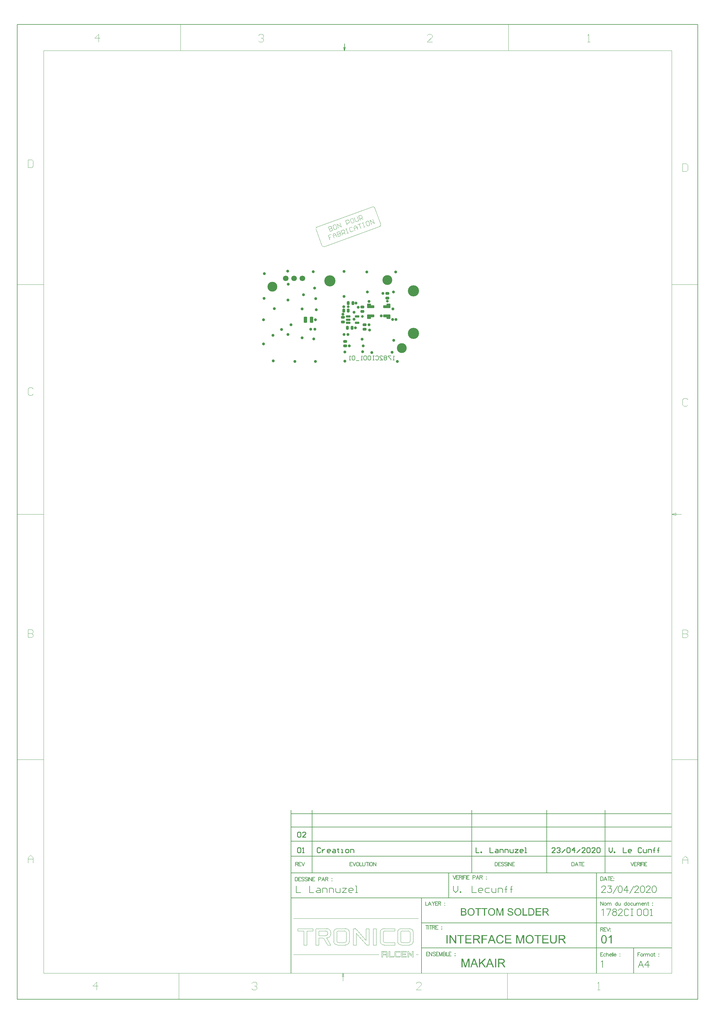
<source format=gbs>
G04*
G04 #@! TF.GenerationSoftware,Altium Limited,Altium Designer,20.0.10 (225)*
G04*
G04 Layer_Color=16711935*
%FSLAX44Y44*%
%MOMM*%
G71*
G01*
G75*
%ADD13C,0.1500*%
%ADD14C,0.1016*%
%ADD15C,0.1270*%
%ADD16C,0.2540*%
%ADD17C,0.0127*%
G04:AMPARAMS|DCode=26|XSize=1.2mm|YSize=0.8mm|CornerRadius=0.175mm|HoleSize=0mm|Usage=FLASHONLY|Rotation=0.000|XOffset=0mm|YOffset=0mm|HoleType=Round|Shape=RoundedRectangle|*
%AMROUNDEDRECTD26*
21,1,1.2000,0.4500,0,0,0.0*
21,1,0.8500,0.8000,0,0,0.0*
1,1,0.3500,0.4250,-0.2250*
1,1,0.3500,-0.4250,-0.2250*
1,1,0.3500,-0.4250,0.2250*
1,1,0.3500,0.4250,0.2250*
%
%ADD26ROUNDEDRECTD26*%
%ADD32C,3.0000*%
%ADD33C,1.7000*%
%ADD34C,3.4000*%
%ADD35C,0.9000*%
%ADD37C,0.2100*%
G04:AMPARAMS|DCode=47|XSize=1.175mm|YSize=1.4mm|CornerRadius=0.1829mm|HoleSize=0mm|Usage=FLASHONLY|Rotation=0.000|XOffset=0mm|YOffset=0mm|HoleType=Round|Shape=RoundedRectangle|*
%AMROUNDEDRECTD47*
21,1,1.1750,1.0343,0,0,0.0*
21,1,0.8093,1.4000,0,0,0.0*
1,1,0.3658,0.4046,-0.5171*
1,1,0.3658,-0.4046,-0.5171*
1,1,0.3658,-0.4046,0.5171*
1,1,0.3658,0.4046,0.5171*
%
%ADD47ROUNDEDRECTD47*%
G04:AMPARAMS|DCode=48|XSize=2.175mm|YSize=0.9mm|CornerRadius=0.1875mm|HoleSize=0mm|Usage=FLASHONLY|Rotation=0.000|XOffset=0mm|YOffset=0mm|HoleType=Round|Shape=RoundedRectangle|*
%AMROUNDEDRECTD48*
21,1,2.1750,0.5250,0,0,0.0*
21,1,1.8000,0.9000,0,0,0.0*
1,1,0.3750,0.9000,-0.2625*
1,1,0.3750,-0.9000,-0.2625*
1,1,0.3750,-0.9000,0.2625*
1,1,0.3750,0.9000,0.2625*
%
%ADD48ROUNDEDRECTD48*%
G04:AMPARAMS|DCode=49|XSize=1.4mm|YSize=0.708mm|CornerRadius=0.1635mm|HoleSize=0mm|Usage=FLASHONLY|Rotation=0.000|XOffset=0mm|YOffset=0mm|HoleType=Round|Shape=RoundedRectangle|*
%AMROUNDEDRECTD49*
21,1,1.4000,0.3810,0,0,0.0*
21,1,1.0730,0.7080,0,0,0.0*
1,1,0.3270,0.5365,-0.1905*
1,1,0.3270,-0.5365,-0.1905*
1,1,0.3270,-0.5365,0.1905*
1,1,0.3270,0.5365,0.1905*
%
%ADD49ROUNDEDRECTD49*%
G04:AMPARAMS|DCode=50|XSize=1.8mm|YSize=1.05mm|CornerRadius=0.2063mm|HoleSize=0mm|Usage=FLASHONLY|Rotation=270.000|XOffset=0mm|YOffset=0mm|HoleType=Round|Shape=RoundedRectangle|*
%AMROUNDEDRECTD50*
21,1,1.8000,0.6375,0,0,270.0*
21,1,1.3875,1.0500,0,0,270.0*
1,1,0.4125,-0.3188,-0.6938*
1,1,0.4125,-0.3188,0.6938*
1,1,0.4125,0.3188,0.6938*
1,1,0.4125,0.3188,-0.6938*
%
%ADD50ROUNDEDRECTD50*%
G04:AMPARAMS|DCode=51|XSize=1.2mm|YSize=0.8mm|CornerRadius=0.175mm|HoleSize=0mm|Usage=FLASHONLY|Rotation=270.000|XOffset=0mm|YOffset=0mm|HoleType=Round|Shape=RoundedRectangle|*
%AMROUNDEDRECTD51*
21,1,1.2000,0.4500,0,0,270.0*
21,1,0.8500,0.8000,0,0,270.0*
1,1,0.3500,-0.2250,-0.4250*
1,1,0.3500,-0.2250,0.4250*
1,1,0.3500,0.2250,0.4250*
1,1,0.3500,0.2250,-0.4250*
%
%ADD51ROUNDEDRECTD51*%
%ADD52C,0.8000*%
G36*
X765923Y-1656233D02*
X766150D01*
X766765Y-1656298D01*
X767445Y-1656395D01*
X768158Y-1656557D01*
X768935Y-1656752D01*
X769648Y-1657011D01*
X769680D01*
X769745Y-1657043D01*
X769842Y-1657108D01*
X769971Y-1657173D01*
X770295Y-1657334D01*
X770716Y-1657626D01*
X771202Y-1657950D01*
X771688Y-1658371D01*
X772141Y-1658857D01*
X772562Y-1659407D01*
Y-1659440D01*
X772595Y-1659472D01*
X772659Y-1659569D01*
X772724Y-1659666D01*
X772886Y-1659990D01*
X773080Y-1660411D01*
X773307Y-1660929D01*
X773469Y-1661544D01*
X773631Y-1662192D01*
X773696Y-1662905D01*
X770846Y-1663131D01*
Y-1663099D01*
Y-1663034D01*
X770813Y-1662937D01*
X770781Y-1662775D01*
X770684Y-1662419D01*
X770554Y-1661933D01*
X770360Y-1661415D01*
X770069Y-1660897D01*
X769712Y-1660411D01*
X769259Y-1659958D01*
X769194Y-1659925D01*
X769032Y-1659796D01*
X768708Y-1659601D01*
X768287Y-1659407D01*
X767737Y-1659213D01*
X767089Y-1659018D01*
X766279Y-1658889D01*
X765373Y-1658857D01*
X764919D01*
X764725Y-1658889D01*
X764466Y-1658921D01*
X763883Y-1658986D01*
X763235Y-1659116D01*
X762588Y-1659277D01*
X761972Y-1659537D01*
X761713Y-1659698D01*
X761454Y-1659861D01*
X761389Y-1659893D01*
X761260Y-1660022D01*
X761065Y-1660249D01*
X760871Y-1660508D01*
X760644Y-1660864D01*
X760450Y-1661253D01*
X760321Y-1661706D01*
X760256Y-1662225D01*
Y-1662289D01*
Y-1662419D01*
X760288Y-1662646D01*
X760353Y-1662905D01*
X760450Y-1663228D01*
X760612Y-1663552D01*
X760806Y-1663876D01*
X761098Y-1664200D01*
X761130Y-1664232D01*
X761292Y-1664330D01*
X761422Y-1664427D01*
X761551Y-1664491D01*
X761746Y-1664589D01*
X761972Y-1664718D01*
X762264Y-1664815D01*
X762588Y-1664945D01*
X762944Y-1665074D01*
X763365Y-1665236D01*
X763818Y-1665366D01*
X764336Y-1665528D01*
X764919Y-1665657D01*
X765567Y-1665819D01*
X765599D01*
X765729Y-1665852D01*
X765923Y-1665884D01*
X766150Y-1665949D01*
X766441Y-1666014D01*
X766798Y-1666111D01*
X767154Y-1666208D01*
X767542Y-1666305D01*
X768384Y-1666532D01*
X769194Y-1666759D01*
X769583Y-1666888D01*
X769939Y-1667018D01*
X770263Y-1667115D01*
X770522Y-1667244D01*
X770554D01*
X770619Y-1667277D01*
X770716Y-1667341D01*
X770846Y-1667406D01*
X771202Y-1667601D01*
X771623Y-1667860D01*
X772109Y-1668216D01*
X772595Y-1668604D01*
X773048Y-1669058D01*
X773437Y-1669544D01*
X773469Y-1669608D01*
X773598Y-1669770D01*
X773728Y-1670062D01*
X773922Y-1670450D01*
X774084Y-1670904D01*
X774246Y-1671454D01*
X774343Y-1672070D01*
X774376Y-1672717D01*
Y-1672750D01*
Y-1672782D01*
Y-1672879D01*
Y-1673009D01*
X774311Y-1673365D01*
X774246Y-1673818D01*
X774117Y-1674337D01*
X773955Y-1674887D01*
X773696Y-1675470D01*
X773339Y-1676085D01*
Y-1676118D01*
X773307Y-1676150D01*
X773145Y-1676344D01*
X772918Y-1676636D01*
X772595Y-1676960D01*
X772173Y-1677348D01*
X771655Y-1677769D01*
X771072Y-1678158D01*
X770392Y-1678514D01*
X770360D01*
X770295Y-1678547D01*
X770198Y-1678579D01*
X770069Y-1678644D01*
X769874Y-1678708D01*
X769648Y-1678806D01*
X769129Y-1678935D01*
X768514Y-1679097D01*
X767769Y-1679259D01*
X766960Y-1679356D01*
X766085Y-1679389D01*
X765567D01*
X765308Y-1679356D01*
X765016D01*
X764693Y-1679324D01*
X764304Y-1679292D01*
X763494Y-1679162D01*
X762652Y-1679032D01*
X761810Y-1678806D01*
X761001Y-1678514D01*
X760968D01*
X760903Y-1678482D01*
X760806Y-1678417D01*
X760677Y-1678352D01*
X760288Y-1678158D01*
X759835Y-1677867D01*
X759317Y-1677478D01*
X758766Y-1677025D01*
X758248Y-1676474D01*
X757762Y-1675859D01*
Y-1675826D01*
X757697Y-1675762D01*
X757665Y-1675664D01*
X757568Y-1675535D01*
X757503Y-1675373D01*
X757406Y-1675179D01*
X757179Y-1674693D01*
X756953Y-1674077D01*
X756758Y-1673397D01*
X756629Y-1672620D01*
X756564Y-1671810D01*
X759349Y-1671551D01*
Y-1671584D01*
Y-1671616D01*
X759381Y-1671713D01*
Y-1671843D01*
X759446Y-1672134D01*
X759543Y-1672555D01*
X759673Y-1672976D01*
X759802Y-1673462D01*
X760029Y-1673916D01*
X760256Y-1674337D01*
X760288Y-1674369D01*
X760385Y-1674498D01*
X760547Y-1674725D01*
X760806Y-1674952D01*
X761130Y-1675243D01*
X761486Y-1675535D01*
X761972Y-1675826D01*
X762490Y-1676085D01*
X762523D01*
X762555Y-1676118D01*
X762652Y-1676150D01*
X762749Y-1676183D01*
X763073Y-1676280D01*
X763494Y-1676409D01*
X764013Y-1676539D01*
X764595Y-1676636D01*
X765243Y-1676701D01*
X765956Y-1676733D01*
X766247D01*
X766571Y-1676701D01*
X766960Y-1676668D01*
X767413Y-1676604D01*
X767931Y-1676539D01*
X768449Y-1676409D01*
X768935Y-1676247D01*
X769000Y-1676215D01*
X769162Y-1676150D01*
X769388Y-1676021D01*
X769680Y-1675891D01*
X769971Y-1675664D01*
X770295Y-1675438D01*
X770619Y-1675179D01*
X770878Y-1674855D01*
X770910Y-1674822D01*
X770975Y-1674693D01*
X771072Y-1674531D01*
X771202Y-1674272D01*
X771331Y-1674013D01*
X771429Y-1673689D01*
X771493Y-1673333D01*
X771526Y-1672944D01*
Y-1672912D01*
Y-1672750D01*
X771493Y-1672555D01*
X771461Y-1672296D01*
X771364Y-1672037D01*
X771267Y-1671713D01*
X771105Y-1671389D01*
X770878Y-1671098D01*
X770846Y-1671066D01*
X770749Y-1670968D01*
X770619Y-1670839D01*
X770392Y-1670645D01*
X770133Y-1670450D01*
X769777Y-1670224D01*
X769356Y-1669997D01*
X768870Y-1669803D01*
X768838Y-1669770D01*
X768676Y-1669738D01*
X768417Y-1669641D01*
X768255Y-1669608D01*
X768028Y-1669544D01*
X767802Y-1669446D01*
X767510Y-1669382D01*
X767186Y-1669285D01*
X766798Y-1669187D01*
X766409Y-1669090D01*
X765956Y-1668961D01*
X765437Y-1668831D01*
X764887Y-1668702D01*
X764855D01*
X764757Y-1668669D01*
X764595Y-1668637D01*
X764401Y-1668572D01*
X764142Y-1668507D01*
X763850Y-1668443D01*
X763203Y-1668248D01*
X762490Y-1668022D01*
X761746Y-1667795D01*
X761098Y-1667568D01*
X760806Y-1667439D01*
X760547Y-1667309D01*
X760515D01*
X760482Y-1667277D01*
X760288Y-1667147D01*
X759997Y-1666985D01*
X759673Y-1666726D01*
X759284Y-1666435D01*
X758896Y-1666078D01*
X758507Y-1665657D01*
X758183Y-1665204D01*
X758151Y-1665139D01*
X758054Y-1664977D01*
X757924Y-1664718D01*
X757794Y-1664394D01*
X757665Y-1663973D01*
X757535Y-1663488D01*
X757438Y-1662969D01*
X757406Y-1662419D01*
Y-1662386D01*
Y-1662354D01*
Y-1662257D01*
Y-1662127D01*
X757471Y-1661804D01*
X757535Y-1661383D01*
X757633Y-1660897D01*
X757794Y-1660346D01*
X758021Y-1659796D01*
X758345Y-1659245D01*
Y-1659213D01*
X758378Y-1659180D01*
X758539Y-1658986D01*
X758766Y-1658727D01*
X759058Y-1658403D01*
X759446Y-1658047D01*
X759932Y-1657658D01*
X760515Y-1657302D01*
X761163Y-1656978D01*
X761195D01*
X761260Y-1656946D01*
X761357Y-1656913D01*
X761486Y-1656849D01*
X761648Y-1656784D01*
X761875Y-1656719D01*
X762361Y-1656590D01*
X762976Y-1656460D01*
X763689Y-1656331D01*
X764434Y-1656233D01*
X765275Y-1656201D01*
X765696D01*
X765923Y-1656233D01*
D02*
G37*
G36*
X744031Y-1679000D02*
X741181D01*
Y-1660249D01*
X734639Y-1679000D01*
X731984D01*
X725507Y-1659925D01*
Y-1679000D01*
X722657D01*
Y-1656590D01*
X727094D01*
X732405Y-1672491D01*
Y-1672523D01*
X732437Y-1672588D01*
X732469Y-1672685D01*
X732534Y-1672847D01*
X732664Y-1673235D01*
X732826Y-1673721D01*
X732988Y-1674272D01*
X733182Y-1674822D01*
X733344Y-1675341D01*
X733473Y-1675794D01*
X733506Y-1675729D01*
X733538Y-1675567D01*
X733635Y-1675276D01*
X733765Y-1674887D01*
X733927Y-1674369D01*
X734154Y-1673754D01*
X734380Y-1673041D01*
X734672Y-1672199D01*
X740048Y-1656590D01*
X744031D01*
Y-1679000D01*
D02*
G37*
G36*
X874413Y-1656622D02*
X874704D01*
X875385Y-1656654D01*
X876097Y-1656752D01*
X876874Y-1656849D01*
X877587Y-1657011D01*
X877943Y-1657108D01*
X878234Y-1657205D01*
X878267D01*
X878299Y-1657237D01*
X878493Y-1657334D01*
X878785Y-1657464D01*
X879141Y-1657691D01*
X879530Y-1657982D01*
X879951Y-1658371D01*
X880339Y-1658824D01*
X880728Y-1659342D01*
Y-1659375D01*
X880760Y-1659407D01*
X880890Y-1659601D01*
X881020Y-1659925D01*
X881214Y-1660346D01*
X881376Y-1660832D01*
X881538Y-1661415D01*
X881635Y-1662030D01*
X881667Y-1662710D01*
Y-1662743D01*
Y-1662807D01*
Y-1662937D01*
X881635Y-1663099D01*
Y-1663326D01*
X881602Y-1663552D01*
X881473Y-1664103D01*
X881279Y-1664751D01*
X881020Y-1665431D01*
X880631Y-1666111D01*
X880372Y-1666435D01*
X880113Y-1666759D01*
X880080Y-1666791D01*
X880048Y-1666823D01*
X879951Y-1666920D01*
X879821Y-1667018D01*
X879659Y-1667147D01*
X879465Y-1667277D01*
X879206Y-1667439D01*
X878947Y-1667633D01*
X878623Y-1667795D01*
X878267Y-1667957D01*
X877878Y-1668151D01*
X877457Y-1668313D01*
X876971Y-1668443D01*
X876486Y-1668604D01*
X875935Y-1668702D01*
X875352Y-1668799D01*
X875417Y-1668831D01*
X875546Y-1668896D01*
X875741Y-1669025D01*
X876000Y-1669155D01*
X876583Y-1669511D01*
X876874Y-1669738D01*
X877133Y-1669932D01*
X877198Y-1669997D01*
X877360Y-1670159D01*
X877619Y-1670418D01*
X877943Y-1670742D01*
X878299Y-1671195D01*
X878720Y-1671681D01*
X879141Y-1672264D01*
X879594Y-1672912D01*
X883448Y-1679000D01*
X879756D01*
X876809Y-1674337D01*
Y-1674304D01*
X876745Y-1674239D01*
X876680Y-1674142D01*
X876583Y-1674013D01*
X876356Y-1673656D01*
X876065Y-1673203D01*
X875708Y-1672717D01*
X875352Y-1672199D01*
X874996Y-1671713D01*
X874672Y-1671260D01*
X874640Y-1671228D01*
X874542Y-1671098D01*
X874380Y-1670904D01*
X874154Y-1670677D01*
X873668Y-1670191D01*
X873409Y-1669965D01*
X873150Y-1669770D01*
X873118Y-1669738D01*
X873053Y-1669706D01*
X872923Y-1669641D01*
X872729Y-1669544D01*
X872535Y-1669446D01*
X872308Y-1669349D01*
X871790Y-1669187D01*
X871757D01*
X871693Y-1669155D01*
X871563D01*
X871401Y-1669123D01*
X871174Y-1669090D01*
X870915D01*
X870559Y-1669058D01*
X866738D01*
Y-1679000D01*
X863758D01*
Y-1656590D01*
X874154D01*
X874413Y-1656622D01*
D02*
G37*
G36*
X859095Y-1659245D02*
X845849D01*
Y-1666078D01*
X858253D01*
Y-1668734D01*
X845849D01*
Y-1676344D01*
X859613D01*
Y-1679000D01*
X842870D01*
Y-1656590D01*
X859095D01*
Y-1659245D01*
D02*
G37*
G36*
X829430Y-1656622D02*
X830078Y-1656654D01*
X830726Y-1656719D01*
X831373Y-1656816D01*
X831924Y-1656913D01*
X831956D01*
X832021Y-1656946D01*
X832118D01*
X832248Y-1657011D01*
X832604Y-1657108D01*
X833057Y-1657270D01*
X833575Y-1657496D01*
X834126Y-1657788D01*
X834677Y-1658112D01*
X835195Y-1658533D01*
X835227Y-1658565D01*
X835259Y-1658597D01*
X835357Y-1658695D01*
X835486Y-1658792D01*
X835810Y-1659116D01*
X836199Y-1659569D01*
X836620Y-1660119D01*
X837073Y-1660767D01*
X837494Y-1661512D01*
X837850Y-1662354D01*
Y-1662386D01*
X837883Y-1662451D01*
X837947Y-1662581D01*
X837980Y-1662775D01*
X838077Y-1663002D01*
X838142Y-1663261D01*
X838206Y-1663552D01*
X838304Y-1663909D01*
X838401Y-1664265D01*
X838466Y-1664686D01*
X838627Y-1665593D01*
X838725Y-1666597D01*
X838757Y-1667698D01*
Y-1667730D01*
Y-1667795D01*
Y-1667957D01*
Y-1668119D01*
X838725Y-1668345D01*
Y-1668604D01*
X838692Y-1669220D01*
X838595Y-1669932D01*
X838498Y-1670677D01*
X838336Y-1671454D01*
X838142Y-1672231D01*
Y-1672264D01*
X838109Y-1672329D01*
X838077Y-1672426D01*
X838045Y-1672555D01*
X837915Y-1672912D01*
X837721Y-1673365D01*
X837526Y-1673883D01*
X837267Y-1674401D01*
X836944Y-1674952D01*
X836620Y-1675470D01*
X836587Y-1675535D01*
X836458Y-1675697D01*
X836263Y-1675923D01*
X836004Y-1676215D01*
X835713Y-1676539D01*
X835357Y-1676863D01*
X835000Y-1677219D01*
X834579Y-1677510D01*
X834515Y-1677543D01*
X834385Y-1677640D01*
X834158Y-1677769D01*
X833835Y-1677931D01*
X833446Y-1678126D01*
X832992Y-1678288D01*
X832474Y-1678482D01*
X831891Y-1678644D01*
X831827D01*
X831730Y-1678676D01*
X831632Y-1678708D01*
X831309Y-1678741D01*
X830855Y-1678806D01*
X830337Y-1678871D01*
X829722Y-1678935D01*
X829042Y-1678968D01*
X828297Y-1679000D01*
X820233D01*
Y-1656590D01*
X828847D01*
X829430Y-1656622D01*
D02*
G37*
G36*
X805660Y-1676344D02*
X816703D01*
Y-1679000D01*
X802680D01*
Y-1656590D01*
X805660D01*
Y-1676344D01*
D02*
G37*
G36*
X695324Y-1659245D02*
X687940D01*
Y-1679000D01*
X684961D01*
Y-1659245D01*
X677577D01*
Y-1656590D01*
X695324D01*
Y-1659245D01*
D02*
G37*
G36*
X676184D02*
X668801D01*
Y-1679000D01*
X665821D01*
Y-1659245D01*
X658437D01*
Y-1656590D01*
X676184D01*
Y-1659245D01*
D02*
G37*
G36*
X623785Y-1656622D02*
X624044D01*
X624627Y-1656687D01*
X625275Y-1656752D01*
X625955Y-1656881D01*
X626635Y-1657043D01*
X627251Y-1657270D01*
X627283D01*
X627315Y-1657302D01*
X627510Y-1657399D01*
X627801Y-1657561D01*
X628125Y-1657788D01*
X628514Y-1658079D01*
X628935Y-1658436D01*
X629323Y-1658889D01*
X629679Y-1659375D01*
X629712Y-1659440D01*
X629809Y-1659634D01*
X629971Y-1659893D01*
X630133Y-1660282D01*
X630295Y-1660735D01*
X630457Y-1661221D01*
X630554Y-1661771D01*
X630586Y-1662322D01*
Y-1662386D01*
Y-1662548D01*
X630554Y-1662840D01*
X630489Y-1663196D01*
X630392Y-1663617D01*
X630230Y-1664070D01*
X630036Y-1664524D01*
X629777Y-1665010D01*
X629744Y-1665074D01*
X629647Y-1665204D01*
X629453Y-1665463D01*
X629194Y-1665722D01*
X628870Y-1666046D01*
X628481Y-1666402D01*
X627995Y-1666726D01*
X627445Y-1667050D01*
X627477D01*
X627542Y-1667082D01*
X627639Y-1667115D01*
X627769Y-1667180D01*
X628157Y-1667309D01*
X628611Y-1667536D01*
X629097Y-1667827D01*
X629647Y-1668183D01*
X630133Y-1668604D01*
X630586Y-1669123D01*
X630619Y-1669187D01*
X630748Y-1669382D01*
X630942Y-1669673D01*
X631137Y-1670062D01*
X631331Y-1670580D01*
X631525Y-1671130D01*
X631655Y-1671778D01*
X631687Y-1672491D01*
Y-1672523D01*
Y-1672555D01*
Y-1672750D01*
X631655Y-1673073D01*
X631590Y-1673462D01*
X631525Y-1673916D01*
X631396Y-1674401D01*
X631234Y-1674919D01*
X631007Y-1675438D01*
X630975Y-1675502D01*
X630878Y-1675664D01*
X630748Y-1675891D01*
X630554Y-1676215D01*
X630295Y-1676539D01*
X630036Y-1676895D01*
X629712Y-1677251D01*
X629356Y-1677543D01*
X629323Y-1677575D01*
X629194Y-1677672D01*
X628967Y-1677802D01*
X628676Y-1677931D01*
X628319Y-1678126D01*
X627898Y-1678320D01*
X627445Y-1678482D01*
X626894Y-1678644D01*
X626830D01*
X626635Y-1678708D01*
X626311Y-1678741D01*
X625890Y-1678806D01*
X625372Y-1678871D01*
X624757Y-1678935D01*
X624077Y-1678968D01*
X623300Y-1679000D01*
X614750D01*
Y-1656590D01*
X623559D01*
X623785Y-1656622D01*
D02*
G37*
G36*
X788787Y-1656233D02*
X789079D01*
X789370Y-1656266D01*
X789759Y-1656331D01*
X790147Y-1656395D01*
X790989Y-1656557D01*
X791961Y-1656816D01*
X792900Y-1657205D01*
X793386Y-1657432D01*
X793871Y-1657691D01*
X793904Y-1657723D01*
X793969Y-1657755D01*
X794098Y-1657853D01*
X794292Y-1657950D01*
X794487Y-1658112D01*
X794746Y-1658306D01*
X795296Y-1658759D01*
X795879Y-1659342D01*
X796527Y-1660055D01*
X797142Y-1660897D01*
X797661Y-1661836D01*
Y-1661868D01*
X797725Y-1661965D01*
X797790Y-1662095D01*
X797855Y-1662289D01*
X797984Y-1662548D01*
X798082Y-1662840D01*
X798211Y-1663196D01*
X798341Y-1663585D01*
X798438Y-1664006D01*
X798567Y-1664459D01*
X798697Y-1664977D01*
X798794Y-1665495D01*
X798923Y-1666629D01*
X798988Y-1667860D01*
Y-1667892D01*
Y-1668022D01*
Y-1668183D01*
X798956Y-1668443D01*
Y-1668734D01*
X798923Y-1669090D01*
X798859Y-1669479D01*
X798826Y-1669900D01*
X798664Y-1670839D01*
X798405Y-1671875D01*
X798049Y-1672912D01*
X797855Y-1673430D01*
X797596Y-1673948D01*
Y-1673980D01*
X797531Y-1674077D01*
X797466Y-1674207D01*
X797337Y-1674401D01*
X797207Y-1674628D01*
X797045Y-1674855D01*
X796592Y-1675470D01*
X796041Y-1676118D01*
X795394Y-1676798D01*
X794616Y-1677446D01*
X793709Y-1678028D01*
X793677D01*
X793612Y-1678093D01*
X793450Y-1678158D01*
X793256Y-1678255D01*
X793029Y-1678352D01*
X792770Y-1678449D01*
X792447Y-1678579D01*
X792090Y-1678708D01*
X791702Y-1678838D01*
X791281Y-1678968D01*
X790341Y-1679162D01*
X789337Y-1679324D01*
X788269Y-1679389D01*
X787945D01*
X787751Y-1679356D01*
X787459D01*
X787135Y-1679292D01*
X786779Y-1679259D01*
X786358Y-1679194D01*
X785484Y-1679000D01*
X784545Y-1678741D01*
X783573Y-1678352D01*
X783087Y-1678126D01*
X782601Y-1677867D01*
X782569Y-1677834D01*
X782504Y-1677802D01*
X782375Y-1677705D01*
X782180Y-1677575D01*
X781986Y-1677446D01*
X781759Y-1677251D01*
X781209Y-1676765D01*
X780594Y-1676183D01*
X779946Y-1675470D01*
X779363Y-1674660D01*
X778812Y-1673721D01*
Y-1673689D01*
X778748Y-1673592D01*
X778683Y-1673462D01*
X778618Y-1673268D01*
X778521Y-1673009D01*
X778424Y-1672717D01*
X778294Y-1672393D01*
X778197Y-1672037D01*
X778068Y-1671616D01*
X777938Y-1671195D01*
X777744Y-1670224D01*
X777614Y-1669220D01*
X777549Y-1668119D01*
Y-1668086D01*
Y-1668054D01*
Y-1667860D01*
X777582Y-1667568D01*
Y-1667180D01*
X777647Y-1666726D01*
X777711Y-1666176D01*
X777809Y-1665560D01*
X777938Y-1664913D01*
X778068Y-1664232D01*
X778262Y-1663520D01*
X778521Y-1662807D01*
X778812Y-1662063D01*
X779136Y-1661350D01*
X779557Y-1660638D01*
X780011Y-1659990D01*
X780529Y-1659375D01*
X780561Y-1659342D01*
X780658Y-1659245D01*
X780853Y-1659083D01*
X781079Y-1658889D01*
X781371Y-1658630D01*
X781727Y-1658371D01*
X782148Y-1658079D01*
X782634Y-1657788D01*
X783152Y-1657496D01*
X783735Y-1657205D01*
X784383Y-1656946D01*
X785063Y-1656687D01*
X785808Y-1656492D01*
X786585Y-1656331D01*
X787394Y-1656233D01*
X788269Y-1656201D01*
X788560D01*
X788787Y-1656233D01*
D02*
G37*
G36*
X708731D02*
X709023D01*
X709314Y-1656266D01*
X709703Y-1656331D01*
X710091Y-1656395D01*
X710934Y-1656557D01*
X711905Y-1656816D01*
X712844Y-1657205D01*
X713330Y-1657432D01*
X713816Y-1657691D01*
X713848Y-1657723D01*
X713913Y-1657755D01*
X714042Y-1657853D01*
X714237Y-1657950D01*
X714431Y-1658112D01*
X714690Y-1658306D01*
X715241Y-1658759D01*
X715824Y-1659342D01*
X716471Y-1660055D01*
X717087Y-1660897D01*
X717605Y-1661836D01*
Y-1661868D01*
X717670Y-1661965D01*
X717734Y-1662095D01*
X717799Y-1662289D01*
X717929Y-1662548D01*
X718026Y-1662840D01*
X718155Y-1663196D01*
X718285Y-1663585D01*
X718382Y-1664006D01*
X718512Y-1664459D01*
X718641Y-1664977D01*
X718738Y-1665495D01*
X718868Y-1666629D01*
X718932Y-1667860D01*
Y-1667892D01*
Y-1668022D01*
Y-1668183D01*
X718900Y-1668443D01*
Y-1668734D01*
X718868Y-1669090D01*
X718803Y-1669479D01*
X718771Y-1669900D01*
X718609Y-1670839D01*
X718350Y-1671875D01*
X717993Y-1672912D01*
X717799Y-1673430D01*
X717540Y-1673948D01*
Y-1673980D01*
X717475Y-1674077D01*
X717411Y-1674207D01*
X717281Y-1674401D01*
X717151Y-1674628D01*
X716989Y-1674855D01*
X716536Y-1675470D01*
X715985Y-1676118D01*
X715338Y-1676798D01*
X714561Y-1677446D01*
X713654Y-1678028D01*
X713621D01*
X713557Y-1678093D01*
X713395Y-1678158D01*
X713200Y-1678255D01*
X712974Y-1678352D01*
X712715Y-1678449D01*
X712391Y-1678579D01*
X712035Y-1678708D01*
X711646Y-1678838D01*
X711225Y-1678968D01*
X710286Y-1679162D01*
X709282Y-1679324D01*
X708213Y-1679389D01*
X707889D01*
X707695Y-1679356D01*
X707403D01*
X707080Y-1679292D01*
X706723Y-1679259D01*
X706302Y-1679194D01*
X705428Y-1679000D01*
X704489Y-1678741D01*
X703517Y-1678352D01*
X703031Y-1678126D01*
X702546Y-1677867D01*
X702513Y-1677834D01*
X702449Y-1677802D01*
X702319Y-1677705D01*
X702125Y-1677575D01*
X701930Y-1677446D01*
X701704Y-1677251D01*
X701153Y-1676765D01*
X700538Y-1676183D01*
X699890Y-1675470D01*
X699307Y-1674660D01*
X698757Y-1673721D01*
Y-1673689D01*
X698692Y-1673592D01*
X698627Y-1673462D01*
X698562Y-1673268D01*
X698465Y-1673009D01*
X698368Y-1672717D01*
X698239Y-1672393D01*
X698141Y-1672037D01*
X698012Y-1671616D01*
X697882Y-1671195D01*
X697688Y-1670224D01*
X697558Y-1669220D01*
X697494Y-1668119D01*
Y-1668086D01*
Y-1668054D01*
Y-1667860D01*
X697526Y-1667568D01*
Y-1667180D01*
X697591Y-1666726D01*
X697656Y-1666176D01*
X697753Y-1665560D01*
X697882Y-1664913D01*
X698012Y-1664232D01*
X698206Y-1663520D01*
X698465Y-1662807D01*
X698757Y-1662063D01*
X699081Y-1661350D01*
X699501Y-1660638D01*
X699955Y-1659990D01*
X700473Y-1659375D01*
X700506Y-1659342D01*
X700603Y-1659245D01*
X700797Y-1659083D01*
X701024Y-1658889D01*
X701315Y-1658630D01*
X701671Y-1658371D01*
X702092Y-1658079D01*
X702578Y-1657788D01*
X703096Y-1657496D01*
X703679Y-1657205D01*
X704327Y-1656946D01*
X705007Y-1656687D01*
X705752Y-1656492D01*
X706529Y-1656331D01*
X707339Y-1656233D01*
X708213Y-1656201D01*
X708505D01*
X708731Y-1656233D01*
D02*
G37*
G36*
X646099D02*
X646390D01*
X646682Y-1656266D01*
X647070Y-1656331D01*
X647459Y-1656395D01*
X648301Y-1656557D01*
X649272Y-1656816D01*
X650212Y-1657205D01*
X650697Y-1657432D01*
X651183Y-1657691D01*
X651216Y-1657723D01*
X651280Y-1657755D01*
X651410Y-1657853D01*
X651604Y-1657950D01*
X651798Y-1658112D01*
X652057Y-1658306D01*
X652608Y-1658759D01*
X653191Y-1659342D01*
X653839Y-1660055D01*
X654454Y-1660897D01*
X654972Y-1661836D01*
Y-1661868D01*
X655037Y-1661965D01*
X655102Y-1662095D01*
X655166Y-1662289D01*
X655296Y-1662548D01*
X655393Y-1662840D01*
X655523Y-1663196D01*
X655652Y-1663585D01*
X655749Y-1664006D01*
X655879Y-1664459D01*
X656009Y-1664977D01*
X656106Y-1665495D01*
X656235Y-1666629D01*
X656300Y-1667860D01*
Y-1667892D01*
Y-1668022D01*
Y-1668183D01*
X656268Y-1668443D01*
Y-1668734D01*
X656235Y-1669090D01*
X656170Y-1669479D01*
X656138Y-1669900D01*
X655976Y-1670839D01*
X655717Y-1671875D01*
X655361Y-1672912D01*
X655166Y-1673430D01*
X654907Y-1673948D01*
Y-1673980D01*
X654843Y-1674077D01*
X654778Y-1674207D01*
X654648Y-1674401D01*
X654519Y-1674628D01*
X654357Y-1674855D01*
X653904Y-1675470D01*
X653353Y-1676118D01*
X652705Y-1676798D01*
X651928Y-1677446D01*
X651021Y-1678028D01*
X650989D01*
X650924Y-1678093D01*
X650762Y-1678158D01*
X650568Y-1678255D01*
X650341Y-1678352D01*
X650082Y-1678449D01*
X649758Y-1678579D01*
X649402Y-1678708D01*
X649013Y-1678838D01*
X648592Y-1678968D01*
X647653Y-1679162D01*
X646649Y-1679324D01*
X645581Y-1679389D01*
X645257D01*
X645062Y-1679356D01*
X644771D01*
X644447Y-1679292D01*
X644091Y-1679259D01*
X643670Y-1679194D01*
X642795Y-1679000D01*
X641856Y-1678741D01*
X640885Y-1678352D01*
X640399Y-1678126D01*
X639913Y-1677867D01*
X639881Y-1677834D01*
X639816Y-1677802D01*
X639687Y-1677705D01*
X639492Y-1677575D01*
X639298Y-1677446D01*
X639071Y-1677251D01*
X638521Y-1676765D01*
X637905Y-1676183D01*
X637258Y-1675470D01*
X636675Y-1674660D01*
X636124Y-1673721D01*
Y-1673689D01*
X636059Y-1673592D01*
X635995Y-1673462D01*
X635930Y-1673268D01*
X635833Y-1673009D01*
X635736Y-1672717D01*
X635606Y-1672393D01*
X635509Y-1672037D01*
X635379Y-1671616D01*
X635250Y-1671195D01*
X635055Y-1670224D01*
X634926Y-1669220D01*
X634861Y-1668119D01*
Y-1668086D01*
Y-1668054D01*
Y-1667860D01*
X634893Y-1667568D01*
Y-1667180D01*
X634958Y-1666726D01*
X635023Y-1666176D01*
X635120Y-1665560D01*
X635250Y-1664913D01*
X635379Y-1664232D01*
X635574Y-1663520D01*
X635833Y-1662807D01*
X636124Y-1662063D01*
X636448Y-1661350D01*
X636869Y-1660638D01*
X637322Y-1659990D01*
X637840Y-1659375D01*
X637873Y-1659342D01*
X637970Y-1659245D01*
X638164Y-1659083D01*
X638391Y-1658889D01*
X638683Y-1658630D01*
X639039Y-1658371D01*
X639460Y-1658079D01*
X639945Y-1657788D01*
X640464Y-1657496D01*
X641047Y-1657205D01*
X641694Y-1656946D01*
X642374Y-1656687D01*
X643119Y-1656492D01*
X643896Y-1656331D01*
X644706Y-1656233D01*
X645581Y-1656201D01*
X645872D01*
X646099Y-1656233D01*
D02*
G37*
G36*
X735103Y-1737966D02*
X735437Y-1738003D01*
X735844Y-1738040D01*
X736251Y-1738077D01*
X736733Y-1738188D01*
X737733Y-1738410D01*
X738844Y-1738743D01*
X739399Y-1738966D01*
X739918Y-1739225D01*
X740436Y-1739558D01*
X740955Y-1739891D01*
X740992Y-1739928D01*
X741066Y-1739966D01*
X741214Y-1740077D01*
X741399Y-1740262D01*
X741584Y-1740447D01*
X741843Y-1740706D01*
X742103Y-1741002D01*
X742399Y-1741299D01*
X742695Y-1741669D01*
X742991Y-1742113D01*
X743325Y-1742558D01*
X743621Y-1743039D01*
X743880Y-1743595D01*
X744176Y-1744150D01*
X744399Y-1744743D01*
X744621Y-1745409D01*
X741288Y-1746187D01*
Y-1746150D01*
X741251Y-1746076D01*
X741177Y-1745928D01*
X741103Y-1745743D01*
X741029Y-1745520D01*
X740918Y-1745224D01*
X740621Y-1744632D01*
X740251Y-1743965D01*
X739807Y-1743298D01*
X739251Y-1742669D01*
X738659Y-1742113D01*
X738585Y-1742039D01*
X738362Y-1741891D01*
X737992Y-1741706D01*
X737511Y-1741447D01*
X736881Y-1741225D01*
X736177Y-1741002D01*
X735325Y-1740854D01*
X734400Y-1740817D01*
X734103D01*
X733918Y-1740854D01*
X733659D01*
X733363Y-1740891D01*
X732659Y-1741002D01*
X731881Y-1741151D01*
X731067Y-1741410D01*
X730215Y-1741780D01*
X729437Y-1742262D01*
X729400D01*
X729363Y-1742336D01*
X729104Y-1742521D01*
X728771Y-1742817D01*
X728363Y-1743261D01*
X727882Y-1743817D01*
X727438Y-1744447D01*
X727030Y-1745224D01*
X726660Y-1746076D01*
Y-1746113D01*
X726623Y-1746187D01*
X726586Y-1746298D01*
X726549Y-1746483D01*
X726475Y-1746705D01*
X726401Y-1746965D01*
X726289Y-1747594D01*
X726141Y-1748335D01*
X725993Y-1749150D01*
X725919Y-1750038D01*
X725882Y-1751001D01*
Y-1751038D01*
Y-1751149D01*
Y-1751335D01*
Y-1751557D01*
X725919Y-1751816D01*
Y-1752149D01*
X725956Y-1752520D01*
X725993Y-1752927D01*
X726104Y-1753816D01*
X726289Y-1754779D01*
X726512Y-1755742D01*
X726808Y-1756705D01*
Y-1756741D01*
X726845Y-1756816D01*
X726919Y-1756927D01*
X726993Y-1757112D01*
X727215Y-1757556D01*
X727549Y-1758075D01*
X727956Y-1758667D01*
X728474Y-1759297D01*
X729067Y-1759852D01*
X729771Y-1760371D01*
X729808D01*
X729882Y-1760408D01*
X729993Y-1760482D01*
X730141Y-1760556D01*
X730326Y-1760630D01*
X730548Y-1760741D01*
X731067Y-1760963D01*
X731733Y-1761185D01*
X732474Y-1761371D01*
X733289Y-1761519D01*
X734140Y-1761556D01*
X734400D01*
X734622Y-1761519D01*
X734881D01*
X735140Y-1761482D01*
X735807Y-1761334D01*
X736585Y-1761148D01*
X737362Y-1760852D01*
X738177Y-1760445D01*
X738585Y-1760223D01*
X738955Y-1759926D01*
X738992Y-1759889D01*
X739029Y-1759852D01*
X739140Y-1759741D01*
X739288Y-1759630D01*
X739436Y-1759445D01*
X739621Y-1759223D01*
X739844Y-1759001D01*
X740029Y-1758704D01*
X740251Y-1758371D01*
X740510Y-1758001D01*
X740732Y-1757630D01*
X740955Y-1757186D01*
X741140Y-1756705D01*
X741325Y-1756186D01*
X741510Y-1755630D01*
X741658Y-1755038D01*
X745065Y-1755890D01*
Y-1755927D01*
X745028Y-1756075D01*
X744954Y-1756297D01*
X744843Y-1756593D01*
X744732Y-1756927D01*
X744584Y-1757334D01*
X744399Y-1757778D01*
X744176Y-1758260D01*
X743658Y-1759297D01*
X742991Y-1760334D01*
X742584Y-1760852D01*
X742177Y-1761371D01*
X741732Y-1761815D01*
X741214Y-1762259D01*
X741177Y-1762296D01*
X741103Y-1762370D01*
X740918Y-1762445D01*
X740732Y-1762593D01*
X740436Y-1762778D01*
X740140Y-1762963D01*
X739733Y-1763148D01*
X739325Y-1763333D01*
X738844Y-1763556D01*
X738325Y-1763741D01*
X737770Y-1763926D01*
X737177Y-1764111D01*
X736548Y-1764259D01*
X735881Y-1764333D01*
X735177Y-1764407D01*
X734437Y-1764444D01*
X734029D01*
X733733Y-1764407D01*
X733400D01*
X732992Y-1764370D01*
X732548Y-1764296D01*
X732030Y-1764222D01*
X730956Y-1764037D01*
X729845Y-1763741D01*
X728734Y-1763333D01*
X728215Y-1763074D01*
X727697Y-1762778D01*
X727660Y-1762741D01*
X727586Y-1762704D01*
X727438Y-1762593D01*
X727289Y-1762445D01*
X727067Y-1762296D01*
X726808Y-1762074D01*
X726512Y-1761815D01*
X726215Y-1761519D01*
X725919Y-1761185D01*
X725586Y-1760852D01*
X724919Y-1760000D01*
X724290Y-1759001D01*
X723734Y-1757890D01*
Y-1757852D01*
X723660Y-1757741D01*
X723623Y-1757556D01*
X723512Y-1757334D01*
X723438Y-1757038D01*
X723327Y-1756667D01*
X723179Y-1756260D01*
X723067Y-1755816D01*
X722956Y-1755334D01*
X722808Y-1754779D01*
X722623Y-1753631D01*
X722475Y-1752334D01*
X722401Y-1751001D01*
Y-1750964D01*
Y-1750816D01*
Y-1750594D01*
X722438Y-1750335D01*
Y-1749964D01*
X722475Y-1749594D01*
X722512Y-1749113D01*
X722586Y-1748631D01*
X722771Y-1747557D01*
X723030Y-1746372D01*
X723401Y-1745187D01*
X723919Y-1744039D01*
X723956Y-1744002D01*
X723993Y-1743891D01*
X724067Y-1743743D01*
X724216Y-1743558D01*
X724364Y-1743298D01*
X724549Y-1743002D01*
X725030Y-1742336D01*
X725660Y-1741595D01*
X726401Y-1740854D01*
X727252Y-1740114D01*
X728252Y-1739484D01*
X728289Y-1739447D01*
X728400Y-1739410D01*
X728549Y-1739336D01*
X728734Y-1739225D01*
X729030Y-1739114D01*
X729326Y-1739003D01*
X729697Y-1738855D01*
X730104Y-1738706D01*
X730548Y-1738558D01*
X731030Y-1738410D01*
X732067Y-1738188D01*
X733252Y-1738003D01*
X734474Y-1737929D01*
X734844D01*
X735103Y-1737966D01*
D02*
G37*
G36*
X600303Y-1764000D02*
X596784D01*
X583378Y-1743891D01*
Y-1764000D01*
X580119D01*
Y-1738373D01*
X583601D01*
X597044Y-1758519D01*
Y-1738373D01*
X600303D01*
Y-1764000D01*
D02*
G37*
G36*
X807429D02*
X804170D01*
Y-1742558D01*
X796690Y-1764000D01*
X793653D01*
X786246Y-1742187D01*
Y-1764000D01*
X782987D01*
Y-1738373D01*
X788061D01*
X794134Y-1756556D01*
Y-1756593D01*
X794171Y-1756667D01*
X794208Y-1756779D01*
X794282Y-1756964D01*
X794430Y-1757408D01*
X794616Y-1757964D01*
X794801Y-1758593D01*
X795023Y-1759223D01*
X795208Y-1759815D01*
X795356Y-1760334D01*
X795393Y-1760260D01*
X795430Y-1760074D01*
X795542Y-1759741D01*
X795690Y-1759297D01*
X795875Y-1758704D01*
X796134Y-1758001D01*
X796393Y-1757186D01*
X796727Y-1756223D01*
X802874Y-1738373D01*
X807429D01*
Y-1764000D01*
D02*
G37*
G36*
X906752Y-1753186D02*
Y-1753223D01*
Y-1753371D01*
Y-1753557D01*
Y-1753816D01*
X906715Y-1754149D01*
Y-1754520D01*
X906678Y-1754964D01*
X906641Y-1755408D01*
X906530Y-1756408D01*
X906382Y-1757445D01*
X906160Y-1758445D01*
X906012Y-1758927D01*
X905863Y-1759371D01*
Y-1759408D01*
X905826Y-1759482D01*
X905752Y-1759593D01*
X905678Y-1759741D01*
X905456Y-1760148D01*
X905123Y-1760667D01*
X904678Y-1761259D01*
X904160Y-1761852D01*
X903493Y-1762482D01*
X902679Y-1763037D01*
X902642D01*
X902568Y-1763111D01*
X902456Y-1763148D01*
X902271Y-1763259D01*
X902049Y-1763370D01*
X901753Y-1763481D01*
X901457Y-1763593D01*
X901086Y-1763741D01*
X900679Y-1763889D01*
X900234Y-1764000D01*
X899753Y-1764111D01*
X899197Y-1764222D01*
X898642Y-1764296D01*
X898049Y-1764370D01*
X896716Y-1764444D01*
X896383D01*
X896124Y-1764407D01*
X895827D01*
X895457Y-1764370D01*
X895050Y-1764333D01*
X894642Y-1764296D01*
X893717Y-1764148D01*
X892717Y-1763926D01*
X891754Y-1763630D01*
X890828Y-1763222D01*
X890791D01*
X890717Y-1763148D01*
X890606Y-1763074D01*
X890458Y-1763000D01*
X890050Y-1762704D01*
X889569Y-1762296D01*
X889013Y-1761778D01*
X888495Y-1761185D01*
X887976Y-1760445D01*
X887569Y-1759630D01*
Y-1759593D01*
X887532Y-1759519D01*
X887495Y-1759371D01*
X887421Y-1759186D01*
X887347Y-1758963D01*
X887273Y-1758667D01*
X887162Y-1758334D01*
X887088Y-1757927D01*
X887013Y-1757482D01*
X886902Y-1757001D01*
X886828Y-1756482D01*
X886754Y-1755927D01*
X886680Y-1755297D01*
X886643Y-1754631D01*
X886606Y-1753927D01*
Y-1753186D01*
Y-1738373D01*
X890013D01*
Y-1753186D01*
Y-1753223D01*
Y-1753334D01*
Y-1753520D01*
Y-1753742D01*
X890050Y-1754001D01*
Y-1754334D01*
X890087Y-1755038D01*
X890161Y-1755853D01*
X890272Y-1756667D01*
X890421Y-1757445D01*
X890495Y-1757778D01*
X890606Y-1758112D01*
X890643Y-1758186D01*
X890717Y-1758371D01*
X890902Y-1758630D01*
X891124Y-1759001D01*
X891383Y-1759371D01*
X891754Y-1759778D01*
X892198Y-1760186D01*
X892717Y-1760519D01*
X892791Y-1760556D01*
X892976Y-1760667D01*
X893309Y-1760778D01*
X893754Y-1760926D01*
X894272Y-1761111D01*
X894939Y-1761223D01*
X895642Y-1761334D01*
X896420Y-1761371D01*
X896790D01*
X897012Y-1761334D01*
X897346D01*
X897679Y-1761297D01*
X898494Y-1761148D01*
X899383Y-1760963D01*
X900234Y-1760667D01*
X901049Y-1760260D01*
X901419Y-1760000D01*
X901753Y-1759704D01*
X901790Y-1759667D01*
X901827Y-1759630D01*
X901901Y-1759519D01*
X902012Y-1759371D01*
X902123Y-1759149D01*
X902271Y-1758927D01*
X902419Y-1758593D01*
X902568Y-1758260D01*
X902716Y-1757852D01*
X902827Y-1757371D01*
X902975Y-1756816D01*
X903086Y-1756223D01*
X903197Y-1755556D01*
X903271Y-1754853D01*
X903345Y-1754038D01*
Y-1753186D01*
Y-1738373D01*
X906752D01*
Y-1753186D01*
D02*
G37*
G36*
X1074174Y-1764000D02*
X1071027D01*
Y-1743965D01*
X1070990Y-1744002D01*
X1070805Y-1744150D01*
X1070582Y-1744372D01*
X1070212Y-1744632D01*
X1069805Y-1744965D01*
X1069286Y-1745335D01*
X1068694Y-1745743D01*
X1068027Y-1746150D01*
X1067990D01*
X1067953Y-1746187D01*
X1067731Y-1746335D01*
X1067360Y-1746520D01*
X1066916Y-1746743D01*
X1066397Y-1747002D01*
X1065842Y-1747261D01*
X1065286Y-1747520D01*
X1064731Y-1747742D01*
Y-1744706D01*
X1064768D01*
X1064842Y-1744632D01*
X1064990Y-1744595D01*
X1065175Y-1744483D01*
X1065398Y-1744372D01*
X1065657Y-1744224D01*
X1066286Y-1743854D01*
X1067027Y-1743447D01*
X1067768Y-1742928D01*
X1068545Y-1742336D01*
X1069323Y-1741706D01*
X1069360Y-1741669D01*
X1069397Y-1741632D01*
X1069508Y-1741521D01*
X1069656Y-1741410D01*
X1069990Y-1741039D01*
X1070434Y-1740595D01*
X1070879Y-1740077D01*
X1071360Y-1739484D01*
X1071767Y-1738891D01*
X1072138Y-1738262D01*
X1074174D01*
Y-1764000D01*
D02*
G37*
G36*
X924639Y-1738410D02*
X924973D01*
X925750Y-1738447D01*
X926565Y-1738558D01*
X927454Y-1738669D01*
X928269Y-1738855D01*
X928676Y-1738966D01*
X929009Y-1739077D01*
X929046D01*
X929083Y-1739114D01*
X929305Y-1739225D01*
X929639Y-1739373D01*
X930046Y-1739632D01*
X930490Y-1739966D01*
X930972Y-1740410D01*
X931416Y-1740928D01*
X931861Y-1741521D01*
Y-1741558D01*
X931898Y-1741595D01*
X932046Y-1741817D01*
X932194Y-1742187D01*
X932416Y-1742669D01*
X932601Y-1743224D01*
X932787Y-1743891D01*
X932898Y-1744595D01*
X932935Y-1745372D01*
Y-1745409D01*
Y-1745483D01*
Y-1745632D01*
X932898Y-1745817D01*
Y-1746076D01*
X932861Y-1746335D01*
X932712Y-1746965D01*
X932490Y-1747705D01*
X932194Y-1748483D01*
X931750Y-1749261D01*
X931453Y-1749631D01*
X931157Y-1750002D01*
X931120Y-1750038D01*
X931083Y-1750076D01*
X930972Y-1750187D01*
X930824Y-1750298D01*
X930639Y-1750446D01*
X930416Y-1750594D01*
X930120Y-1750779D01*
X929824Y-1751001D01*
X929454Y-1751187D01*
X929046Y-1751372D01*
X928602Y-1751594D01*
X928120Y-1751779D01*
X927565Y-1751927D01*
X927009Y-1752112D01*
X926380Y-1752223D01*
X925713Y-1752334D01*
X925787Y-1752372D01*
X925935Y-1752446D01*
X926158Y-1752594D01*
X926454Y-1752742D01*
X927121Y-1753149D01*
X927454Y-1753409D01*
X927750Y-1753631D01*
X927824Y-1753705D01*
X928009Y-1753890D01*
X928306Y-1754186D01*
X928676Y-1754556D01*
X929083Y-1755075D01*
X929565Y-1755630D01*
X930046Y-1756297D01*
X930565Y-1757038D01*
X934971Y-1764000D01*
X930750D01*
X927380Y-1758667D01*
Y-1758630D01*
X927306Y-1758556D01*
X927232Y-1758445D01*
X927121Y-1758297D01*
X926861Y-1757890D01*
X926528Y-1757371D01*
X926121Y-1756816D01*
X925713Y-1756223D01*
X925306Y-1755668D01*
X924936Y-1755149D01*
X924899Y-1755112D01*
X924787Y-1754964D01*
X924602Y-1754742D01*
X924343Y-1754483D01*
X923788Y-1753927D01*
X923491Y-1753668D01*
X923195Y-1753445D01*
X923158Y-1753409D01*
X923084Y-1753371D01*
X922936Y-1753297D01*
X922713Y-1753186D01*
X922491Y-1753075D01*
X922232Y-1752964D01*
X921640Y-1752779D01*
X921602D01*
X921528Y-1752742D01*
X921380D01*
X921195Y-1752705D01*
X920936Y-1752668D01*
X920640D01*
X920232Y-1752631D01*
X915862D01*
Y-1764000D01*
X912455D01*
Y-1738373D01*
X924343D01*
X924639Y-1738410D01*
D02*
G37*
G36*
X881273Y-1741410D02*
X866127D01*
Y-1749224D01*
X880311D01*
Y-1752260D01*
X866127D01*
Y-1760963D01*
X881866D01*
Y-1764000D01*
X862720D01*
Y-1738373D01*
X881273D01*
Y-1741410D01*
D02*
G37*
G36*
X859165D02*
X850721D01*
Y-1764000D01*
X847314D01*
Y-1741410D01*
X838870D01*
Y-1738373D01*
X859165D01*
Y-1741410D01*
D02*
G37*
G36*
X767841D02*
X752694D01*
Y-1749224D01*
X766878D01*
Y-1752260D01*
X752694D01*
Y-1760963D01*
X768433D01*
Y-1764000D01*
X749287D01*
Y-1738373D01*
X767841D01*
Y-1741410D01*
D02*
G37*
G36*
X720660Y-1764000D02*
X716809D01*
X713809Y-1756223D01*
X703070D01*
X700292Y-1764000D01*
X696700D01*
X706477Y-1738373D01*
X710180D01*
X720660Y-1764000D01*
D02*
G37*
G36*
X695107Y-1741410D02*
X681183D01*
Y-1749335D01*
X693219D01*
Y-1752372D01*
X681183D01*
Y-1764000D01*
X677776D01*
Y-1738373D01*
X695107D01*
Y-1741410D01*
D02*
G37*
G36*
X664000Y-1738410D02*
X664333D01*
X665111Y-1738447D01*
X665925Y-1738558D01*
X666814Y-1738669D01*
X667629Y-1738855D01*
X668036Y-1738966D01*
X668370Y-1739077D01*
X668407D01*
X668444Y-1739114D01*
X668666Y-1739225D01*
X668999Y-1739373D01*
X669406Y-1739632D01*
X669851Y-1739966D01*
X670332Y-1740410D01*
X670777Y-1740928D01*
X671221Y-1741521D01*
Y-1741558D01*
X671258Y-1741595D01*
X671406Y-1741817D01*
X671554Y-1742187D01*
X671777Y-1742669D01*
X671962Y-1743224D01*
X672147Y-1743891D01*
X672258Y-1744595D01*
X672295Y-1745372D01*
Y-1745409D01*
Y-1745483D01*
Y-1745632D01*
X672258Y-1745817D01*
Y-1746076D01*
X672221Y-1746335D01*
X672073Y-1746965D01*
X671851Y-1747705D01*
X671554Y-1748483D01*
X671110Y-1749261D01*
X670814Y-1749631D01*
X670517Y-1750002D01*
X670480Y-1750038D01*
X670443Y-1750076D01*
X670332Y-1750187D01*
X670184Y-1750298D01*
X669999Y-1750446D01*
X669777Y-1750594D01*
X669481Y-1750779D01*
X669184Y-1751001D01*
X668814Y-1751187D01*
X668407Y-1751372D01*
X667962Y-1751594D01*
X667481Y-1751779D01*
X666925Y-1751927D01*
X666370Y-1752112D01*
X665740Y-1752223D01*
X665073Y-1752334D01*
X665148Y-1752372D01*
X665296Y-1752446D01*
X665518Y-1752594D01*
X665814Y-1752742D01*
X666481Y-1753149D01*
X666814Y-1753409D01*
X667110Y-1753631D01*
X667184Y-1753705D01*
X667370Y-1753890D01*
X667666Y-1754186D01*
X668036Y-1754556D01*
X668444Y-1755075D01*
X668925Y-1755630D01*
X669406Y-1756297D01*
X669925Y-1757038D01*
X674332Y-1764000D01*
X670110D01*
X666740Y-1758667D01*
Y-1758630D01*
X666666Y-1758556D01*
X666592Y-1758445D01*
X666481Y-1758297D01*
X666222Y-1757890D01*
X665888Y-1757371D01*
X665481Y-1756816D01*
X665073Y-1756223D01*
X664666Y-1755668D01*
X664296Y-1755149D01*
X664259Y-1755112D01*
X664148Y-1754964D01*
X663963Y-1754742D01*
X663703Y-1754483D01*
X663148Y-1753927D01*
X662852Y-1753668D01*
X662555Y-1753445D01*
X662518Y-1753409D01*
X662444Y-1753371D01*
X662296Y-1753297D01*
X662074Y-1753186D01*
X661852Y-1753075D01*
X661592Y-1752964D01*
X661000Y-1752779D01*
X660963D01*
X660889Y-1752742D01*
X660741D01*
X660555Y-1752705D01*
X660296Y-1752668D01*
X660000D01*
X659593Y-1752631D01*
X655223D01*
Y-1764000D01*
X651816D01*
Y-1738373D01*
X663703D01*
X664000Y-1738410D01*
D02*
G37*
G36*
X646483Y-1741410D02*
X631336D01*
Y-1749224D01*
X645520D01*
Y-1752260D01*
X631336D01*
Y-1760963D01*
X647075D01*
Y-1764000D01*
X627929D01*
Y-1738373D01*
X646483D01*
Y-1741410D01*
D02*
G37*
G36*
X624374D02*
X615930D01*
Y-1764000D01*
X612523D01*
Y-1741410D01*
X604080D01*
Y-1738373D01*
X624374D01*
Y-1741410D01*
D02*
G37*
G36*
X574157Y-1764000D02*
X570750D01*
Y-1738373D01*
X574157D01*
Y-1764000D01*
D02*
G37*
G36*
X1051510Y-1738299D02*
X1051992Y-1738373D01*
X1052547Y-1738484D01*
X1053140Y-1738632D01*
X1053769Y-1738817D01*
X1054362Y-1739114D01*
X1054399D01*
X1054436Y-1739151D01*
X1054621Y-1739262D01*
X1054917Y-1739447D01*
X1055288Y-1739706D01*
X1055695Y-1740077D01*
X1056139Y-1740484D01*
X1056547Y-1740965D01*
X1056954Y-1741521D01*
X1056991Y-1741595D01*
X1057139Y-1741780D01*
X1057287Y-1742113D01*
X1057547Y-1742595D01*
X1057769Y-1743150D01*
X1058065Y-1743780D01*
X1058324Y-1744521D01*
X1058547Y-1745335D01*
Y-1745372D01*
X1058584Y-1745446D01*
X1058621Y-1745558D01*
X1058658Y-1745743D01*
X1058695Y-1745965D01*
X1058732Y-1746224D01*
X1058806Y-1746557D01*
X1058843Y-1746928D01*
X1058917Y-1747335D01*
X1058954Y-1747780D01*
X1058991Y-1748298D01*
X1059065Y-1748816D01*
X1059102Y-1749409D01*
Y-1750002D01*
X1059139Y-1750668D01*
Y-1751372D01*
Y-1751409D01*
Y-1751557D01*
Y-1751816D01*
Y-1752112D01*
X1059102Y-1752520D01*
Y-1752964D01*
X1059065Y-1753445D01*
X1059028Y-1753964D01*
X1058917Y-1755149D01*
X1058732Y-1756371D01*
X1058509Y-1757556D01*
X1058361Y-1758112D01*
X1058176Y-1758667D01*
Y-1758704D01*
X1058139Y-1758778D01*
X1058065Y-1758927D01*
X1057991Y-1759112D01*
X1057917Y-1759371D01*
X1057769Y-1759630D01*
X1057473Y-1760260D01*
X1057102Y-1760926D01*
X1056621Y-1761667D01*
X1056065Y-1762334D01*
X1055399Y-1762963D01*
X1055362D01*
X1055325Y-1763037D01*
X1055213Y-1763111D01*
X1055065Y-1763185D01*
X1054880Y-1763296D01*
X1054695Y-1763445D01*
X1054139Y-1763704D01*
X1053473Y-1763963D01*
X1052695Y-1764222D01*
X1051769Y-1764370D01*
X1050770Y-1764444D01*
X1050399D01*
X1050140Y-1764407D01*
X1049844Y-1764370D01*
X1049473Y-1764296D01*
X1049066Y-1764222D01*
X1048622Y-1764111D01*
X1048177Y-1763963D01*
X1047696Y-1763815D01*
X1047214Y-1763593D01*
X1046733Y-1763333D01*
X1046252Y-1763037D01*
X1045770Y-1762667D01*
X1045326Y-1762259D01*
X1044918Y-1761815D01*
X1044881Y-1761778D01*
X1044807Y-1761667D01*
X1044696Y-1761482D01*
X1044511Y-1761185D01*
X1044326Y-1760852D01*
X1044141Y-1760408D01*
X1043881Y-1759889D01*
X1043659Y-1759297D01*
X1043437Y-1758630D01*
X1043215Y-1757852D01*
X1042992Y-1757001D01*
X1042807Y-1756038D01*
X1042622Y-1755001D01*
X1042511Y-1753890D01*
X1042437Y-1752668D01*
X1042400Y-1751372D01*
Y-1751335D01*
Y-1751187D01*
Y-1750927D01*
Y-1750631D01*
X1042437Y-1750224D01*
Y-1749779D01*
X1042474Y-1749298D01*
X1042511Y-1748742D01*
X1042622Y-1747594D01*
X1042807Y-1746372D01*
X1043030Y-1745150D01*
X1043178Y-1744595D01*
X1043326Y-1744039D01*
Y-1744002D01*
X1043363Y-1743928D01*
X1043437Y-1743780D01*
X1043511Y-1743595D01*
X1043585Y-1743336D01*
X1043733Y-1743076D01*
X1044029Y-1742447D01*
X1044400Y-1741780D01*
X1044881Y-1741077D01*
X1045437Y-1740373D01*
X1046103Y-1739780D01*
X1046140D01*
X1046177Y-1739706D01*
X1046289Y-1739632D01*
X1046437Y-1739558D01*
X1046622Y-1739410D01*
X1046844Y-1739299D01*
X1047400Y-1739003D01*
X1048066Y-1738743D01*
X1048844Y-1738484D01*
X1049770Y-1738336D01*
X1050770Y-1738262D01*
X1051103D01*
X1051510Y-1738299D01*
D02*
G37*
G36*
X824761Y-1737966D02*
X825094D01*
X825427Y-1738003D01*
X825872Y-1738077D01*
X826316Y-1738151D01*
X827279Y-1738336D01*
X828390Y-1738632D01*
X829464Y-1739077D01*
X830019Y-1739336D01*
X830575Y-1739632D01*
X830612Y-1739669D01*
X830686Y-1739706D01*
X830834Y-1739817D01*
X831056Y-1739928D01*
X831279Y-1740114D01*
X831575Y-1740336D01*
X832204Y-1740854D01*
X832871Y-1741521D01*
X833612Y-1742336D01*
X834315Y-1743298D01*
X834908Y-1744372D01*
Y-1744409D01*
X834982Y-1744521D01*
X835056Y-1744669D01*
X835130Y-1744891D01*
X835278Y-1745187D01*
X835389Y-1745520D01*
X835537Y-1745928D01*
X835686Y-1746372D01*
X835797Y-1746854D01*
X835945Y-1747372D01*
X836093Y-1747965D01*
X836204Y-1748557D01*
X836352Y-1749853D01*
X836426Y-1751261D01*
Y-1751298D01*
Y-1751446D01*
Y-1751631D01*
X836389Y-1751927D01*
Y-1752260D01*
X836352Y-1752668D01*
X836278Y-1753112D01*
X836241Y-1753594D01*
X836056Y-1754668D01*
X835760Y-1755853D01*
X835352Y-1757038D01*
X835130Y-1757630D01*
X834834Y-1758223D01*
Y-1758260D01*
X834760Y-1758371D01*
X834686Y-1758519D01*
X834538Y-1758741D01*
X834389Y-1759001D01*
X834204Y-1759260D01*
X833686Y-1759963D01*
X833056Y-1760704D01*
X832316Y-1761482D01*
X831427Y-1762222D01*
X830390Y-1762889D01*
X830353D01*
X830279Y-1762963D01*
X830094Y-1763037D01*
X829871Y-1763148D01*
X829612Y-1763259D01*
X829316Y-1763370D01*
X828945Y-1763519D01*
X828538Y-1763667D01*
X828094Y-1763815D01*
X827612Y-1763963D01*
X826538Y-1764185D01*
X825390Y-1764370D01*
X824168Y-1764444D01*
X823798D01*
X823576Y-1764407D01*
X823242D01*
X822872Y-1764333D01*
X822465Y-1764296D01*
X821983Y-1764222D01*
X820983Y-1764000D01*
X819909Y-1763704D01*
X818798Y-1763259D01*
X818243Y-1763000D01*
X817687Y-1762704D01*
X817650Y-1762667D01*
X817576Y-1762630D01*
X817428Y-1762519D01*
X817206Y-1762370D01*
X816984Y-1762222D01*
X816724Y-1762000D01*
X816095Y-1761445D01*
X815391Y-1760778D01*
X814651Y-1759963D01*
X813984Y-1759038D01*
X813354Y-1757964D01*
Y-1757927D01*
X813280Y-1757816D01*
X813206Y-1757667D01*
X813132Y-1757445D01*
X813021Y-1757149D01*
X812910Y-1756816D01*
X812762Y-1756445D01*
X812651Y-1756038D01*
X812503Y-1755556D01*
X812355Y-1755075D01*
X812132Y-1753964D01*
X811984Y-1752816D01*
X811910Y-1751557D01*
Y-1751520D01*
Y-1751483D01*
Y-1751261D01*
X811947Y-1750927D01*
Y-1750483D01*
X812021Y-1749964D01*
X812095Y-1749335D01*
X812206Y-1748631D01*
X812355Y-1747891D01*
X812503Y-1747113D01*
X812725Y-1746298D01*
X813021Y-1745483D01*
X813354Y-1744632D01*
X813725Y-1743817D01*
X814206Y-1743002D01*
X814725Y-1742262D01*
X815317Y-1741558D01*
X815354Y-1741521D01*
X815465Y-1741410D01*
X815688Y-1741225D01*
X815947Y-1741002D01*
X816280Y-1740706D01*
X816687Y-1740410D01*
X817169Y-1740077D01*
X817724Y-1739743D01*
X818317Y-1739410D01*
X818984Y-1739077D01*
X819724Y-1738780D01*
X820502Y-1738484D01*
X821354Y-1738262D01*
X822242Y-1738077D01*
X823168Y-1737966D01*
X824168Y-1737929D01*
X824501D01*
X824761Y-1737966D01*
D02*
G37*
G36*
X679910Y-1821279D02*
X691131Y-1836500D01*
X686650D01*
X677540Y-1823575D01*
X673355Y-1827612D01*
Y-1836500D01*
X669948D01*
Y-1810873D01*
X673355D01*
Y-1823613D01*
X686021Y-1810873D01*
X690650D01*
X679910Y-1821279D01*
D02*
G37*
G36*
X640692Y-1836500D02*
X637433D01*
Y-1815058D01*
X629952Y-1836500D01*
X626916D01*
X619509Y-1814688D01*
Y-1836500D01*
X616250D01*
Y-1810873D01*
X621324D01*
X627397Y-1829056D01*
Y-1829093D01*
X627434Y-1829167D01*
X627471Y-1829279D01*
X627545Y-1829464D01*
X627693Y-1829908D01*
X627878Y-1830464D01*
X628064Y-1831093D01*
X628286Y-1831723D01*
X628471Y-1832315D01*
X628619Y-1832834D01*
X628656Y-1832760D01*
X628693Y-1832574D01*
X628804Y-1832241D01*
X628952Y-1831797D01*
X629137Y-1831204D01*
X629397Y-1830501D01*
X629656Y-1829686D01*
X629989Y-1828723D01*
X636137Y-1810873D01*
X640692D01*
Y-1836500D01*
D02*
G37*
G36*
X740052Y-1810910D02*
X740385D01*
X741163Y-1810947D01*
X741978Y-1811058D01*
X742867Y-1811169D01*
X743681Y-1811355D01*
X744089Y-1811466D01*
X744422Y-1811577D01*
X744459D01*
X744496Y-1811614D01*
X744718Y-1811725D01*
X745051Y-1811873D01*
X745459Y-1812132D01*
X745903Y-1812466D01*
X746385Y-1812910D01*
X746829Y-1813428D01*
X747273Y-1814021D01*
Y-1814058D01*
X747310Y-1814095D01*
X747459Y-1814317D01*
X747607Y-1814688D01*
X747829Y-1815169D01*
X748014Y-1815724D01*
X748199Y-1816391D01*
X748310Y-1817095D01*
X748347Y-1817872D01*
Y-1817909D01*
Y-1817983D01*
Y-1818132D01*
X748310Y-1818317D01*
Y-1818576D01*
X748273Y-1818835D01*
X748125Y-1819465D01*
X747903Y-1820205D01*
X747607Y-1820983D01*
X747162Y-1821761D01*
X746866Y-1822131D01*
X746570Y-1822502D01*
X746533Y-1822538D01*
X746496Y-1822576D01*
X746385Y-1822687D01*
X746236Y-1822798D01*
X746051Y-1822946D01*
X745829Y-1823094D01*
X745533Y-1823279D01*
X745237Y-1823501D01*
X744866Y-1823687D01*
X744459Y-1823872D01*
X744015Y-1824094D01*
X743533Y-1824279D01*
X742978Y-1824427D01*
X742422Y-1824612D01*
X741793Y-1824724D01*
X741126Y-1824835D01*
X741200Y-1824872D01*
X741348Y-1824946D01*
X741570Y-1825094D01*
X741867Y-1825242D01*
X742533Y-1825649D01*
X742867Y-1825909D01*
X743163Y-1826131D01*
X743237Y-1826205D01*
X743422Y-1826390D01*
X743718Y-1826686D01*
X744089Y-1827056D01*
X744496Y-1827575D01*
X744977Y-1828130D01*
X745459Y-1828797D01*
X745977Y-1829538D01*
X750384Y-1836500D01*
X746162D01*
X742792Y-1831167D01*
Y-1831130D01*
X742718Y-1831056D01*
X742644Y-1830945D01*
X742533Y-1830797D01*
X742274Y-1830390D01*
X741941Y-1829871D01*
X741533Y-1829316D01*
X741126Y-1828723D01*
X740719Y-1828168D01*
X740348Y-1827649D01*
X740311Y-1827612D01*
X740200Y-1827464D01*
X740015Y-1827242D01*
X739756Y-1826983D01*
X739200Y-1826427D01*
X738904Y-1826168D01*
X738608Y-1825945D01*
X738571Y-1825909D01*
X738497Y-1825871D01*
X738348Y-1825797D01*
X738126Y-1825686D01*
X737904Y-1825575D01*
X737645Y-1825464D01*
X737052Y-1825279D01*
X737015D01*
X736941Y-1825242D01*
X736793D01*
X736608Y-1825205D01*
X736349Y-1825168D01*
X736052D01*
X735645Y-1825131D01*
X731275D01*
Y-1836500D01*
X727868D01*
Y-1810873D01*
X739756D01*
X740052Y-1810910D01*
D02*
G37*
G36*
X721832Y-1836500D02*
X718425D01*
Y-1810873D01*
X721832D01*
Y-1836500D01*
D02*
G37*
G36*
X715129D02*
X711277D01*
X708278Y-1828723D01*
X697538D01*
X694760Y-1836500D01*
X691168D01*
X700945Y-1810873D01*
X704648D01*
X715129Y-1836500D01*
D02*
G37*
G36*
X667356D02*
X663504D01*
X660505Y-1828723D01*
X649765D01*
X646988Y-1836500D01*
X643395D01*
X653172Y-1810873D01*
X656875D01*
X667356Y-1836500D01*
D02*
G37*
%LPC*%
G36*
X873798Y-1659083D02*
X866738D01*
Y-1666499D01*
X873409D01*
X873798Y-1666467D01*
X874251Y-1666435D01*
X874769Y-1666402D01*
X875287Y-1666337D01*
X875806Y-1666240D01*
X876259Y-1666111D01*
X876324Y-1666078D01*
X876453Y-1666014D01*
X876647Y-1665916D01*
X876907Y-1665787D01*
X877198Y-1665593D01*
X877489Y-1665366D01*
X877781Y-1665074D01*
X878008Y-1664751D01*
X878040Y-1664718D01*
X878105Y-1664589D01*
X878202Y-1664394D01*
X878332Y-1664135D01*
X878429Y-1663844D01*
X878526Y-1663520D01*
X878591Y-1663131D01*
X878623Y-1662743D01*
Y-1662710D01*
Y-1662678D01*
X878591Y-1662484D01*
X878558Y-1662192D01*
X878493Y-1661804D01*
X878332Y-1661415D01*
X878137Y-1660961D01*
X877846Y-1660540D01*
X877457Y-1660119D01*
X877392Y-1660087D01*
X877230Y-1659958D01*
X876971Y-1659796D01*
X876550Y-1659601D01*
X876065Y-1659407D01*
X875417Y-1659245D01*
X874672Y-1659116D01*
X873798Y-1659083D01*
D02*
G37*
G36*
X828394Y-1659245D02*
X823212D01*
Y-1676344D01*
X828523D01*
X828750Y-1676312D01*
X829236Y-1676280D01*
X829786Y-1676247D01*
X830369Y-1676183D01*
X830952Y-1676085D01*
X831438Y-1675956D01*
X831503Y-1675923D01*
X831665Y-1675891D01*
X831891Y-1675794D01*
X832183Y-1675664D01*
X832507Y-1675470D01*
X832831Y-1675276D01*
X833154Y-1675049D01*
X833478Y-1674790D01*
X833511Y-1674725D01*
X833640Y-1674596D01*
X833835Y-1674369D01*
X834061Y-1674045D01*
X834320Y-1673624D01*
X834612Y-1673138D01*
X834871Y-1672588D01*
X835098Y-1671972D01*
Y-1671940D01*
X835130Y-1671875D01*
X835162Y-1671778D01*
X835195Y-1671649D01*
X835227Y-1671487D01*
X835292Y-1671260D01*
X835357Y-1671033D01*
X835421Y-1670774D01*
X835518Y-1670126D01*
X835616Y-1669382D01*
X835680Y-1668540D01*
X835713Y-1667633D01*
Y-1667601D01*
Y-1667471D01*
Y-1667309D01*
X835680Y-1667050D01*
Y-1666759D01*
X835648Y-1666435D01*
X835616Y-1666046D01*
X835583Y-1665657D01*
X835421Y-1664783D01*
X835227Y-1663876D01*
X834936Y-1663034D01*
X834741Y-1662613D01*
X834547Y-1662257D01*
Y-1662225D01*
X834482Y-1662160D01*
X834417Y-1662063D01*
X834353Y-1661933D01*
X834094Y-1661609D01*
X833770Y-1661221D01*
X833349Y-1660800D01*
X832863Y-1660379D01*
X832312Y-1660022D01*
X831730Y-1659731D01*
X831665Y-1659698D01*
X831503Y-1659666D01*
X831211Y-1659569D01*
X830790Y-1659472D01*
X830272Y-1659407D01*
X829624Y-1659310D01*
X829236Y-1659277D01*
X828815D01*
X828394Y-1659245D01*
D02*
G37*
G36*
X623041D02*
X617729D01*
Y-1665981D01*
X623235D01*
X623656Y-1665949D01*
X624109Y-1665916D01*
X624563Y-1665884D01*
X625016Y-1665819D01*
X625372Y-1665755D01*
X625437Y-1665722D01*
X625567Y-1665690D01*
X625761Y-1665593D01*
X626020Y-1665463D01*
X626279Y-1665334D01*
X626571Y-1665139D01*
X626862Y-1664880D01*
X627089Y-1664621D01*
X627121Y-1664589D01*
X627186Y-1664491D01*
X627283Y-1664297D01*
X627380Y-1664070D01*
X627477Y-1663811D01*
X627575Y-1663488D01*
X627639Y-1663099D01*
X627672Y-1662678D01*
Y-1662613D01*
Y-1662484D01*
X627639Y-1662289D01*
X627607Y-1662030D01*
X627542Y-1661706D01*
X627445Y-1661383D01*
X627315Y-1661059D01*
X627121Y-1660735D01*
X627089Y-1660703D01*
X627024Y-1660605D01*
X626894Y-1660443D01*
X626732Y-1660282D01*
X626506Y-1660087D01*
X626247Y-1659893D01*
X625923Y-1659698D01*
X625567Y-1659569D01*
X625534D01*
X625372Y-1659504D01*
X625146Y-1659472D01*
X624789Y-1659407D01*
X624304Y-1659342D01*
X623753Y-1659310D01*
X623041Y-1659245D01*
D02*
G37*
G36*
X623624Y-1668637D02*
X617729D01*
Y-1676344D01*
X624109D01*
X624789Y-1676312D01*
X625081Y-1676280D01*
X625340Y-1676247D01*
X625372D01*
X625502Y-1676215D01*
X625696Y-1676183D01*
X625923Y-1676118D01*
X626473Y-1675923D01*
X627024Y-1675664D01*
X627056Y-1675632D01*
X627154Y-1675567D01*
X627283Y-1675470D01*
X627445Y-1675341D01*
X627607Y-1675146D01*
X627834Y-1674952D01*
X627995Y-1674693D01*
X628190Y-1674401D01*
X628222Y-1674369D01*
X628255Y-1674272D01*
X628319Y-1674077D01*
X628416Y-1673851D01*
X628514Y-1673592D01*
X628578Y-1673268D01*
X628611Y-1672879D01*
X628643Y-1672491D01*
Y-1672426D01*
Y-1672296D01*
X628611Y-1672037D01*
X628546Y-1671746D01*
X628481Y-1671422D01*
X628352Y-1671066D01*
X628190Y-1670709D01*
X627963Y-1670353D01*
X627931Y-1670321D01*
X627834Y-1670191D01*
X627704Y-1670029D01*
X627510Y-1669835D01*
X627251Y-1669608D01*
X626927Y-1669382D01*
X626571Y-1669187D01*
X626149Y-1669025D01*
X626085Y-1668993D01*
X625955Y-1668961D01*
X625664Y-1668896D01*
X625308Y-1668831D01*
X624854Y-1668766D01*
X624304Y-1668702D01*
X623624Y-1668637D01*
D02*
G37*
G36*
X788269Y-1658759D02*
X787977D01*
X787751Y-1658792D01*
X787459Y-1658824D01*
X787168Y-1658889D01*
X786812Y-1658954D01*
X786423Y-1659018D01*
X785581Y-1659277D01*
X785127Y-1659472D01*
X784674Y-1659666D01*
X784188Y-1659925D01*
X783735Y-1660217D01*
X783281Y-1660540D01*
X782860Y-1660929D01*
X782828Y-1660961D01*
X782763Y-1661026D01*
X782666Y-1661156D01*
X782504Y-1661350D01*
X782342Y-1661577D01*
X782148Y-1661868D01*
X781954Y-1662225D01*
X781727Y-1662646D01*
X781533Y-1663099D01*
X781306Y-1663649D01*
X781112Y-1664232D01*
X780950Y-1664880D01*
X780788Y-1665593D01*
X780691Y-1666402D01*
X780626Y-1667244D01*
X780594Y-1668151D01*
Y-1668183D01*
Y-1668313D01*
Y-1668540D01*
X780626Y-1668831D01*
X780658Y-1669155D01*
X780723Y-1669544D01*
X780788Y-1669997D01*
X780853Y-1670450D01*
X781112Y-1671487D01*
X781306Y-1672005D01*
X781500Y-1672555D01*
X781759Y-1673073D01*
X782051Y-1673592D01*
X782375Y-1674077D01*
X782763Y-1674531D01*
X782796Y-1674563D01*
X782860Y-1674628D01*
X782990Y-1674758D01*
X783152Y-1674887D01*
X783379Y-1675081D01*
X783638Y-1675276D01*
X783929Y-1675470D01*
X784253Y-1675697D01*
X784642Y-1675923D01*
X785063Y-1676118D01*
X785516Y-1676312D01*
X786002Y-1676506D01*
X786520Y-1676636D01*
X787038Y-1676765D01*
X787621Y-1676830D01*
X788236Y-1676863D01*
X788398D01*
X788560Y-1676830D01*
X788787D01*
X789079Y-1676798D01*
X789402Y-1676733D01*
X789791Y-1676668D01*
X790180Y-1676571D01*
X790633Y-1676442D01*
X791054Y-1676280D01*
X791540Y-1676118D01*
X791993Y-1675891D01*
X792447Y-1675600D01*
X792900Y-1675308D01*
X793353Y-1674952D01*
X793774Y-1674531D01*
X793807Y-1674498D01*
X793871Y-1674434D01*
X793969Y-1674272D01*
X794130Y-1674077D01*
X794292Y-1673851D01*
X794454Y-1673559D01*
X794649Y-1673203D01*
X794875Y-1672814D01*
X795070Y-1672361D01*
X795264Y-1671843D01*
X795426Y-1671292D01*
X795620Y-1670709D01*
X795750Y-1670062D01*
X795847Y-1669349D01*
X795912Y-1668604D01*
X795944Y-1667827D01*
Y-1667795D01*
Y-1667698D01*
Y-1667568D01*
Y-1667374D01*
X795912Y-1667147D01*
Y-1666856D01*
X795879Y-1666564D01*
X795815Y-1666208D01*
X795717Y-1665463D01*
X795555Y-1664686D01*
X795329Y-1663844D01*
X795005Y-1663067D01*
Y-1663034D01*
X794973Y-1662969D01*
X794908Y-1662872D01*
X794843Y-1662743D01*
X794616Y-1662354D01*
X794325Y-1661901D01*
X793936Y-1661383D01*
X793450Y-1660864D01*
X792900Y-1660346D01*
X792285Y-1659893D01*
X792252D01*
X792220Y-1659828D01*
X792123Y-1659796D01*
X791961Y-1659698D01*
X791799Y-1659634D01*
X791605Y-1659537D01*
X791119Y-1659310D01*
X790536Y-1659116D01*
X789856Y-1658921D01*
X789079Y-1658792D01*
X788269Y-1658759D01*
D02*
G37*
G36*
X708213D02*
X707922D01*
X707695Y-1658792D01*
X707403Y-1658824D01*
X707112Y-1658889D01*
X706756Y-1658954D01*
X706367Y-1659018D01*
X705525Y-1659277D01*
X705072Y-1659472D01*
X704618Y-1659666D01*
X704133Y-1659925D01*
X703679Y-1660217D01*
X703226Y-1660540D01*
X702805Y-1660929D01*
X702772Y-1660961D01*
X702708Y-1661026D01*
X702610Y-1661156D01*
X702449Y-1661350D01*
X702287Y-1661577D01*
X702092Y-1661868D01*
X701898Y-1662225D01*
X701671Y-1662646D01*
X701477Y-1663099D01*
X701250Y-1663649D01*
X701056Y-1664232D01*
X700894Y-1664880D01*
X700732Y-1665593D01*
X700635Y-1666402D01*
X700570Y-1667244D01*
X700538Y-1668151D01*
Y-1668183D01*
Y-1668313D01*
Y-1668540D01*
X700570Y-1668831D01*
X700603Y-1669155D01*
X700667Y-1669544D01*
X700732Y-1669997D01*
X700797Y-1670450D01*
X701056Y-1671487D01*
X701250Y-1672005D01*
X701445Y-1672555D01*
X701704Y-1673073D01*
X701995Y-1673592D01*
X702319Y-1674077D01*
X702708Y-1674531D01*
X702740Y-1674563D01*
X702805Y-1674628D01*
X702934Y-1674758D01*
X703096Y-1674887D01*
X703323Y-1675081D01*
X703582Y-1675276D01*
X703874Y-1675470D01*
X704197Y-1675697D01*
X704586Y-1675923D01*
X705007Y-1676118D01*
X705460Y-1676312D01*
X705946Y-1676506D01*
X706464Y-1676636D01*
X706982Y-1676765D01*
X707565Y-1676830D01*
X708181Y-1676863D01*
X708343D01*
X708505Y-1676830D01*
X708731D01*
X709023Y-1676798D01*
X709347Y-1676733D01*
X709735Y-1676668D01*
X710124Y-1676571D01*
X710577Y-1676442D01*
X710998Y-1676280D01*
X711484Y-1676118D01*
X711937Y-1675891D01*
X712391Y-1675600D01*
X712844Y-1675308D01*
X713298Y-1674952D01*
X713719Y-1674531D01*
X713751Y-1674498D01*
X713816Y-1674434D01*
X713913Y-1674272D01*
X714075Y-1674077D01*
X714237Y-1673851D01*
X714399Y-1673559D01*
X714593Y-1673203D01*
X714820Y-1672814D01*
X715014Y-1672361D01*
X715208Y-1671843D01*
X715370Y-1671292D01*
X715564Y-1670709D01*
X715694Y-1670062D01*
X715791Y-1669349D01*
X715856Y-1668604D01*
X715888Y-1667827D01*
Y-1667795D01*
Y-1667698D01*
Y-1667568D01*
Y-1667374D01*
X715856Y-1667147D01*
Y-1666856D01*
X715824Y-1666564D01*
X715759Y-1666208D01*
X715662Y-1665463D01*
X715500Y-1664686D01*
X715273Y-1663844D01*
X714949Y-1663067D01*
Y-1663034D01*
X714917Y-1662969D01*
X714852Y-1662872D01*
X714787Y-1662743D01*
X714561Y-1662354D01*
X714269Y-1661901D01*
X713880Y-1661383D01*
X713395Y-1660864D01*
X712844Y-1660346D01*
X712229Y-1659893D01*
X712197D01*
X712164Y-1659828D01*
X712067Y-1659796D01*
X711905Y-1659698D01*
X711743Y-1659634D01*
X711549Y-1659537D01*
X711063Y-1659310D01*
X710480Y-1659116D01*
X709800Y-1658921D01*
X709023Y-1658792D01*
X708213Y-1658759D01*
D02*
G37*
G36*
X645581D02*
X645289D01*
X645062Y-1658792D01*
X644771Y-1658824D01*
X644479Y-1658889D01*
X644123Y-1658954D01*
X643735Y-1659018D01*
X642893Y-1659277D01*
X642439Y-1659472D01*
X641986Y-1659666D01*
X641500Y-1659925D01*
X641047Y-1660217D01*
X640593Y-1660540D01*
X640172Y-1660929D01*
X640140Y-1660961D01*
X640075Y-1661026D01*
X639978Y-1661156D01*
X639816Y-1661350D01*
X639654Y-1661577D01*
X639460Y-1661868D01*
X639265Y-1662225D01*
X639039Y-1662646D01*
X638844Y-1663099D01*
X638618Y-1663649D01*
X638423Y-1664232D01*
X638261Y-1664880D01*
X638100Y-1665593D01*
X638002Y-1666402D01*
X637938Y-1667244D01*
X637905Y-1668151D01*
Y-1668183D01*
Y-1668313D01*
Y-1668540D01*
X637938Y-1668831D01*
X637970Y-1669155D01*
X638035Y-1669544D01*
X638100Y-1669997D01*
X638164Y-1670450D01*
X638423Y-1671487D01*
X638618Y-1672005D01*
X638812Y-1672555D01*
X639071Y-1673073D01*
X639363Y-1673592D01*
X639687Y-1674077D01*
X640075Y-1674531D01*
X640107Y-1674563D01*
X640172Y-1674628D01*
X640302Y-1674758D01*
X640464Y-1674887D01*
X640690Y-1675081D01*
X640949Y-1675276D01*
X641241Y-1675470D01*
X641565Y-1675697D01*
X641953Y-1675923D01*
X642374Y-1676118D01*
X642828Y-1676312D01*
X643314Y-1676506D01*
X643832Y-1676636D01*
X644350Y-1676765D01*
X644933Y-1676830D01*
X645548Y-1676863D01*
X645710D01*
X645872Y-1676830D01*
X646099D01*
X646390Y-1676798D01*
X646714Y-1676733D01*
X647103Y-1676668D01*
X647491Y-1676571D01*
X647945Y-1676442D01*
X648366Y-1676280D01*
X648851Y-1676118D01*
X649305Y-1675891D01*
X649758Y-1675600D01*
X650212Y-1675308D01*
X650665Y-1674952D01*
X651086Y-1674531D01*
X651118Y-1674498D01*
X651183Y-1674434D01*
X651280Y-1674272D01*
X651442Y-1674077D01*
X651604Y-1673851D01*
X651766Y-1673559D01*
X651960Y-1673203D01*
X652187Y-1672814D01*
X652381Y-1672361D01*
X652576Y-1671843D01*
X652738Y-1671292D01*
X652932Y-1670709D01*
X653062Y-1670062D01*
X653159Y-1669349D01*
X653223Y-1668604D01*
X653256Y-1667827D01*
Y-1667795D01*
Y-1667698D01*
Y-1667568D01*
Y-1667374D01*
X653223Y-1667147D01*
Y-1666856D01*
X653191Y-1666564D01*
X653126Y-1666208D01*
X653029Y-1665463D01*
X652867Y-1664686D01*
X652641Y-1663844D01*
X652317Y-1663067D01*
Y-1663034D01*
X652284Y-1662969D01*
X652219Y-1662872D01*
X652155Y-1662743D01*
X651928Y-1662354D01*
X651637Y-1661901D01*
X651248Y-1661383D01*
X650762Y-1660864D01*
X650212Y-1660346D01*
X649596Y-1659893D01*
X649564D01*
X649531Y-1659828D01*
X649434Y-1659796D01*
X649272Y-1659698D01*
X649110Y-1659634D01*
X648916Y-1659537D01*
X648430Y-1659310D01*
X647848Y-1659116D01*
X647167Y-1658921D01*
X646390Y-1658792D01*
X645581Y-1658759D01*
D02*
G37*
G36*
X923936Y-1741225D02*
X915862D01*
Y-1749705D01*
X923491D01*
X923936Y-1749668D01*
X924454Y-1749631D01*
X925047Y-1749594D01*
X925639Y-1749520D01*
X926232Y-1749409D01*
X926750Y-1749261D01*
X926824Y-1749224D01*
X926972Y-1749150D01*
X927195Y-1749039D01*
X927491Y-1748891D01*
X927824Y-1748668D01*
X928157Y-1748409D01*
X928491Y-1748076D01*
X928750Y-1747705D01*
X928787Y-1747668D01*
X928861Y-1747520D01*
X928972Y-1747298D01*
X929120Y-1747002D01*
X929231Y-1746669D01*
X929342Y-1746298D01*
X929417Y-1745854D01*
X929454Y-1745409D01*
Y-1745372D01*
Y-1745335D01*
X929417Y-1745113D01*
X929380Y-1744780D01*
X929305Y-1744335D01*
X929120Y-1743891D01*
X928898Y-1743372D01*
X928565Y-1742891D01*
X928120Y-1742410D01*
X928046Y-1742373D01*
X927861Y-1742224D01*
X927565Y-1742039D01*
X927083Y-1741817D01*
X926528Y-1741595D01*
X925787Y-1741410D01*
X924936Y-1741262D01*
X923936Y-1741225D01*
D02*
G37*
G36*
X708254Y-1741039D02*
Y-1741077D01*
X708217Y-1741151D01*
Y-1741299D01*
X708143Y-1741447D01*
X708106Y-1741706D01*
X708032Y-1741965D01*
X707884Y-1742595D01*
X707699Y-1743336D01*
X707439Y-1744150D01*
X707180Y-1745039D01*
X706847Y-1745965D01*
X704070Y-1753445D01*
X712735D01*
X710069Y-1746409D01*
Y-1746372D01*
X710032Y-1746261D01*
X709958Y-1746076D01*
X709884Y-1745854D01*
X709773Y-1745594D01*
X709661Y-1745261D01*
X709550Y-1744891D01*
X709402Y-1744521D01*
X709106Y-1743669D01*
X708810Y-1742780D01*
X708513Y-1741891D01*
X708254Y-1741039D01*
D02*
G37*
G36*
X663296Y-1741225D02*
X655223D01*
Y-1749705D01*
X662852D01*
X663296Y-1749668D01*
X663814Y-1749631D01*
X664407Y-1749594D01*
X664999Y-1749520D01*
X665592Y-1749409D01*
X666111Y-1749261D01*
X666184Y-1749224D01*
X666333Y-1749150D01*
X666555Y-1749039D01*
X666851Y-1748891D01*
X667184Y-1748668D01*
X667518Y-1748409D01*
X667851Y-1748076D01*
X668110Y-1747705D01*
X668147Y-1747668D01*
X668221Y-1747520D01*
X668333Y-1747298D01*
X668481Y-1747002D01*
X668592Y-1746669D01*
X668703Y-1746298D01*
X668777Y-1745854D01*
X668814Y-1745409D01*
Y-1745372D01*
Y-1745335D01*
X668777Y-1745113D01*
X668740Y-1744780D01*
X668666Y-1744335D01*
X668481Y-1743891D01*
X668258Y-1743372D01*
X667925Y-1742891D01*
X667481Y-1742410D01*
X667407Y-1742373D01*
X667222Y-1742224D01*
X666925Y-1742039D01*
X666444Y-1741817D01*
X665888Y-1741595D01*
X665148Y-1741410D01*
X664296Y-1741262D01*
X663296Y-1741225D01*
D02*
G37*
G36*
X1050732Y-1740854D02*
X1050510D01*
X1050362Y-1740891D01*
X1049955Y-1740965D01*
X1049473Y-1741077D01*
X1048918Y-1741299D01*
X1048325Y-1741632D01*
X1048029Y-1741854D01*
X1047733Y-1742076D01*
X1047474Y-1742373D01*
X1047214Y-1742706D01*
Y-1742743D01*
X1047140Y-1742817D01*
X1047066Y-1742965D01*
X1046955Y-1743150D01*
X1046844Y-1743447D01*
X1046696Y-1743780D01*
X1046585Y-1744187D01*
X1046437Y-1744669D01*
X1046289Y-1745224D01*
X1046140Y-1745854D01*
X1045992Y-1746557D01*
X1045881Y-1747335D01*
X1045770Y-1748224D01*
X1045696Y-1749187D01*
X1045659Y-1750224D01*
X1045622Y-1751372D01*
Y-1751446D01*
Y-1751631D01*
Y-1751964D01*
X1045659Y-1752409D01*
Y-1752890D01*
X1045696Y-1753483D01*
X1045733Y-1754112D01*
X1045807Y-1754779D01*
X1045992Y-1756223D01*
X1046103Y-1756927D01*
X1046252Y-1757593D01*
X1046400Y-1758223D01*
X1046622Y-1758815D01*
X1046844Y-1759334D01*
X1047103Y-1759778D01*
Y-1759815D01*
X1047177Y-1759852D01*
X1047362Y-1760112D01*
X1047696Y-1760445D01*
X1048103Y-1760815D01*
X1048659Y-1761185D01*
X1049288Y-1761519D01*
X1049992Y-1761778D01*
X1050362Y-1761815D01*
X1050770Y-1761852D01*
X1050992D01*
X1051140Y-1761815D01*
X1051510Y-1761741D01*
X1052029Y-1761593D01*
X1052584Y-1761334D01*
X1053214Y-1760963D01*
X1053510Y-1760741D01*
X1053806Y-1760445D01*
X1054102Y-1760148D01*
X1054399Y-1759778D01*
Y-1759741D01*
X1054473Y-1759667D01*
X1054547Y-1759556D01*
X1054621Y-1759371D01*
X1054769Y-1759112D01*
X1054880Y-1758778D01*
X1055028Y-1758408D01*
X1055176Y-1757964D01*
X1055288Y-1757408D01*
X1055436Y-1756816D01*
X1055584Y-1756112D01*
X1055695Y-1755371D01*
X1055769Y-1754483D01*
X1055843Y-1753557D01*
X1055917Y-1752520D01*
Y-1751372D01*
Y-1751335D01*
Y-1751298D01*
Y-1751112D01*
Y-1750779D01*
X1055880Y-1750335D01*
Y-1749853D01*
X1055843Y-1749261D01*
X1055806Y-1748631D01*
X1055732Y-1747928D01*
X1055547Y-1746520D01*
X1055436Y-1745817D01*
X1055288Y-1745150D01*
X1055139Y-1744521D01*
X1054917Y-1743928D01*
X1054695Y-1743409D01*
X1054436Y-1742965D01*
Y-1742928D01*
X1054362Y-1742891D01*
X1054288Y-1742780D01*
X1054177Y-1742632D01*
X1053843Y-1742298D01*
X1053436Y-1741891D01*
X1052880Y-1741521D01*
X1052251Y-1741188D01*
X1051917Y-1741039D01*
X1051547Y-1740928D01*
X1051140Y-1740891D01*
X1050732Y-1740854D01*
D02*
G37*
G36*
X824168D02*
X823835D01*
X823576Y-1740891D01*
X823242Y-1740928D01*
X822909Y-1741002D01*
X822502Y-1741077D01*
X822057Y-1741151D01*
X821094Y-1741447D01*
X820576Y-1741669D01*
X820058Y-1741891D01*
X819502Y-1742187D01*
X818984Y-1742521D01*
X818465Y-1742891D01*
X817984Y-1743336D01*
X817947Y-1743372D01*
X817872Y-1743447D01*
X817761Y-1743595D01*
X817576Y-1743817D01*
X817391Y-1744076D01*
X817169Y-1744409D01*
X816947Y-1744817D01*
X816687Y-1745298D01*
X816465Y-1745817D01*
X816206Y-1746446D01*
X815984Y-1747113D01*
X815799Y-1747854D01*
X815613Y-1748668D01*
X815502Y-1749594D01*
X815428Y-1750557D01*
X815391Y-1751594D01*
Y-1751631D01*
Y-1751779D01*
Y-1752038D01*
X815428Y-1752372D01*
X815465Y-1752742D01*
X815539Y-1753186D01*
X815613Y-1753705D01*
X815688Y-1754223D01*
X815984Y-1755408D01*
X816206Y-1756001D01*
X816428Y-1756630D01*
X816724Y-1757223D01*
X817058Y-1757816D01*
X817428Y-1758371D01*
X817872Y-1758889D01*
X817910Y-1758927D01*
X817984Y-1759001D01*
X818132Y-1759149D01*
X818317Y-1759297D01*
X818576Y-1759519D01*
X818872Y-1759741D01*
X819206Y-1759963D01*
X819576Y-1760223D01*
X820021Y-1760482D01*
X820502Y-1760704D01*
X821020Y-1760926D01*
X821576Y-1761148D01*
X822168Y-1761297D01*
X822761Y-1761445D01*
X823428Y-1761519D01*
X824131Y-1761556D01*
X824316D01*
X824501Y-1761519D01*
X824761D01*
X825094Y-1761482D01*
X825464Y-1761408D01*
X825909Y-1761334D01*
X826353Y-1761223D01*
X826872Y-1761074D01*
X827353Y-1760889D01*
X827908Y-1760704D01*
X828427Y-1760445D01*
X828945Y-1760112D01*
X829464Y-1759778D01*
X829982Y-1759371D01*
X830464Y-1758889D01*
X830501Y-1758852D01*
X830575Y-1758778D01*
X830686Y-1758593D01*
X830871Y-1758371D01*
X831056Y-1758112D01*
X831242Y-1757778D01*
X831464Y-1757371D01*
X831723Y-1756927D01*
X831945Y-1756408D01*
X832167Y-1755816D01*
X832353Y-1755186D01*
X832575Y-1754520D01*
X832723Y-1753779D01*
X832834Y-1752964D01*
X832908Y-1752112D01*
X832945Y-1751223D01*
Y-1751187D01*
Y-1751075D01*
Y-1750927D01*
Y-1750705D01*
X832908Y-1750446D01*
Y-1750113D01*
X832871Y-1749779D01*
X832797Y-1749372D01*
X832686Y-1748520D01*
X832501Y-1747631D01*
X832241Y-1746669D01*
X831871Y-1745780D01*
Y-1745743D01*
X831834Y-1745669D01*
X831760Y-1745558D01*
X831686Y-1745409D01*
X831427Y-1744965D01*
X831093Y-1744447D01*
X830649Y-1743854D01*
X830094Y-1743261D01*
X829464Y-1742669D01*
X828760Y-1742150D01*
X828723D01*
X828686Y-1742076D01*
X828575Y-1742039D01*
X828390Y-1741928D01*
X828205Y-1741854D01*
X827983Y-1741743D01*
X827427Y-1741484D01*
X826760Y-1741262D01*
X825983Y-1741039D01*
X825094Y-1740891D01*
X824168Y-1740854D01*
D02*
G37*
G36*
X739348Y-1813725D02*
X731275D01*
Y-1822205D01*
X738904D01*
X739348Y-1822168D01*
X739867Y-1822131D01*
X740459Y-1822094D01*
X741052Y-1822020D01*
X741644Y-1821909D01*
X742163Y-1821761D01*
X742237Y-1821724D01*
X742385Y-1821650D01*
X742607Y-1821539D01*
X742904Y-1821391D01*
X743237Y-1821168D01*
X743570Y-1820909D01*
X743903Y-1820576D01*
X744163Y-1820205D01*
X744200Y-1820168D01*
X744274Y-1820020D01*
X744385Y-1819798D01*
X744533Y-1819502D01*
X744644Y-1819169D01*
X744755Y-1818798D01*
X744829Y-1818354D01*
X744866Y-1817909D01*
Y-1817872D01*
Y-1817835D01*
X744829Y-1817613D01*
X744792Y-1817280D01*
X744718Y-1816835D01*
X744533Y-1816391D01*
X744311Y-1815872D01*
X743978Y-1815391D01*
X743533Y-1814910D01*
X743459Y-1814873D01*
X743274Y-1814724D01*
X742978Y-1814539D01*
X742496Y-1814317D01*
X741941Y-1814095D01*
X741200Y-1813910D01*
X740348Y-1813762D01*
X739348Y-1813725D01*
D02*
G37*
G36*
X702722Y-1813539D02*
Y-1813577D01*
X702685Y-1813651D01*
Y-1813799D01*
X702611Y-1813947D01*
X702574Y-1814206D01*
X702500Y-1814465D01*
X702352Y-1815095D01*
X702167Y-1815836D01*
X701908Y-1816650D01*
X701648Y-1817539D01*
X701315Y-1818465D01*
X698538Y-1825945D01*
X707204D01*
X704537Y-1818909D01*
Y-1818872D01*
X704500Y-1818761D01*
X704426Y-1818576D01*
X704352Y-1818354D01*
X704241Y-1818094D01*
X704130Y-1817761D01*
X704019Y-1817391D01*
X703870Y-1817021D01*
X703574Y-1816169D01*
X703278Y-1815280D01*
X702982Y-1814391D01*
X702722Y-1813539D01*
D02*
G37*
G36*
X654950D02*
Y-1813577D01*
X654913Y-1813651D01*
Y-1813799D01*
X654839Y-1813947D01*
X654801Y-1814206D01*
X654727Y-1814465D01*
X654579Y-1815095D01*
X654394Y-1815836D01*
X654135Y-1816650D01*
X653876Y-1817539D01*
X653542Y-1818465D01*
X650765Y-1825945D01*
X659431D01*
X656764Y-1818909D01*
Y-1818872D01*
X656727Y-1818761D01*
X656653Y-1818576D01*
X656579Y-1818354D01*
X656468Y-1818094D01*
X656357Y-1817761D01*
X656246Y-1817391D01*
X656098Y-1817021D01*
X655801Y-1816169D01*
X655505Y-1815280D01*
X655209Y-1814391D01*
X654950Y-1813539D01*
D02*
G37*
%LPD*%
D13*
X1126329Y-1662339D02*
X1122997Y-1659006D01*
X1116332D01*
X1113000Y-1662339D01*
Y-1675668D01*
X1116332Y-1679000D01*
X1122997D01*
X1126329Y-1675668D01*
X1132993Y-1659006D02*
X1139658D01*
X1136326D01*
Y-1679000D01*
X1132993D01*
X1139658D01*
X1170927Y-1837070D02*
X1163309Y-1817074D01*
X1155692Y-1837070D01*
X1158549Y-1830405D02*
X1168070D01*
X1185114Y-1817074D02*
X1175592Y-1830405D01*
X1189875D01*
X1185114Y-1817074D02*
Y-1837070D01*
X591750Y-1588806D02*
Y-1602135D01*
X598414Y-1608800D01*
X605079Y-1602135D01*
Y-1588806D01*
X611744Y-1608800D02*
Y-1605468D01*
X615076D01*
Y-1608800D01*
X611744D01*
X648398Y-1588806D02*
Y-1608800D01*
X661727D01*
X678389D02*
X671724D01*
X668392Y-1605468D01*
Y-1598803D01*
X671724Y-1595471D01*
X678389D01*
X681721Y-1598803D01*
Y-1602135D01*
X668392D01*
X701714Y-1595471D02*
X691718D01*
X688385Y-1598803D01*
Y-1605468D01*
X691718Y-1608800D01*
X701714D01*
X708379Y-1595471D02*
Y-1605468D01*
X711711Y-1608800D01*
X721708D01*
Y-1595471D01*
X728373Y-1608800D02*
Y-1595471D01*
X738369D01*
X741702Y-1598803D01*
Y-1608800D01*
X751698D02*
Y-1592139D01*
Y-1598803D01*
X748366D01*
X755031D01*
X751698D01*
Y-1592139D01*
X755031Y-1588806D01*
X768360Y-1608800D02*
Y-1592139D01*
Y-1598803D01*
X765027D01*
X771692D01*
X768360D01*
Y-1592139D01*
X771692Y-1588806D01*
X113000D02*
Y-1608800D01*
X126329D01*
X152987Y-1588806D02*
Y-1608800D01*
X166316D01*
X176313Y-1595471D02*
X182978D01*
X186310Y-1598803D01*
Y-1608800D01*
X176313D01*
X172981Y-1605468D01*
X176313Y-1602135D01*
X186310D01*
X192974Y-1608800D02*
Y-1595471D01*
X202971D01*
X206303Y-1598803D01*
Y-1608800D01*
X212968D02*
Y-1595471D01*
X222965D01*
X226297Y-1598803D01*
Y-1608800D01*
X232961Y-1595471D02*
Y-1605468D01*
X236294Y-1608800D01*
X246290D01*
Y-1595471D01*
X252955D02*
X266284D01*
X252955Y-1608800D01*
X266284D01*
X282945D02*
X276281D01*
X272948Y-1605468D01*
Y-1598803D01*
X276281Y-1595471D01*
X282945D01*
X286278Y-1598803D01*
Y-1602135D01*
X272948D01*
X292942Y-1608800D02*
X299606D01*
X296274D01*
Y-1588806D01*
X292942D01*
X1044202Y-1593565D02*
Y-1592613D01*
X1045154Y-1590709D01*
X1046106Y-1589756D01*
X1048011Y-1588804D01*
X1051820D01*
X1053724Y-1589756D01*
X1054676Y-1590709D01*
X1055628Y-1592613D01*
Y-1594517D01*
X1054676Y-1596422D01*
X1052772Y-1599278D01*
X1043250Y-1608800D01*
X1056581D01*
X1062960Y-1588804D02*
X1073434D01*
X1067721Y-1596422D01*
X1070577D01*
X1072482Y-1597374D01*
X1073434Y-1598326D01*
X1074386Y-1601183D01*
Y-1603087D01*
X1073434Y-1605943D01*
X1071530Y-1607848D01*
X1068673Y-1608800D01*
X1065817D01*
X1062960Y-1607848D01*
X1062008Y-1606896D01*
X1061056Y-1604991D01*
X1078861Y-1611656D02*
X1092192Y-1588804D01*
X1099238D02*
X1096382Y-1589756D01*
X1094477Y-1592613D01*
X1093525Y-1597374D01*
Y-1600230D01*
X1094477Y-1604991D01*
X1096382Y-1607848D01*
X1099238Y-1608800D01*
X1101142D01*
X1103999Y-1607848D01*
X1105903Y-1604991D01*
X1106855Y-1600230D01*
Y-1597374D01*
X1105903Y-1592613D01*
X1103999Y-1589756D01*
X1101142Y-1588804D01*
X1099238D01*
X1120853D02*
X1111331Y-1602135D01*
X1125613D01*
X1120853Y-1588804D02*
Y-1608800D01*
X1129137Y-1611656D02*
X1142467Y-1588804D01*
X1144752Y-1593565D02*
Y-1592613D01*
X1145704Y-1590709D01*
X1146656Y-1589756D01*
X1148561Y-1588804D01*
X1152370D01*
X1154274Y-1589756D01*
X1155226Y-1590709D01*
X1156178Y-1592613D01*
Y-1594517D01*
X1155226Y-1596422D01*
X1153322Y-1599278D01*
X1143800Y-1608800D01*
X1157131D01*
X1167319Y-1588804D02*
X1164462Y-1589756D01*
X1162558Y-1592613D01*
X1161606Y-1597374D01*
Y-1600230D01*
X1162558Y-1604991D01*
X1164462Y-1607848D01*
X1167319Y-1608800D01*
X1169223D01*
X1172080Y-1607848D01*
X1173984Y-1604991D01*
X1174936Y-1600230D01*
Y-1597374D01*
X1173984Y-1592613D01*
X1172080Y-1589756D01*
X1169223Y-1588804D01*
X1167319D01*
X1180364Y-1593565D02*
Y-1592613D01*
X1181316Y-1590709D01*
X1182268Y-1589756D01*
X1184172Y-1588804D01*
X1187981D01*
X1189885Y-1589756D01*
X1190838Y-1590709D01*
X1191790Y-1592613D01*
Y-1594517D01*
X1190838Y-1596422D01*
X1188933Y-1599278D01*
X1179411Y-1608800D01*
X1192742D01*
X1202930Y-1588804D02*
X1200074Y-1589756D01*
X1198169Y-1592613D01*
X1197217Y-1597374D01*
Y-1600230D01*
X1198169Y-1604991D01*
X1200074Y-1607848D01*
X1202930Y-1608800D01*
X1204835D01*
X1207691Y-1607848D01*
X1209595Y-1604991D01*
X1210548Y-1600230D01*
Y-1597374D01*
X1209595Y-1592613D01*
X1207691Y-1589756D01*
X1204835Y-1588804D01*
X1202930D01*
X1044000Y-1662813D02*
X1045904Y-1661861D01*
X1048761Y-1659004D01*
Y-1679000D01*
X1071994Y-1659004D02*
X1062472Y-1679000D01*
X1058663Y-1659004D02*
X1071994D01*
X1081230D02*
X1078374Y-1659956D01*
X1077421Y-1661861D01*
Y-1663765D01*
X1078374Y-1665670D01*
X1080278Y-1666622D01*
X1084087Y-1667574D01*
X1086943Y-1668526D01*
X1088848Y-1670430D01*
X1089800Y-1672335D01*
Y-1675191D01*
X1088848Y-1677096D01*
X1087895Y-1678048D01*
X1085039Y-1679000D01*
X1081230D01*
X1078374Y-1678048D01*
X1077421Y-1677096D01*
X1076469Y-1675191D01*
Y-1672335D01*
X1077421Y-1670430D01*
X1079326Y-1668526D01*
X1082182Y-1667574D01*
X1085991Y-1666622D01*
X1087895Y-1665670D01*
X1088848Y-1663765D01*
Y-1661861D01*
X1087895Y-1659956D01*
X1085039Y-1659004D01*
X1081230D01*
X1095227Y-1663765D02*
Y-1662813D01*
X1096179Y-1660909D01*
X1097132Y-1659956D01*
X1099036Y-1659004D01*
X1102845D01*
X1104749Y-1659956D01*
X1105701Y-1660909D01*
X1106653Y-1662813D01*
Y-1664717D01*
X1105701Y-1666622D01*
X1103797Y-1669478D01*
X1094275Y-1679000D01*
X1107606D01*
X1041900Y-1820313D02*
X1043804Y-1819361D01*
X1046661Y-1816504D01*
Y-1836500D01*
X1152000Y-1662339D02*
X1155332Y-1659006D01*
X1161997D01*
X1165329Y-1662339D01*
Y-1675668D01*
X1161997Y-1679000D01*
X1155332D01*
X1152000Y-1675668D01*
Y-1662339D01*
X1171993D02*
X1175326Y-1659006D01*
X1181990D01*
X1185323Y-1662339D01*
Y-1675668D01*
X1181990Y-1679000D01*
X1175326D01*
X1171993Y-1675668D01*
Y-1662339D01*
X1191987Y-1679000D02*
X1198652D01*
X1195319D01*
Y-1659006D01*
X1191987Y-1662339D01*
D14*
X457240Y-1768744D02*
G03*
X462940Y-1767426I43J12803D01*
G01*
Y-1767426D02*
G03*
X466557Y-1764658I-5175J10509D01*
G01*
D02*
G03*
X469114Y-1757993I-7530J6711D01*
G01*
Y-1729493D02*
G03*
X468359Y-1725714I-9831J3D01*
G01*
Y-1725714D02*
G03*
X466512Y-1722776I-9709J-4057D01*
G01*
Y-1722776D02*
G03*
X463354Y-1720275I-8711J-7754D01*
G01*
D02*
G03*
X457240Y-1718743I-6064J-11230D01*
G01*
X433488D02*
G03*
X427804Y-1720052I-43J-12807D01*
G01*
D02*
G03*
X424182Y-1722815I5160J-10519D01*
G01*
X424182D02*
G03*
X421614Y-1729493I7521J-6725D01*
G01*
Y-1757993D02*
G03*
X422362Y-1761756I9828J-2D01*
G01*
D02*
G03*
X424205Y-1764696I9712J4040D01*
G01*
D02*
G03*
X427343Y-1767194I8719J7736D01*
G01*
X427343Y-1767194D02*
G03*
X433488Y-1768744I6095J11207D01*
G01*
X431430Y-1728930D02*
G03*
X430863Y-1731243I4448J-2315D01*
G01*
X432363Y-1727638D02*
G03*
X431430Y-1728930I3931J-3821D01*
G01*
X433957Y-1726463D02*
G03*
X432363Y-1727638I2752J-5403D01*
G01*
X436988Y-1725744D02*
G03*
X433957Y-1726463I-25J-6640D01*
G01*
X457117Y-1726654D02*
G03*
X453922Y-1725746I-3340J-5674D01*
G01*
X458649Y-1727954D02*
G03*
X457117Y-1726654I-4552J-3812D01*
G01*
X459864Y-1731243D02*
G03*
X458649Y-1727954I-5118J-22D01*
G01*
X459302Y-1758548D02*
G03*
X459864Y-1756242I-4457J2308D01*
G01*
X458366Y-1759848D02*
G03*
X459302Y-1758548I-3932J3820D01*
G01*
X456763Y-1761028D02*
G03*
X458366Y-1759848I-2745J5407D01*
G01*
X453740Y-1761743D02*
G03*
X456763Y-1761028I25J6639D01*
G01*
X433603Y-1760827D02*
G03*
X436826Y-1761741I3348J5667D01*
G01*
X432073Y-1759525D02*
G03*
X433603Y-1760827I4558J3804D01*
G01*
X430863Y-1756242D02*
G03*
X432073Y-1759525I5121J22D01*
G01*
X457240Y-1768744D02*
G03*
X462940Y-1767426I43J12803D01*
G01*
Y-1767426D02*
G03*
X466557Y-1764658I-5175J10509D01*
G01*
D02*
G03*
X469114Y-1757993I-7530J6711D01*
G01*
Y-1729493D02*
G03*
X468359Y-1725714I-9831J3D01*
G01*
Y-1725714D02*
G03*
X466512Y-1722776I-9709J-4057D01*
G01*
Y-1722776D02*
G03*
X463354Y-1720275I-8711J-7754D01*
G01*
D02*
G03*
X457240Y-1718743I-6064J-11230D01*
G01*
X433488D02*
G03*
X427804Y-1720052I-43J-12807D01*
G01*
D02*
G03*
X424182Y-1722815I5160J-10519D01*
G01*
X424182D02*
G03*
X421614Y-1729493I7521J-6725D01*
G01*
Y-1757993D02*
G03*
X422362Y-1761756I9828J-2D01*
G01*
D02*
G03*
X424205Y-1764696I9712J4040D01*
G01*
D02*
G03*
X427343Y-1767194I8719J7736D01*
G01*
X427343Y-1767194D02*
G03*
X433488Y-1768744I6095J11207D01*
G01*
X431430Y-1728930D02*
G03*
X430863Y-1731243I4448J-2315D01*
G01*
X432363Y-1727638D02*
G03*
X431430Y-1728930I3931J-3821D01*
G01*
X433957Y-1726463D02*
G03*
X432363Y-1727638I2752J-5403D01*
G01*
X436988Y-1725744D02*
G03*
X433957Y-1726463I-25J-6640D01*
G01*
X457117Y-1726654D02*
G03*
X453922Y-1725746I-3340J-5674D01*
G01*
X458649Y-1727954D02*
G03*
X457117Y-1726654I-4552J-3812D01*
G01*
X459864Y-1731243D02*
G03*
X458649Y-1727954I-5118J-22D01*
G01*
X459302Y-1758548D02*
G03*
X459864Y-1756242I-4457J2308D01*
G01*
X458366Y-1759848D02*
G03*
X459302Y-1758548I-3932J3820D01*
G01*
X456763Y-1761028D02*
G03*
X458366Y-1759848I-2745J5407D01*
G01*
X453740Y-1761743D02*
G03*
X456763Y-1761028I25J6639D01*
G01*
X433603Y-1760827D02*
G03*
X436826Y-1761741I3348J5667D01*
G01*
X432073Y-1759525D02*
G03*
X433603Y-1760827I4558J3804D01*
G01*
X430863Y-1756242D02*
G03*
X432073Y-1759525I5121J22D01*
G01*
X262437Y-1768740D02*
G03*
X268121Y-1767431I42J12808D01*
G01*
Y-1767431D02*
G03*
X271744Y-1764668I-5161J10521D01*
G01*
X271744D02*
G03*
X274312Y-1757990I-7520J6725D01*
G01*
Y-1729490D02*
G03*
X273551Y-1725695I-9828J2D01*
G01*
D02*
G03*
X271710Y-1722774I-9704J-4075D01*
G01*
Y-1722774D02*
G03*
X268567Y-1720281I-8710J-7754D01*
G01*
X268567D02*
G03*
X262437Y-1718740I-6080J-11221D01*
G01*
X238686D02*
G03*
X232969Y-1720065I-43J-12805D01*
G01*
X232969D02*
G03*
X229368Y-1722825I5189J-10499D01*
G01*
X229368D02*
G03*
X226812Y-1729490I7528J-6711D01*
G01*
Y-1757990D02*
G03*
X227573Y-1761785I9831J-2D01*
G01*
X227573Y-1761785D02*
G03*
X229425Y-1764720I9706J4076D01*
G01*
D02*
G03*
X232572Y-1767208I8701J7770D01*
G01*
Y-1767208D02*
G03*
X238686Y-1768740I6065J11231D01*
G01*
X236628Y-1728927D02*
G03*
X236061Y-1731240I4450J-2315D01*
G01*
X237560Y-1727635D02*
G03*
X236628Y-1728927I3932J-3821D01*
G01*
X239163Y-1726456D02*
G03*
X237560Y-1727635I2745J-5408D01*
G01*
X242185Y-1725740D02*
G03*
X239163Y-1726456I-24J-6639D01*
G01*
X262323Y-1726656D02*
G03*
X259110Y-1725742I-3348J-5668D01*
G01*
X263852Y-1727958D02*
G03*
X262323Y-1726656I-4557J-3805D01*
G01*
X265062Y-1731240D02*
G03*
X263852Y-1727958I-5118J-22D01*
G01*
X264500Y-1758545D02*
G03*
X265062Y-1756240I-4452J2307D01*
G01*
X263569Y-1759838D02*
G03*
X264500Y-1758545I-3937J3814D01*
G01*
X261977Y-1761016D02*
G03*
X263569Y-1759838I-2760J5398D01*
G01*
X258938Y-1761740D02*
G03*
X261977Y-1761016I25J6637D01*
G01*
X238793Y-1760819D02*
G03*
X242013Y-1761738I3356J5660D01*
G01*
X237265Y-1759515D02*
G03*
X238793Y-1760819I4562J3796D01*
G01*
X236061Y-1756240D02*
G03*
X237265Y-1759515I5117J22D01*
G01*
X262437Y-1768740D02*
G03*
X268121Y-1767431I42J12808D01*
G01*
Y-1767431D02*
G03*
X271744Y-1764668I-5161J10521D01*
G01*
X271744D02*
G03*
X274312Y-1757990I-7520J6725D01*
G01*
Y-1729490D02*
G03*
X273551Y-1725695I-9828J2D01*
G01*
D02*
G03*
X271710Y-1722774I-9704J-4075D01*
G01*
Y-1722774D02*
G03*
X268567Y-1720281I-8710J-7754D01*
G01*
X268567D02*
G03*
X262437Y-1718740I-6080J-11221D01*
G01*
X238686D02*
G03*
X232969Y-1720065I-43J-12805D01*
G01*
X232969D02*
G03*
X229368Y-1722825I5189J-10499D01*
G01*
X229368D02*
G03*
X226812Y-1729490I7528J-6711D01*
G01*
Y-1757990D02*
G03*
X227573Y-1761785I9831J-2D01*
G01*
X227573Y-1761785D02*
G03*
X229425Y-1764720I9706J4076D01*
G01*
D02*
G03*
X232572Y-1767208I8701J7770D01*
G01*
Y-1767208D02*
G03*
X238686Y-1768740I6065J11231D01*
G01*
X236628Y-1728927D02*
G03*
X236061Y-1731240I4450J-2315D01*
G01*
X237560Y-1727635D02*
G03*
X236628Y-1728927I3932J-3821D01*
G01*
X239163Y-1726456D02*
G03*
X237560Y-1727635I2745J-5408D01*
G01*
X242185Y-1725740D02*
G03*
X239163Y-1726456I-24J-6639D01*
G01*
X262323Y-1726656D02*
G03*
X259110Y-1725742I-3348J-5668D01*
G01*
X263852Y-1727958D02*
G03*
X262323Y-1726656I-4557J-3805D01*
G01*
X265062Y-1731240D02*
G03*
X263852Y-1727958I-5118J-22D01*
G01*
X264500Y-1758545D02*
G03*
X265062Y-1756240I-4452J2307D01*
G01*
X263569Y-1759838D02*
G03*
X264500Y-1758545I-3937J3814D01*
G01*
X261977Y-1761016D02*
G03*
X263569Y-1759838I-2760J5398D01*
G01*
X258938Y-1761740D02*
G03*
X261977Y-1761016I25J6637D01*
G01*
X238793Y-1760819D02*
G03*
X242013Y-1761738I3356J5660D01*
G01*
X237265Y-1759515D02*
G03*
X238793Y-1760819I4562J3796D01*
G01*
X236061Y-1756240D02*
G03*
X237265Y-1759515I5117J22D01*
G01*
X378439Y-1728912D02*
G03*
X377865Y-1731240I4441J-2330D01*
G01*
X379376Y-1727623D02*
G03*
X378439Y-1728912I3923J-3836D01*
G01*
X380983Y-1726448D02*
G03*
X379376Y-1727623I2731J-5421D01*
G01*
X383990Y-1725741D02*
G03*
X380983Y-1726448I-24J-6645D01*
G01*
X380489Y-1718740D02*
G03*
X374805Y-1720049I-43J-12808D01*
G01*
X374805Y-1720049D02*
G03*
X371183Y-1722813I5160J-10520D01*
G01*
X371183Y-1722813D02*
G03*
X368615Y-1729490I7520J-6725D01*
G01*
X368615Y-1757990D02*
G03*
X369376Y-1761785I9832J-2D01*
G01*
X369376D02*
G03*
X371228Y-1764720I9706J4075D01*
G01*
Y-1764720D02*
G03*
X374375Y-1767208I8701J7769D01*
G01*
D02*
G03*
X380489Y-1768740I6065J11232D01*
G01*
X380589Y-1760815D02*
G03*
X383778Y-1761737I3363J5654D01*
G01*
X379069Y-1759515D02*
G03*
X380589Y-1760815I4560J3794D01*
G01*
X377865Y-1756240D02*
G03*
X379069Y-1759515I5117J22D01*
G01*
X378439Y-1728912D02*
G03*
X377865Y-1731240I4441J-2330D01*
G01*
X379376Y-1727623D02*
G03*
X378439Y-1728912I3923J-3836D01*
G01*
X380983Y-1726448D02*
G03*
X379376Y-1727623I2731J-5421D01*
G01*
X383990Y-1725741D02*
G03*
X380983Y-1726448I-24J-6645D01*
G01*
X380489Y-1718740D02*
G03*
X374805Y-1720049I-43J-12808D01*
G01*
X374805Y-1720049D02*
G03*
X371183Y-1722813I5160J-10520D01*
G01*
X371183Y-1722813D02*
G03*
X368615Y-1729490I7520J-6725D01*
G01*
X368615Y-1757990D02*
G03*
X369376Y-1761785I9832J-2D01*
G01*
X369376D02*
G03*
X371228Y-1764720I9706J4075D01*
G01*
Y-1764720D02*
G03*
X374375Y-1767208I8701J7769D01*
G01*
D02*
G03*
X380489Y-1768740I6065J11232D01*
G01*
X380589Y-1760815D02*
G03*
X383778Y-1761737I3363J5654D01*
G01*
X379069Y-1759515D02*
G03*
X380589Y-1760815I4560J3794D01*
G01*
X377865Y-1756240D02*
G03*
X379069Y-1759515I5117J22D01*
G01*
X325216Y-1753587D02*
G03*
X325329Y-1753448I-221J294D01*
G01*
X325186Y-1753608D02*
G03*
X325216Y-1753587I-209J338D01*
G01*
X325038Y-1753665D02*
G03*
X325186Y-1753608I-81J427D01*
G01*
X324721Y-1753658D02*
G03*
X324777Y-1753670I110J382D01*
G01*
X324653Y-1753630D02*
G03*
X324721Y-1753658I156J283D01*
G01*
X293540Y-1719363D02*
G03*
X292959Y-1719061I-1924J-2991D01*
G01*
X292540Y-1718920D02*
G03*
X292021Y-1718810I-1200J-4390D01*
G01*
X295381Y-1734350D02*
G03*
X295381Y-1734352I3598365J-2D01*
G01*
Y-1734348D02*
G03*
X295381Y-1734350I105918J-2D01*
G01*
X295431Y-1734034D02*
G03*
X295397Y-1734121I304J-169D01*
G01*
X295548Y-1733903D02*
G03*
X295431Y-1734034I241J-333D01*
G01*
X295636Y-1733856D02*
G03*
X295548Y-1733903I124J-336D01*
G01*
X296040Y-1733844D02*
G03*
X295978Y-1733832I-109J-383D01*
G01*
X296115Y-1733876D02*
G03*
X296040Y-1733844I-164J-288D01*
G01*
X327216Y-1768115D02*
G03*
X327816Y-1768425I1924J2981D01*
G01*
X328223Y-1768561D02*
G03*
X328742Y-1768670I1200J4403D01*
G01*
X205490Y-1747236D02*
G03*
X211206Y-1745910I43J12803D01*
G01*
D02*
G03*
X214807Y-1743150I-5190J10501D01*
G01*
X214807Y-1743150D02*
G03*
X217364Y-1736485I-7529J6712D01*
G01*
Y-1729490D02*
G03*
X216603Y-1725695I-9830J2D01*
G01*
X216603D02*
G03*
X214762Y-1722774I-9704J-4075D01*
G01*
Y-1722774D02*
G03*
X211619Y-1720281I-8711J-7754D01*
G01*
D02*
G03*
X205490Y-1718740I-6080J-11221D01*
G01*
X175864Y-1718740D02*
G03*
X173376Y-1719622I-21J-3891D01*
G01*
X173376D02*
G03*
X172114Y-1722240I2134J-2642D01*
G01*
X194020Y-1747547D02*
G03*
X191984Y-1747236I-2025J-6439D01*
G01*
X196289Y-1748822D02*
G03*
X194020Y-1747547I-4136J-4701D01*
G01*
X197420Y-1750197D02*
G03*
X196289Y-1748822I-4832J-2822D01*
G01*
X183364Y-1725741D02*
G03*
X182146Y-1726128I-9J-2079D01*
G01*
X182146D02*
G03*
X181364Y-1727616I1051J-1502D01*
G01*
X202172Y-1740232D02*
G03*
X205383Y-1739315I-144J6581D01*
G01*
X205383Y-1739315D02*
G03*
X206905Y-1738017I-3034J5101D01*
G01*
D02*
G03*
X208115Y-1734735I-3907J3304D01*
G01*
Y-1731241D02*
G03*
X207549Y-1728928I-5015J-2D01*
G01*
X207549D02*
G03*
X206616Y-1727636I-4864J-2529D01*
G01*
X206616Y-1727636D02*
G03*
X205021Y-1726461I-4347J-4229D01*
G01*
Y-1726461D02*
G03*
X201990Y-1725741I-3007J-5920D01*
G01*
X205490Y-1747236D02*
G03*
X211206Y-1745910I43J12803D01*
G01*
D02*
G03*
X214807Y-1743150I-5190J10501D01*
G01*
X214807Y-1743150D02*
G03*
X217364Y-1736485I-7529J6712D01*
G01*
Y-1729490D02*
G03*
X216603Y-1725695I-9830J2D01*
G01*
X216603D02*
G03*
X214762Y-1722774I-9704J-4075D01*
G01*
Y-1722774D02*
G03*
X211619Y-1720281I-8711J-7754D01*
G01*
D02*
G03*
X205490Y-1718740I-6080J-11221D01*
G01*
X175864Y-1718740D02*
G03*
X173376Y-1719622I-21J-3891D01*
G01*
X173376D02*
G03*
X172114Y-1722240I2134J-2642D01*
G01*
X194020Y-1747547D02*
G03*
X191984Y-1747236I-2025J-6439D01*
G01*
X196289Y-1748822D02*
G03*
X194020Y-1747547I-4136J-4701D01*
G01*
X197420Y-1750197D02*
G03*
X196289Y-1748822I-4832J-2822D01*
G01*
X183364Y-1725741D02*
G03*
X182146Y-1726128I-9J-2079D01*
G01*
X182146D02*
G03*
X181364Y-1727616I1051J-1502D01*
G01*
X202172Y-1740232D02*
G03*
X205383Y-1739315I-144J6581D01*
G01*
X205383Y-1739315D02*
G03*
X206905Y-1738017I-3034J5101D01*
G01*
D02*
G03*
X208115Y-1734735I-3907J3304D01*
G01*
Y-1731241D02*
G03*
X207549Y-1728928I-5015J-2D01*
G01*
X207549D02*
G03*
X206616Y-1727636I-4864J-2529D01*
G01*
X206616Y-1727636D02*
G03*
X205021Y-1726461I-4347J-4229D01*
G01*
Y-1726461D02*
G03*
X201990Y-1725741I-3007J-5920D01*
G01*
X454954Y-1788469D02*
G03*
X454839Y-1788368I-988J-1013D01*
G01*
D02*
G03*
X454695Y-1788268I-960J-1226D01*
G01*
Y-1788268D02*
G03*
X454504Y-1788166I-900J-1460D01*
G01*
X454504Y-1788166D02*
G03*
X454217Y-1788063I-780J-1722D01*
G01*
Y-1788063D02*
G03*
X453671Y-1787992I-542J-2015D01*
G01*
X455291Y-1793443D02*
G03*
X455291Y-1793449I255J-5D01*
G01*
X455295Y-1793404D02*
G03*
X455292Y-1793423I211J-41D01*
G01*
X455299Y-1793387D02*
G03*
X455295Y-1793404I185J-55D01*
G01*
X455306Y-1793369D02*
G03*
X455299Y-1793387I160J-67D01*
G01*
X455370Y-1793297D02*
G03*
X455306Y-1793369I66J-124D01*
G01*
X455387Y-1793290D02*
G03*
X455370Y-1793297I56J-144D01*
G01*
X455401Y-1793285D02*
G03*
X455387Y-1793290I48J-164D01*
G01*
X466143Y-1805032D02*
G03*
X466263Y-1805134I980J1035D01*
G01*
Y-1805134D02*
G03*
X466413Y-1805234I947J1252D01*
G01*
D02*
G03*
X466609Y-1805333I878J1490D01*
G01*
D02*
G03*
X466895Y-1805430I751J1751D01*
G01*
X466895Y-1805430D02*
G03*
X467409Y-1805493I510J2039D01*
G01*
X465782Y-1800096D02*
G03*
X465786Y-1800079I-190J53D01*
G01*
X465777Y-1800112D02*
G03*
X465782Y-1800096I-165J64D01*
G01*
X465768Y-1800130D02*
G03*
X465777Y-1800112I-140J75D01*
G01*
X465731Y-1800174D02*
G03*
X465768Y-1800130I-85J109D01*
G01*
X465708Y-1800189D02*
G03*
X465731Y-1800174I-63J127D01*
G01*
X465692Y-1800196D02*
G03*
X465708Y-1800189I-54J147D01*
G01*
X394766Y-1804268D02*
G03*
X394898Y-1804804I1154J-0D01*
G01*
X394898Y-1804804D02*
G03*
X395255Y-1805222I1104J581D01*
G01*
X395255D02*
G03*
X396077Y-1805493I816J1095D01*
G01*
X398332Y-1802961D02*
G03*
X398677Y-1803043I342J672D01*
G01*
X398123Y-1802798D02*
G03*
X398332Y-1802961I521J450D01*
G01*
X397977Y-1802409D02*
G03*
X398123Y-1802798I594J3D01*
G01*
X433328Y-1787992D02*
G03*
X432473Y-1788287I-7J-1362D01*
G01*
D02*
G03*
X432015Y-1789218I734J-940D01*
G01*
X432015Y-1804268D02*
G03*
X432153Y-1804816I1154J-0D01*
G01*
D02*
G03*
X432517Y-1805231I1100J595D01*
G01*
X432517Y-1805231D02*
G03*
X433328Y-1805493I804J1107D01*
G01*
X435608Y-1802961D02*
G03*
X435953Y-1803043I342J672D01*
G01*
X435399Y-1802798D02*
G03*
X435608Y-1802961I521J450D01*
G01*
X435253Y-1802409D02*
G03*
X435399Y-1802798I594J3D01*
G01*
X435295Y-1790858D02*
G03*
X435253Y-1791077I536J-219D01*
G01*
X435403Y-1790685D02*
G03*
X435295Y-1790858I466J-408D01*
G01*
X435587Y-1790536D02*
G03*
X435403Y-1790685I333J-601D01*
G01*
X435953Y-1790443D02*
G03*
X435587Y-1790536I-3J-752D01*
G01*
X416028Y-1791553D02*
G03*
X415827Y-1792369I1557J-816D01*
G01*
X416361Y-1791097D02*
G03*
X416028Y-1791553I1370J-1347D01*
G01*
X416927Y-1790686D02*
G03*
X416361Y-1791097I948J-1902D01*
G01*
X417971Y-1790443D02*
G03*
X416927Y-1790686I-9J-2327D01*
G01*
X416745Y-1787992D02*
G03*
X414694Y-1788481I-16J-4475D01*
G01*
Y-1788481D02*
G03*
X413460Y-1789450I1861J-3642D01*
G01*
X413460Y-1789449D02*
G03*
X412589Y-1791754I2654J-2320D01*
G01*
Y-1801731D02*
G03*
X412858Y-1803064I3439J-1D01*
G01*
Y-1803064D02*
G03*
X413500Y-1804081I3395J1433D01*
G01*
Y-1804081D02*
G03*
X414594Y-1804950I3048J2714D01*
G01*
Y-1804950D02*
G03*
X416745Y-1805493I2134J3925D01*
G01*
X416783Y-1802721D02*
G03*
X417914Y-1803043I1175J1981D01*
G01*
X416247Y-1802262D02*
G03*
X416783Y-1802721I1599J1326D01*
G01*
X415827Y-1801117D02*
G03*
X416247Y-1802262I1792J8D01*
G01*
X386069Y-1790757D02*
G03*
X384951Y-1790443I-1161J-1994D01*
G01*
X386608Y-1791209D02*
G03*
X386069Y-1790757I-1589J-1344D01*
G01*
X387039Y-1792369D02*
G03*
X386608Y-1791209I-1794J-8D01*
G01*
X390276Y-1791755D02*
G03*
X390023Y-1790460I-3440J1D01*
G01*
D02*
G03*
X389381Y-1789423I-3405J-1389D01*
G01*
Y-1789422D02*
G03*
X388282Y-1788541I-3063J-2691D01*
G01*
Y-1788540D02*
G03*
X386120Y-1787992I-2144J-3913D01*
G01*
X454954Y-1788469D02*
G03*
X454839Y-1788368I-988J-1013D01*
G01*
D02*
G03*
X454695Y-1788268I-960J-1226D01*
G01*
Y-1788268D02*
G03*
X454504Y-1788166I-900J-1460D01*
G01*
X454504Y-1788166D02*
G03*
X454217Y-1788063I-780J-1722D01*
G01*
Y-1788063D02*
G03*
X453671Y-1787992I-542J-2015D01*
G01*
X455291Y-1793443D02*
G03*
X455291Y-1793449I255J-5D01*
G01*
X455295Y-1793404D02*
G03*
X455292Y-1793423I211J-41D01*
G01*
X455299Y-1793387D02*
G03*
X455295Y-1793404I185J-55D01*
G01*
X455306Y-1793369D02*
G03*
X455299Y-1793387I160J-67D01*
G01*
X455370Y-1793297D02*
G03*
X455306Y-1793369I66J-124D01*
G01*
X455387Y-1793290D02*
G03*
X455370Y-1793297I56J-144D01*
G01*
X455401Y-1793285D02*
G03*
X455387Y-1793290I48J-164D01*
G01*
X466143Y-1805032D02*
G03*
X466263Y-1805134I980J1035D01*
G01*
Y-1805134D02*
G03*
X466413Y-1805234I947J1252D01*
G01*
D02*
G03*
X466609Y-1805333I878J1490D01*
G01*
D02*
G03*
X466895Y-1805430I751J1751D01*
G01*
X466895Y-1805430D02*
G03*
X467409Y-1805493I510J2039D01*
G01*
X465782Y-1800096D02*
G03*
X465786Y-1800079I-190J53D01*
G01*
X465777Y-1800112D02*
G03*
X465782Y-1800096I-165J64D01*
G01*
X465768Y-1800130D02*
G03*
X465777Y-1800112I-140J75D01*
G01*
X465731Y-1800174D02*
G03*
X465768Y-1800130I-85J109D01*
G01*
X465708Y-1800189D02*
G03*
X465731Y-1800174I-63J127D01*
G01*
X465692Y-1800196D02*
G03*
X465708Y-1800189I-54J147D01*
G01*
X394766Y-1804268D02*
G03*
X394898Y-1804804I1154J-0D01*
G01*
X394898Y-1804804D02*
G03*
X395255Y-1805222I1104J581D01*
G01*
X395255D02*
G03*
X396077Y-1805493I816J1095D01*
G01*
X398332Y-1802961D02*
G03*
X398677Y-1803043I342J672D01*
G01*
X398123Y-1802798D02*
G03*
X398332Y-1802961I521J450D01*
G01*
X397977Y-1802409D02*
G03*
X398123Y-1802798I594J3D01*
G01*
X433328Y-1787992D02*
G03*
X432473Y-1788287I-7J-1362D01*
G01*
D02*
G03*
X432015Y-1789218I734J-940D01*
G01*
X432015Y-1804268D02*
G03*
X432153Y-1804816I1154J-0D01*
G01*
D02*
G03*
X432517Y-1805231I1100J595D01*
G01*
X432517Y-1805231D02*
G03*
X433328Y-1805493I804J1107D01*
G01*
X435608Y-1802961D02*
G03*
X435953Y-1803043I342J672D01*
G01*
X435399Y-1802798D02*
G03*
X435608Y-1802961I521J450D01*
G01*
X435253Y-1802409D02*
G03*
X435399Y-1802798I594J3D01*
G01*
X435295Y-1790858D02*
G03*
X435253Y-1791077I536J-219D01*
G01*
X435403Y-1790685D02*
G03*
X435295Y-1790858I466J-408D01*
G01*
X435587Y-1790536D02*
G03*
X435403Y-1790685I333J-601D01*
G01*
X435953Y-1790443D02*
G03*
X435587Y-1790536I-3J-752D01*
G01*
X416028Y-1791553D02*
G03*
X415827Y-1792369I1557J-816D01*
G01*
X416361Y-1791097D02*
G03*
X416028Y-1791553I1370J-1347D01*
G01*
X416927Y-1790686D02*
G03*
X416361Y-1791097I948J-1902D01*
G01*
X417971Y-1790443D02*
G03*
X416927Y-1790686I-9J-2327D01*
G01*
X416745Y-1787992D02*
G03*
X414694Y-1788481I-16J-4475D01*
G01*
Y-1788481D02*
G03*
X413460Y-1789450I1861J-3642D01*
G01*
X413460Y-1789449D02*
G03*
X412589Y-1791754I2654J-2320D01*
G01*
Y-1801731D02*
G03*
X412858Y-1803064I3439J-1D01*
G01*
Y-1803064D02*
G03*
X413500Y-1804081I3395J1433D01*
G01*
Y-1804081D02*
G03*
X414594Y-1804950I3048J2714D01*
G01*
Y-1804950D02*
G03*
X416745Y-1805493I2134J3925D01*
G01*
X416783Y-1802721D02*
G03*
X417914Y-1803043I1175J1981D01*
G01*
X416247Y-1802262D02*
G03*
X416783Y-1802721I1599J1326D01*
G01*
X415827Y-1801117D02*
G03*
X416247Y-1802262I1792J8D01*
G01*
X386069Y-1790757D02*
G03*
X384951Y-1790443I-1161J-1994D01*
G01*
X386608Y-1791209D02*
G03*
X386069Y-1790757I-1589J-1344D01*
G01*
X387039Y-1792369D02*
G03*
X386608Y-1791209I-1794J-8D01*
G01*
X390276Y-1791755D02*
G03*
X390023Y-1790460I-3440J1D01*
G01*
D02*
G03*
X389381Y-1789423I-3405J-1389D01*
G01*
Y-1789422D02*
G03*
X388282Y-1788541I-3063J-2691D01*
G01*
Y-1788540D02*
G03*
X386120Y-1787992I-2144J-3913D01*
G01*
X190910Y362713D02*
G03*
X197314Y359716I4701J1704D01*
G01*
X367012Y421222D02*
G03*
X370009Y427626I-1704J4701D01*
G01*
X351778Y477924D02*
G03*
X345374Y480921I-4701J-1704D01*
G01*
X175676Y419415D02*
G03*
X172679Y413011I1704J-4701D01*
G01*
X453740Y-1725743D02*
X453922Y-1725746D01*
X436826Y-1761741D02*
X436988Y-1761743D01*
X453740Y-1725743D02*
X453922Y-1725746D01*
X436826Y-1761741D02*
X436988Y-1761743D01*
X258938Y-1725740D02*
X259110Y-1725742D01*
X242013Y-1761738D02*
X242185Y-1761740D01*
X258938Y-1725740D02*
X259110Y-1725742D01*
X242013Y-1761738D02*
X242185Y-1761740D01*
X383778Y-1761737D02*
X383990Y-1761740D01*
X383778Y-1761737D02*
X383990Y-1761740D01*
X325380Y-1753211D02*
X325381Y-1753176D01*
X325378Y-1753244D02*
X325380Y-1753211D01*
X325375Y-1753279D02*
X325378Y-1753244D01*
X325370Y-1753312D02*
X325375Y-1753279D01*
X325364Y-1753345D02*
X325370Y-1753312D01*
X325355Y-1753378D02*
X325364Y-1753345D01*
X325344Y-1753412D02*
X325355Y-1753378D01*
X325329Y-1753448D02*
X325344Y-1753412D01*
X325010Y-1753670D02*
X325038Y-1753665D01*
X324991Y-1753672D02*
X325010Y-1753670D01*
X324977Y-1753673D02*
X324991Y-1753672D01*
X324967Y-1753674D02*
X324977Y-1753673D01*
X324958Y-1753674D02*
X324967Y-1753674D01*
X324950Y-1753674D02*
X324958Y-1753674D01*
X324944Y-1753675D02*
X324950Y-1753674D01*
X324938Y-1753675D02*
X324944Y-1753675D01*
X324933Y-1753675D02*
X324938Y-1753675D01*
X324930Y-1753675D02*
X324933Y-1753675D01*
X324926Y-1753675D02*
X324930Y-1753675D01*
X324924Y-1753675D02*
X324926Y-1753675D01*
X324921Y-1753675D02*
X324924Y-1753675D01*
X324918Y-1753675D02*
X324921D01*
X324916D02*
X324918D01*
X324915Y-1753675D02*
X324916Y-1753675D01*
X324913Y-1753675D02*
X324915D01*
X324911D02*
X324913D01*
X324910D02*
X324911D01*
X324910D02*
X324910D01*
X324909D02*
X324910D01*
X324908D02*
X324909D01*
X324907D02*
X324908D01*
X324906D02*
X324907D01*
X324905D02*
X324906D01*
X324904D02*
X324905D01*
X324903D02*
X324904D01*
X324903D02*
X324903D01*
X324902D02*
X324903D01*
X324901D02*
X324902D01*
X324900D02*
X324901D01*
X324899D02*
X324900D01*
X324898D02*
X324899D01*
X324898D02*
X324898D01*
X324897D02*
X324898D01*
X324896D02*
X324897D01*
X324895D02*
X324896D01*
X324894D02*
X324895D01*
X324893D02*
X324894D01*
X324891D02*
X324893D01*
X324889D02*
X324891D01*
X324888D02*
X324889D01*
X324886D02*
X324888D01*
X324884D02*
X324886D01*
X324881Y-1753675D02*
X324884Y-1753675D01*
X324879Y-1753675D02*
X324881D01*
X324877D02*
X324879D01*
X324874Y-1753675D02*
X324877Y-1753675D01*
X324870Y-1753675D02*
X324874Y-1753675D01*
X324867Y-1753675D02*
X324870D01*
X324864Y-1753675D02*
X324867Y-1753675D01*
X324860Y-1753675D02*
X324864Y-1753675D01*
X324856Y-1753675D02*
X324860Y-1753675D01*
X324852Y-1753675D02*
X324856Y-1753675D01*
X324847Y-1753675D02*
X324852Y-1753675D01*
X324842Y-1753674D02*
X324847Y-1753675D01*
X324837Y-1753674D02*
X324842Y-1753674D01*
X324832Y-1753674D02*
X324837Y-1753674D01*
X324825Y-1753674D02*
X324832Y-1753674D01*
X324818Y-1753674D02*
X324825Y-1753674D01*
X324811Y-1753673D02*
X324818Y-1753674D01*
X324802Y-1753672D02*
X324811Y-1753673D01*
X324791Y-1753672D02*
X324802Y-1753672D01*
X324777Y-1753670D02*
X324791Y-1753672D01*
X324636Y-1753620D02*
X324653Y-1753630D01*
X324621Y-1753610D02*
X324636Y-1753620D01*
X324608Y-1753601D02*
X324621Y-1753610D01*
X324595Y-1753591D02*
X324608Y-1753601D01*
X324583Y-1753581D02*
X324595Y-1753591D01*
X324572Y-1753571D02*
X324583Y-1753581D01*
X324560Y-1753561D02*
X324572Y-1753571D01*
X324548Y-1753549D02*
X324560Y-1753561D01*
X324536Y-1753538D02*
X324548Y-1753549D01*
X324525Y-1753526D02*
X324536Y-1753538D01*
X324512Y-1753511D02*
X324525Y-1753526D01*
X294449Y-1720129D02*
X294582Y-1720273D01*
X294295Y-1719973D02*
X294449Y-1720129D01*
X294131Y-1719819D02*
X294295Y-1719973D01*
X293956Y-1719668D02*
X294131Y-1719819D01*
X293765Y-1719518D02*
X293956Y-1719668D01*
X293540Y-1719363D02*
X293765Y-1719518D01*
X292671Y-1718958D02*
X292959Y-1719061D01*
X292540Y-1718920D02*
X292671Y-1718958D01*
X291852Y-1718788D02*
X292021Y-1718810D01*
X291742Y-1718776D02*
X291852Y-1718788D01*
X291653Y-1718768D02*
X291742Y-1718776D01*
X291573Y-1718763D02*
X291653Y-1718768D01*
X291504Y-1718758D02*
X291573Y-1718763D01*
X291439Y-1718755D02*
X291504Y-1718758D01*
X291380Y-1718752D02*
X291439Y-1718755D01*
X291319Y-1718750D02*
X291380Y-1718752D01*
X291264Y-1718748D02*
X291319Y-1718750D01*
X291214Y-1718746D02*
X291264Y-1718748D01*
X291163Y-1718745D02*
X291214Y-1718746D01*
X291118Y-1718744D02*
X291163Y-1718745D01*
X291073Y-1718743D02*
X291118Y-1718744D01*
X291026Y-1718743D02*
X291073Y-1718743D01*
X290986Y-1718742D02*
X291026Y-1718743D01*
X290946Y-1718742D02*
X290986Y-1718742D01*
X290905Y-1718741D02*
X290946Y-1718742D01*
X290870Y-1718741D02*
X290905Y-1718741D01*
X290835Y-1718741D02*
X290870Y-1718741D01*
X290799Y-1718741D02*
X290835Y-1718741D01*
X290770Y-1718741D02*
X290799Y-1718741D01*
X290742Y-1718740D02*
X290770Y-1718741D01*
X290712Y-1718740D02*
X290742Y-1718740D01*
X290683Y-1718740D02*
X290712Y-1718740D01*
X290660Y-1718740D02*
X290683Y-1718740D01*
X290638Y-1718740D02*
X290660Y-1718740D01*
X290615Y-1718740D02*
X290638Y-1718740D01*
X290593Y-1718740D02*
X290615Y-1718740D01*
X290570Y-1718740D02*
X290593Y-1718740D01*
X290554Y-1718740D02*
X290570D01*
X290539Y-1718740D02*
X290554Y-1718740D01*
X290523Y-1718740D02*
X290539D01*
X290508D02*
X290523D01*
X290492Y-1718740D02*
X290508Y-1718740D01*
X290476Y-1718740D02*
X290492D01*
X290468D02*
X290476D01*
X290460D02*
X290468D01*
X290452D02*
X290460D01*
X290444D02*
X290452D01*
X290436D02*
X290444D01*
X290428D02*
X290436D01*
X290420D02*
X290428D01*
X290412D02*
X290420D01*
X290404D02*
X290412D01*
X290396D02*
X290404D01*
X290388D02*
X290396D01*
X286131D02*
X290388D01*
X295381Y-1768740D02*
Y-1734352D01*
Y-1734348D02*
Y-1734346D01*
Y-1734344D01*
Y-1734342D01*
Y-1734340D01*
Y-1734338D01*
Y-1734336D01*
Y-1734334D01*
Y-1734332D01*
Y-1734330D01*
X295381Y-1734326D01*
Y-1734321D01*
Y-1734317D01*
X295381Y-1734314D01*
X295381Y-1734310D01*
X295381Y-1734304D01*
X295381Y-1734298D01*
X295381Y-1734292D01*
X295381Y-1734286D01*
X295381Y-1734281D01*
X295381Y-1734273D01*
X295381Y-1734265D01*
X295382Y-1734258D01*
X295382Y-1734249D01*
X295382Y-1734240D01*
X295383Y-1734231D01*
X295383Y-1734220D01*
X295384Y-1734209D01*
X295385Y-1734197D01*
X295386Y-1734185D01*
X295388Y-1734172D01*
X295390Y-1734157D01*
X295393Y-1734140D01*
X295397Y-1734121D01*
X295636Y-1733856D02*
X295661Y-1733848D01*
X295682Y-1733842D01*
X295702Y-1733838D01*
X295721Y-1733835D01*
X295738Y-1733833D01*
X295753Y-1733831D01*
X295767Y-1733830D01*
X295778Y-1733829D01*
X295789Y-1733829D01*
X295797Y-1733829D01*
X295806Y-1733828D01*
X295813Y-1733828D01*
X295819Y-1733828D01*
X295824Y-1733828D01*
X295828Y-1733828D01*
X295832Y-1733828D01*
X295837Y-1733828D01*
X295839Y-1733828D01*
X295842D01*
X295844D01*
X295847Y-1733828D01*
X295848D01*
X295850D01*
X295851D01*
X295852D01*
X295854D01*
X295855D01*
X295856D01*
X295858D01*
X295859D01*
X295860D01*
X295861D01*
X295863D01*
X295864D01*
X295865D01*
X295866D01*
X295868D01*
X295869D01*
X295870D01*
X295871D01*
X295874D01*
X295876D01*
X295879D01*
X295881Y-1733828D01*
X295883D01*
X295886D01*
X295889Y-1733828D01*
X295893Y-1733828D01*
X295896Y-1733828D01*
X295900Y-1733828D01*
X295904Y-1733828D01*
X295909Y-1733828D01*
X295913Y-1733828D01*
X295917Y-1733828D01*
X295923Y-1733828D01*
X295928Y-1733828D01*
X295935Y-1733829D01*
X295941Y-1733829D01*
X295948Y-1733829D01*
X295956Y-1733830D01*
X295966Y-1733831D01*
X295978Y-1733832D01*
X296115Y-1733876D02*
X296132Y-1733887D01*
X296148Y-1733897D01*
X296161Y-1733907D01*
X296175Y-1733918D01*
X296187Y-1733928D01*
X296201Y-1733940D01*
X296212Y-1733951D01*
X296225Y-1733964D01*
X296237Y-1733977D01*
X296252Y-1733992D01*
X326181Y-1767209D02*
X326315Y-1767354D01*
X326468Y-1767509D01*
X326632Y-1767664D01*
X326800Y-1767809D01*
X326991Y-1767959D01*
X327216Y-1768115D01*
X327816Y-1768425D02*
X328092Y-1768523D01*
X328223Y-1768561D01*
X328742Y-1768670D02*
X328910Y-1768693D01*
X329021Y-1768704D01*
X329110Y-1768712D01*
X329189Y-1768718D01*
X329259Y-1768722D01*
X329323Y-1768725D01*
X329383Y-1768728D01*
X329443Y-1768731D01*
X329499Y-1768732D01*
X329548Y-1768734D01*
X329599Y-1768735D01*
X329644Y-1768736D01*
X329690Y-1768737D01*
X329736Y-1768738D01*
X329776Y-1768738D01*
X329817Y-1768739D01*
X329858Y-1768739D01*
X329893Y-1768739D01*
X329928Y-1768739D01*
X329963Y-1768740D01*
X329992Y-1768740D01*
X330021Y-1768740D01*
X330050Y-1768740D01*
X330079Y-1768740D01*
X330102Y-1768740D01*
X330124Y-1768740D01*
X330147Y-1768740D01*
X330170Y-1768740D01*
X330192Y-1768740D01*
X330208D01*
X330223Y-1768740D01*
X330239D01*
X330255D01*
X330270Y-1768740D01*
X330286D01*
X330294D01*
X330302D01*
X330310D01*
X330318D01*
X330326D01*
X330334D01*
X330342D01*
X330350D01*
X330358D01*
X330366D01*
X330374D01*
X334631D01*
X325381Y-1753176D02*
Y-1718740D01*
Y-1753176D02*
Y-1718740D01*
X201990Y-1740235D02*
X202172Y-1740232D01*
X201990Y-1740235D02*
X202172Y-1740232D01*
X454954Y-1788469D02*
X455010Y-1788527D01*
X455291Y-1793443D02*
X455292Y-1793423D01*
X455401Y-1793285D02*
X455414Y-1793282D01*
X455427Y-1793279D01*
X455440Y-1793278D01*
X455453Y-1793277D01*
X455466Y-1793277D01*
X455479Y-1793277D01*
X455492Y-1793278D01*
X455506Y-1793280D01*
X455520Y-1793282D01*
X455535Y-1793284D01*
X455551Y-1793288D01*
X455567Y-1793292D01*
X466070Y-1804957D02*
X466143Y-1805032D01*
X465790Y-1800042D02*
X465790Y-1800036D01*
X465789Y-1800061D02*
X465790Y-1800042D01*
X465786Y-1800079D02*
X465789Y-1800061D01*
X465678Y-1800200D02*
X465692Y-1800196D01*
X465665Y-1800203D02*
X465678Y-1800200D01*
X465653Y-1800206D02*
X465665Y-1800203D01*
X465640Y-1800207D02*
X465653Y-1800206D01*
X465627Y-1800208D02*
X465640Y-1800207D01*
X465615Y-1800208D02*
X465627Y-1800208D01*
X465602Y-1800207D02*
X465615Y-1800208D01*
X465588Y-1800206D02*
X465602Y-1800207D01*
X465574Y-1800205D02*
X465588Y-1800206D01*
X465560Y-1800202D02*
X465574Y-1800205D01*
X465546Y-1800200D02*
X465560Y-1800202D01*
X465530Y-1800197D02*
X465546Y-1800200D01*
X465513Y-1800192D02*
X465530Y-1800197D01*
X417914Y-1803043D02*
X417971Y-1803043D01*
X384895Y-1790443D02*
X384951Y-1790444D01*
X454954Y-1788469D02*
X455010Y-1788527D01*
X455291Y-1793443D02*
X455292Y-1793423D01*
X455401Y-1793285D02*
X455414Y-1793282D01*
X455427Y-1793279D01*
X455440Y-1793278D01*
X455453Y-1793277D01*
X455466Y-1793277D01*
X455479Y-1793277D01*
X455492Y-1793278D01*
X455506Y-1793280D01*
X455520Y-1793282D01*
X455535Y-1793284D01*
X455551Y-1793288D01*
X455567Y-1793292D01*
X466070Y-1804957D02*
X466143Y-1805032D01*
X465790Y-1800042D02*
X465790Y-1800036D01*
X465789Y-1800061D02*
X465790Y-1800042D01*
X465786Y-1800079D02*
X465789Y-1800061D01*
X465678Y-1800200D02*
X465692Y-1800196D01*
X465665Y-1800203D02*
X465678Y-1800200D01*
X465653Y-1800206D02*
X465665Y-1800203D01*
X465640Y-1800207D02*
X465653Y-1800206D01*
X465627Y-1800208D02*
X465640Y-1800207D01*
X465615Y-1800208D02*
X465627Y-1800208D01*
X465602Y-1800207D02*
X465615Y-1800208D01*
X465588Y-1800206D02*
X465602Y-1800207D01*
X465574Y-1800205D02*
X465588Y-1800206D01*
X465560Y-1800202D02*
X465574Y-1800205D01*
X465546Y-1800200D02*
X465560Y-1800202D01*
X465530Y-1800197D02*
X465546Y-1800200D01*
X465513Y-1800192D02*
X465530Y-1800197D01*
X417914Y-1803043D02*
X417971Y-1803043D01*
X384895Y-1790443D02*
X384951Y-1790444D01*
X356637Y-1768744D02*
Y-1718743D01*
X347387D02*
X356637D01*
X347387Y-1768744D02*
Y-1718743D01*
Y-1768744D02*
X356637D01*
Y-1718743D01*
X347387D02*
X356637D01*
X347387Y-1768744D02*
Y-1718743D01*
Y-1768744D02*
X356637D01*
X433488D02*
X457240D01*
X469114Y-1757993D02*
Y-1729493D01*
X433488Y-1718743D02*
X457240D01*
X421614Y-1757993D02*
Y-1729493D01*
X430863Y-1756242D02*
Y-1731243D01*
X436988Y-1725743D02*
X453740D01*
X459864Y-1756242D02*
Y-1731243D01*
X436988Y-1761743D02*
X453740D01*
X433488Y-1768744D02*
X457240D01*
X469114Y-1757993D02*
Y-1729493D01*
X433488Y-1718743D02*
X457240D01*
X421614Y-1757993D02*
Y-1729493D01*
X430863Y-1756242D02*
Y-1731243D01*
X436988Y-1725743D02*
X453740D01*
X459864Y-1756242D02*
Y-1731243D01*
X436988Y-1761743D02*
X453740D01*
X144607Y-1768740D02*
Y-1725741D01*
X163364D01*
Y-1718740D01*
X116613D02*
X163364D01*
X116613Y-1725741D02*
Y-1718740D01*
Y-1725741D02*
X135357D01*
Y-1768740D02*
Y-1725741D01*
Y-1768740D02*
X144607D01*
Y-1725741D01*
X163364D01*
Y-1718740D01*
X116613D02*
X163364D01*
X116613Y-1725741D02*
Y-1718740D01*
Y-1725741D02*
X135357D01*
Y-1768740D02*
Y-1725741D01*
Y-1768740D02*
X144607D01*
X238686D02*
X262437D01*
X274312Y-1757990D02*
Y-1729490D01*
X238686Y-1718740D02*
X262437D01*
X226812Y-1757990D02*
Y-1729490D01*
X236061Y-1756240D02*
Y-1731240D01*
X242185Y-1725740D02*
X258938D01*
X265062Y-1756240D02*
Y-1731240D01*
X242185Y-1761740D02*
X258938D01*
X274312Y-1757990D02*
Y-1729490D01*
X238686Y-1718740D02*
X262437D01*
X226812Y-1757990D02*
Y-1729490D01*
X236061Y-1756240D02*
Y-1731240D01*
X242185Y-1725740D02*
X258938D01*
X265062Y-1756240D02*
Y-1731240D01*
X242185Y-1761740D02*
X258938D01*
X377865Y-1756240D02*
Y-1731240D01*
X383990Y-1725741D02*
X413115D01*
Y-1718740D01*
X380489D02*
X413115D01*
X368615Y-1757990D02*
Y-1729490D01*
X380489Y-1768740D02*
X413115D01*
Y-1761740D01*
X383990D02*
X413115D01*
X377865Y-1756240D02*
Y-1731240D01*
X383990Y-1725741D02*
X413115D01*
Y-1718740D01*
X380489D02*
X413115D01*
X368615Y-1757990D02*
Y-1729490D01*
X380489Y-1768740D02*
X413115D01*
Y-1761740D01*
X383990D02*
X413115D01*
X294582Y-1720273D02*
X324512Y-1753511D01*
X286131Y-1768740D02*
Y-1718740D01*
Y-1768740D02*
X295381D01*
X296252Y-1733992D02*
X326181Y-1767209D01*
X334631Y-1768740D02*
Y-1718740D01*
X325381D02*
X334631D01*
X294582Y-1720273D02*
X324512Y-1753511D01*
X286131Y-1768740D02*
Y-1718740D01*
Y-1768740D02*
X295381D01*
X296252Y-1733992D02*
X326181Y-1767209D01*
X334631Y-1768740D02*
Y-1718740D01*
X325381D02*
X334631D01*
X204948Y-1747236D02*
X205490D01*
X217364Y-1736485D02*
Y-1729490D01*
X175864Y-1718740D02*
X205490D01*
X172114Y-1768740D02*
Y-1722240D01*
Y-1768740D02*
X181364D01*
Y-1747236D01*
X191984D01*
X197420Y-1750197D02*
X208127Y-1768740D01*
X217364D01*
X204948Y-1747236D02*
X217364Y-1768740D01*
X183364Y-1725741D02*
X201990D01*
X181364Y-1740235D02*
Y-1727616D01*
Y-1740235D02*
X201990D01*
X208115Y-1734735D02*
Y-1731241D01*
X204948Y-1747236D02*
X205490D01*
X217364Y-1736485D02*
Y-1729490D01*
X175864Y-1718740D02*
X205490D01*
X172114Y-1768740D02*
Y-1722240D01*
Y-1768740D02*
X181364D01*
Y-1747236D01*
X191984D01*
X197420Y-1750197D02*
X208127Y-1768740D01*
X217364D01*
X204948Y-1747236D02*
X217364Y-1768740D01*
X183364Y-1725741D02*
X201990D01*
X181364Y-1740235D02*
Y-1727616D01*
Y-1740235D02*
X201990D01*
X208115Y-1734735D02*
Y-1731241D01*
X104500Y-1687800D02*
X484500D01*
X477862Y-1797550D02*
X484500D01*
X104500D02*
X364026D01*
X455010Y-1788527D02*
X465513Y-1800192D01*
X452053Y-1787992D02*
X453671D01*
X452053Y-1789187D02*
Y-1787992D01*
Y-1805493D02*
Y-1789187D01*
Y-1805493D02*
X455290D01*
X455291Y-1793449D01*
X455567Y-1793292D02*
X466070Y-1804957D01*
X467409Y-1805493D02*
X469028D01*
Y-1787992D01*
X465791D02*
X469028D01*
X465790Y-1800036D02*
X465791Y-1787992D01*
X397977Y-1802409D02*
Y-1787992D01*
X394739D02*
X397977D01*
X394739D02*
X394766Y-1804268D01*
X396077Y-1805493D02*
X410052D01*
Y-1803043D01*
X398677D02*
X410052D01*
X435953Y-1790443D02*
X447546D01*
Y-1787992D01*
X433328D02*
X447546D01*
X432015Y-1804268D02*
Y-1789218D01*
X433328Y-1805493D02*
X447546D01*
Y-1803043D01*
X435953D02*
X447546D01*
X435253Y-1802409D02*
Y-1797969D01*
X445840D01*
Y-1795517D01*
X435253D02*
X445840D01*
X435253D02*
Y-1791077D01*
X415827Y-1801117D02*
Y-1792369D01*
X417971Y-1790443D02*
X428165D01*
Y-1787992D01*
X416745D02*
X428165D01*
X455010Y-1788527D02*
X465513Y-1800192D01*
X452053Y-1787992D02*
X453671D01*
X452053Y-1789187D02*
Y-1787992D01*
Y-1805493D02*
Y-1789187D01*
Y-1805493D02*
X455290D01*
X455291Y-1793449D01*
X455567Y-1793292D02*
X466070Y-1804957D01*
X467409Y-1805493D02*
X469028D01*
Y-1787992D01*
X465791D02*
X469028D01*
X465790Y-1800036D02*
X465791Y-1787992D01*
X397977Y-1802409D02*
Y-1787992D01*
X394739D02*
X397977D01*
X394739D02*
X394766Y-1804268D01*
X396077Y-1805493D02*
X410052D01*
Y-1803043D01*
X398677D02*
X410052D01*
X435953Y-1790443D02*
X447546D01*
Y-1787992D01*
X433328D02*
X447546D01*
X432015Y-1804268D02*
Y-1789218D01*
X433328Y-1805493D02*
X447546D01*
Y-1803043D01*
X435953D02*
X447546D01*
X435253Y-1802409D02*
Y-1797969D01*
X445840D01*
Y-1795517D01*
X435253D02*
X445840D01*
X435253D02*
Y-1791077D01*
X415827Y-1801117D02*
Y-1792369D01*
X417971Y-1790443D02*
X428165D01*
Y-1787992D01*
X416745D02*
X428165D01*
X412589Y-1801731D02*
Y-1791754D01*
X416745Y-1805493D02*
X428165D01*
Y-1803043D01*
X417971D02*
X428165D01*
X376014Y-1796131D02*
Y-1787992D01*
X372777D02*
X376014D01*
X372777Y-1805493D02*
Y-1787992D01*
Y-1805493D02*
X376014D01*
Y-1798580D01*
X385006D01*
Y-1796131D01*
X376014D02*
X385006D01*
X378047Y-1787992D02*
X386120D01*
X378047Y-1790443D02*
Y-1787992D01*
Y-1790443D02*
X384895D01*
X387039Y-1805493D02*
Y-1792369D01*
Y-1805493D02*
X390276D01*
Y-1791755D01*
X412589Y-1801731D02*
Y-1791754D01*
X416745Y-1805493D02*
X428165D01*
Y-1803043D01*
X417971D02*
X428165D01*
X376014Y-1796131D02*
Y-1787992D01*
X372777D02*
X376014D01*
X372777Y-1805493D02*
Y-1787992D01*
Y-1805493D02*
X376014D01*
Y-1798580D01*
X385006D01*
Y-1796131D01*
X376014D02*
X385006D01*
X378047Y-1787992D02*
X386120D01*
X378047Y-1790443D02*
Y-1787992D01*
Y-1790443D02*
X384895D01*
X387039Y-1805493D02*
Y-1792369D01*
Y-1805493D02*
X390276D01*
Y-1791755D01*
X1256223Y-1405239D02*
X1256250D01*
X-658193Y956797D02*
X1257019D01*
X-658193Y-1854629D02*
Y956797D01*
X1256985Y-1854629D02*
X1257019Y956797D01*
Y244422D02*
X1337020D01*
X1257019Y-455578D02*
X1287002D01*
X1269932Y-459719D02*
Y-452047D01*
X1257019Y-455578D02*
X1269932Y-452047D01*
X1257019Y-455578D02*
X1269932Y-459719D01*
X-738190Y244422D02*
X-658193D01*
X-738190Y-455578D02*
X-658193D01*
X-738190Y-1203765D02*
X-658193D01*
X1257019D02*
X1337020D01*
X755738Y-1934610D02*
Y-1855499D01*
X254930Y-1878646D02*
Y-1855499D01*
X-245630Y-1934610D02*
Y-1855499D01*
X254870Y-1876945D02*
Y-1853797D01*
X259411Y956706D02*
Y978245D01*
X-240399Y956854D02*
Y1036780D01*
X259664Y956854D02*
Y978393D01*
X759727Y956854D02*
Y1036780D01*
X256045Y967356D02*
X259411Y956706D01*
X262600Y967356D01*
X256045D02*
X262600D01*
X257623D02*
X259411Y956706D01*
X260658Y967356D01*
X254870Y-1853797D02*
X257555Y-1865134D01*
X252185D02*
X257555D01*
X252185D02*
X254870Y-1853797D01*
X-658193Y-1854629D02*
X1257019D01*
X197314Y359716D02*
X367012Y421222D01*
X351778Y477924D02*
X370009Y427626D01*
X175676Y419415D02*
X345374Y480921D01*
X172679Y413011D02*
X190910Y362713D01*
X-705500Y624822D02*
Y601017D01*
X-693598D01*
X-689630Y604985D01*
Y620854D01*
X-693598Y624822D01*
X-705500D01*
X-689630Y-73696D02*
X-693598Y-69729D01*
X-701533D01*
X-705500Y-73696D01*
Y-89566D01*
X-701533Y-93534D01*
X-693598D01*
X-689630Y-89566D01*
X-705500Y-807512D02*
Y-831317D01*
X-693598D01*
X-689630Y-827349D01*
Y-823382D01*
X-693598Y-819415D01*
X-705500D01*
X-693598D01*
X-689630Y-815447D01*
Y-811480D01*
X-693598Y-807512D01*
X-705500D01*
Y-1518250D02*
Y-1502380D01*
X-697565Y-1494445D01*
X-689630Y-1502380D01*
Y-1518250D01*
Y-1506348D01*
X-705500D01*
X1000410Y983000D02*
X1008345D01*
X1004378D01*
Y1006805D01*
X1000410Y1002837D01*
X527604Y983000D02*
X511734D01*
X527604Y998870D01*
Y1002837D01*
X523637Y1006805D01*
X515702D01*
X511734Y1002837D01*
X-2927D02*
X1040Y1006805D01*
X8975D01*
X12943Y1002837D01*
Y998870D01*
X8975Y994902D01*
X5008D01*
X8975D01*
X12943Y990935D01*
Y986967D01*
X8975Y983000D01*
X1040D01*
X-2927Y986967D01*
X-489911Y983000D02*
Y1006805D01*
X-501813Y994902D01*
X-485943D01*
X1290500Y-807931D02*
Y-831736D01*
X1302402D01*
X1306370Y-827768D01*
Y-823801D01*
X1302402Y-819833D01*
X1290500D01*
X1302402D01*
X1306370Y-815866D01*
Y-811898D01*
X1302402Y-807931D01*
X1290500D01*
X1306370Y-106673D02*
X1302402Y-102705D01*
X1294467D01*
X1290500Y-106673D01*
Y-122542D01*
X1294467Y-126510D01*
X1302402D01*
X1306370Y-122542D01*
X1290500Y612513D02*
Y588708D01*
X1302402D01*
X1306370Y592676D01*
Y608546D01*
X1302402Y612513D01*
X1290500D01*
Y-1521250D02*
Y-1505380D01*
X1298435Y-1497445D01*
X1306370Y-1505380D01*
Y-1521250D01*
Y-1509348D01*
X1290500D01*
X1030929Y-1905750D02*
X1038864D01*
X1034896D01*
Y-1881945D01*
X1030929Y-1885913D01*
X494028Y-1905750D02*
X478158D01*
X494028Y-1889880D01*
Y-1885913D01*
X490061Y-1881945D01*
X482126D01*
X478158Y-1885913D01*
X-23292D02*
X-19324Y-1881945D01*
X-11389D01*
X-7422Y-1885913D01*
Y-1889880D01*
X-11389Y-1893848D01*
X-15357D01*
X-11389D01*
X-7422Y-1897815D01*
Y-1901783D01*
X-11389Y-1905750D01*
X-19324D01*
X-23292Y-1901783D01*
X-495881Y-1905750D02*
Y-1881945D01*
X-507784Y-1893848D01*
X-491914D01*
D15*
X1141000Y-1854232D02*
Y-1778190D01*
X-738210Y-1934611D02*
X1337035D01*
Y1036779D01*
X-738208D02*
X1337030D01*
X-738208Y-1934611D02*
Y1036779D01*
X96250Y-1368300D02*
X1255250D01*
X97250Y-1409300D02*
X1256250D01*
X96750Y-1452550D02*
X1255750D01*
X96750Y-1497800D02*
X1255750D01*
X1054250Y-1549050D02*
Y-1358050D01*
X876000Y-1549050D02*
Y-1358050D01*
X648000Y-1549050D02*
Y-1358050D01*
X96750Y-1549050D02*
Y-1358050D01*
X161000Y-1549050D02*
Y-1358050D01*
X577750Y-1549050D02*
X577750Y-1625050D01*
X96750Y-1549050D02*
X494500D01*
X494250Y-1701450D02*
Y-1625300D01*
X1027650Y-1625050D02*
Y-1549200D01*
X97250Y-1625250D02*
X1256250D01*
X494750Y-1777650D02*
X1256250D01*
X494500Y-1701450D02*
X1256250D01*
X494250Y-1549050D02*
X1256250D01*
X96750Y-1853850D02*
Y-1549050D01*
X1027650Y-1853850D02*
Y-1624931D01*
X494250Y-1853850D02*
Y-1701450D01*
X1154142Y-1791872D02*
Y-1803300D01*
Y-1791872D02*
X1161216D01*
X1154142Y-1797314D02*
X1158495D01*
X1165243Y-1795682D02*
X1164155Y-1796226D01*
X1163066Y-1797314D01*
X1162522Y-1798947D01*
Y-1800035D01*
X1163066Y-1801667D01*
X1164155Y-1802756D01*
X1165243Y-1803300D01*
X1166876D01*
X1167964Y-1802756D01*
X1169052Y-1801667D01*
X1169596Y-1800035D01*
Y-1798947D01*
X1169052Y-1797314D01*
X1167964Y-1796226D01*
X1166876Y-1795682D01*
X1165243D01*
X1172100D02*
Y-1803300D01*
Y-1798947D02*
X1172644Y-1797314D01*
X1173732Y-1796226D01*
X1174820Y-1795682D01*
X1176453D01*
X1177487D02*
Y-1803300D01*
Y-1797858D02*
X1179119Y-1796226D01*
X1180208Y-1795682D01*
X1181840D01*
X1182928Y-1796226D01*
X1183473Y-1797858D01*
Y-1803300D01*
Y-1797858D02*
X1185105Y-1796226D01*
X1186193Y-1795682D01*
X1187826D01*
X1188914Y-1796226D01*
X1189458Y-1797858D01*
Y-1803300D01*
X1199580Y-1795682D02*
Y-1803300D01*
Y-1797314D02*
X1198492Y-1796226D01*
X1197403Y-1795682D01*
X1195771D01*
X1194682Y-1796226D01*
X1193594Y-1797314D01*
X1193050Y-1798947D01*
Y-1800035D01*
X1193594Y-1801667D01*
X1194682Y-1802756D01*
X1195771Y-1803300D01*
X1197403D01*
X1198492Y-1802756D01*
X1199580Y-1801667D01*
X1204260Y-1791872D02*
Y-1801123D01*
X1204804Y-1802756D01*
X1205892Y-1803300D01*
X1206981D01*
X1202627Y-1795682D02*
X1206437D01*
X1218136D02*
X1217592Y-1796226D01*
X1218136Y-1796770D01*
X1218680Y-1796226D01*
X1218136Y-1795682D01*
Y-1802212D02*
X1217592Y-1802756D01*
X1218136Y-1803300D01*
X1218680Y-1802756D01*
X1218136Y-1802212D01*
X507290Y-1636662D02*
Y-1648090D01*
X513820D01*
X523778D02*
X519425Y-1636662D01*
X515072Y-1648090D01*
X516704Y-1644281D02*
X522146D01*
X526445Y-1636662D02*
X530798Y-1642104D01*
Y-1648090D01*
X535151Y-1636662D02*
X530798Y-1642104D01*
X543695Y-1636662D02*
X536621D01*
Y-1648090D01*
X543695D01*
X536621Y-1642104D02*
X540974D01*
X545600Y-1636662D02*
Y-1648090D01*
Y-1636662D02*
X550497D01*
X552130Y-1637207D01*
X552674Y-1637751D01*
X553218Y-1638839D01*
Y-1639927D01*
X552674Y-1641016D01*
X552130Y-1641560D01*
X550497Y-1642104D01*
X545600D01*
X549409D02*
X553218Y-1648090D01*
X565298Y-1640472D02*
X564754Y-1641016D01*
X565298Y-1641560D01*
X565843Y-1641016D01*
X565298Y-1640472D01*
Y-1647002D02*
X564754Y-1647546D01*
X565298Y-1648090D01*
X565843Y-1647546D01*
X565298Y-1647002D01*
X1132770Y-1516622D02*
X1137123Y-1528050D01*
X1141477Y-1516622D02*
X1137123Y-1528050D01*
X1150020Y-1516622D02*
X1142946D01*
Y-1528050D01*
X1150020D01*
X1142946Y-1522064D02*
X1147299D01*
X1151925Y-1516622D02*
Y-1528050D01*
Y-1516622D02*
X1156822D01*
X1158455Y-1517167D01*
X1158999Y-1517711D01*
X1159543Y-1518799D01*
Y-1519887D01*
X1158999Y-1520976D01*
X1158455Y-1521520D01*
X1156822Y-1522064D01*
X1151925D01*
X1155734D02*
X1159543Y-1528050D01*
X1162101Y-1516622D02*
Y-1528050D01*
X1164495Y-1516622D02*
Y-1528050D01*
Y-1516622D02*
X1171569D01*
X1164495Y-1522064D02*
X1168848D01*
X1172875Y-1516622D02*
Y-1528050D01*
X1182344Y-1516622D02*
X1175270D01*
Y-1528050D01*
X1182344D01*
X1175270Y-1522064D02*
X1179623D01*
X952770Y-1516622D02*
Y-1528050D01*
Y-1516622D02*
X956579D01*
X958212Y-1517167D01*
X959300Y-1518255D01*
X959844Y-1519343D01*
X960388Y-1520976D01*
Y-1523697D01*
X959844Y-1525329D01*
X959300Y-1526418D01*
X958212Y-1527506D01*
X956579Y-1528050D01*
X952770D01*
X971653D02*
X967299Y-1516622D01*
X962946Y-1528050D01*
X964578Y-1524241D02*
X970020D01*
X978128Y-1516622D02*
Y-1528050D01*
X974319Y-1516622D02*
X981937D01*
X990372D02*
X983298D01*
Y-1528050D01*
X990372D01*
X983298Y-1522064D02*
X987651D01*
X718520Y-1516622D02*
Y-1528050D01*
Y-1516622D02*
X722329D01*
X723962Y-1517167D01*
X725050Y-1518255D01*
X725594Y-1519343D01*
X726138Y-1520976D01*
Y-1523697D01*
X725594Y-1525329D01*
X725050Y-1526418D01*
X723962Y-1527506D01*
X722329Y-1528050D01*
X718520D01*
X735770Y-1516622D02*
X728696D01*
Y-1528050D01*
X735770D01*
X728696Y-1522064D02*
X733049D01*
X745293Y-1518255D02*
X744205Y-1517167D01*
X742572Y-1516622D01*
X740396D01*
X738763Y-1517167D01*
X737675Y-1518255D01*
Y-1519343D01*
X738219Y-1520432D01*
X738763Y-1520976D01*
X739851Y-1521520D01*
X743116Y-1522608D01*
X744205Y-1523152D01*
X744749Y-1523697D01*
X745293Y-1524785D01*
Y-1526418D01*
X744205Y-1527506D01*
X742572Y-1528050D01*
X740396D01*
X738763Y-1527506D01*
X737675Y-1526418D01*
X755469Y-1518255D02*
X754381Y-1517167D01*
X752748Y-1516622D01*
X750572D01*
X748939Y-1517167D01*
X747851Y-1518255D01*
Y-1519343D01*
X748395Y-1520432D01*
X748939Y-1520976D01*
X750027Y-1521520D01*
X753292Y-1522608D01*
X754381Y-1523152D01*
X754925Y-1523697D01*
X755469Y-1524785D01*
Y-1526418D01*
X754381Y-1527506D01*
X752748Y-1528050D01*
X750572D01*
X748939Y-1527506D01*
X747851Y-1526418D01*
X758027Y-1516622D02*
Y-1528050D01*
X760421Y-1516622D02*
Y-1528050D01*
Y-1516622D02*
X768039Y-1528050D01*
Y-1516622D02*
Y-1528050D01*
X778270Y-1516622D02*
X771196D01*
Y-1528050D01*
X778270D01*
X771196Y-1522064D02*
X775549D01*
X283344Y-1516622D02*
X276270D01*
Y-1528050D01*
X283344D01*
X276270Y-1522064D02*
X280623D01*
X285249Y-1516622D02*
X289602Y-1528050D01*
X293955Y-1516622D02*
X289602Y-1528050D01*
X298690Y-1516622D02*
X297601Y-1517167D01*
X296513Y-1518255D01*
X295969Y-1519343D01*
X295425Y-1520976D01*
Y-1523697D01*
X295969Y-1525329D01*
X296513Y-1526418D01*
X297601Y-1527506D01*
X298690Y-1528050D01*
X300867D01*
X301955Y-1527506D01*
X303043Y-1526418D01*
X303587Y-1525329D01*
X304132Y-1523697D01*
Y-1520976D01*
X303587Y-1519343D01*
X303043Y-1518255D01*
X301955Y-1517167D01*
X300867Y-1516622D01*
X298690D01*
X306798D02*
Y-1528050D01*
X313328D01*
X314580Y-1516622D02*
Y-1524785D01*
X315124Y-1526418D01*
X316212Y-1527506D01*
X317845Y-1528050D01*
X318933D01*
X320565Y-1527506D01*
X321654Y-1526418D01*
X322198Y-1524785D01*
Y-1516622D01*
X329163D02*
Y-1528050D01*
X325354Y-1516622D02*
X332972D01*
X334333D02*
Y-1528050D01*
X339992Y-1516622D02*
X338904Y-1517167D01*
X337816Y-1518255D01*
X337271Y-1519343D01*
X336727Y-1520976D01*
Y-1523697D01*
X337271Y-1525329D01*
X337816Y-1526418D01*
X338904Y-1527506D01*
X339992Y-1528050D01*
X342169D01*
X343257Y-1527506D01*
X344346Y-1526418D01*
X344890Y-1525329D01*
X345434Y-1523697D01*
Y-1520976D01*
X344890Y-1519343D01*
X344346Y-1518255D01*
X343257Y-1517167D01*
X342169Y-1516622D01*
X339992D01*
X348100D02*
Y-1528050D01*
Y-1516622D02*
X355719Y-1528050D01*
Y-1516622D02*
Y-1528050D01*
X110250Y-1516622D02*
Y-1528050D01*
Y-1516622D02*
X115147D01*
X116780Y-1517167D01*
X117324Y-1517711D01*
X117868Y-1518799D01*
Y-1519887D01*
X117324Y-1520976D01*
X116780Y-1521520D01*
X115147Y-1522064D01*
X110250D01*
X114059D02*
X117868Y-1528050D01*
X127500Y-1516622D02*
X120426D01*
Y-1528050D01*
X127500D01*
X120426Y-1522064D02*
X124779D01*
X129405Y-1516622D02*
X133758Y-1528050D01*
X138111Y-1516622D02*
X133758Y-1528050D01*
X1040750Y-1561122D02*
Y-1572550D01*
Y-1561122D02*
X1044559D01*
X1046192Y-1561667D01*
X1047280Y-1562755D01*
X1047824Y-1563843D01*
X1048368Y-1565476D01*
Y-1568197D01*
X1047824Y-1569829D01*
X1047280Y-1570918D01*
X1046192Y-1572006D01*
X1044559Y-1572550D01*
X1040750D01*
X1059633D02*
X1055279Y-1561122D01*
X1050926Y-1572550D01*
X1052558Y-1568741D02*
X1058000D01*
X1066108Y-1561122D02*
Y-1572550D01*
X1062299Y-1561122D02*
X1069917D01*
X1078352D02*
X1071278D01*
Y-1572550D01*
X1078352D01*
X1071278Y-1566564D02*
X1075631D01*
X1080801Y-1564932D02*
X1080257Y-1565476D01*
X1080801Y-1566020D01*
X1081345Y-1565476D01*
X1080801Y-1564932D01*
Y-1571462D02*
X1080257Y-1572006D01*
X1080801Y-1572550D01*
X1081345Y-1572006D01*
X1080801Y-1571462D01*
X1040350Y-1715422D02*
Y-1726850D01*
Y-1715422D02*
X1045247D01*
X1046880Y-1715967D01*
X1047424Y-1716511D01*
X1047968Y-1717599D01*
Y-1718687D01*
X1047424Y-1719776D01*
X1046880Y-1720320D01*
X1045247Y-1720864D01*
X1040350D01*
X1044159D02*
X1047968Y-1726850D01*
X1057600Y-1715422D02*
X1050526D01*
Y-1726850D01*
X1057600D01*
X1050526Y-1720864D02*
X1054879D01*
X1059505Y-1715422D02*
X1063858Y-1726850D01*
X1068212Y-1715422D02*
X1063858Y-1726850D01*
X1070225Y-1719232D02*
X1069681Y-1719776D01*
X1070225Y-1720320D01*
X1070769Y-1719776D01*
X1070225Y-1719232D01*
Y-1725762D02*
X1069681Y-1726306D01*
X1070225Y-1726850D01*
X1070769Y-1726306D01*
X1070225Y-1725762D01*
X1040350Y-1636682D02*
Y-1648110D01*
Y-1636682D02*
X1047968Y-1648110D01*
Y-1636682D02*
Y-1648110D01*
X1053845Y-1640492D02*
X1052757Y-1641036D01*
X1051669Y-1642124D01*
X1051124Y-1643757D01*
Y-1644845D01*
X1051669Y-1646478D01*
X1052757Y-1647566D01*
X1053845Y-1648110D01*
X1055478D01*
X1056566Y-1647566D01*
X1057655Y-1646478D01*
X1058199Y-1644845D01*
Y-1643757D01*
X1057655Y-1642124D01*
X1056566Y-1641036D01*
X1055478Y-1640492D01*
X1053845D01*
X1060702D02*
Y-1648110D01*
Y-1642668D02*
X1062334Y-1641036D01*
X1063423Y-1640492D01*
X1065055D01*
X1066144Y-1641036D01*
X1066688Y-1642668D01*
Y-1648110D01*
Y-1642668D02*
X1068320Y-1641036D01*
X1069409Y-1640492D01*
X1071041D01*
X1072130Y-1641036D01*
X1072674Y-1642668D01*
Y-1648110D01*
X1091774Y-1636682D02*
Y-1648110D01*
Y-1642124D02*
X1090686Y-1641036D01*
X1089597Y-1640492D01*
X1087965D01*
X1086877Y-1641036D01*
X1085788Y-1642124D01*
X1085244Y-1643757D01*
Y-1644845D01*
X1085788Y-1646478D01*
X1086877Y-1647566D01*
X1087965Y-1648110D01*
X1089597D01*
X1090686Y-1647566D01*
X1091774Y-1646478D01*
X1094821Y-1640492D02*
Y-1645933D01*
X1095366Y-1647566D01*
X1096454Y-1648110D01*
X1098086D01*
X1099175Y-1647566D01*
X1100807Y-1645933D01*
Y-1640492D02*
Y-1648110D01*
X1119309Y-1636682D02*
Y-1648110D01*
Y-1642124D02*
X1118221Y-1641036D01*
X1117132Y-1640492D01*
X1115500D01*
X1114411Y-1641036D01*
X1113323Y-1642124D01*
X1112779Y-1643757D01*
Y-1644845D01*
X1113323Y-1646478D01*
X1114411Y-1647566D01*
X1115500Y-1648110D01*
X1117132D01*
X1118221Y-1647566D01*
X1119309Y-1646478D01*
X1125077Y-1640492D02*
X1123989Y-1641036D01*
X1122900Y-1642124D01*
X1122356Y-1643757D01*
Y-1644845D01*
X1122900Y-1646478D01*
X1123989Y-1647566D01*
X1125077Y-1648110D01*
X1126710D01*
X1127798Y-1647566D01*
X1128886Y-1646478D01*
X1129430Y-1644845D01*
Y-1643757D01*
X1128886Y-1642124D01*
X1127798Y-1641036D01*
X1126710Y-1640492D01*
X1125077D01*
X1138464Y-1642124D02*
X1137375Y-1641036D01*
X1136287Y-1640492D01*
X1134654D01*
X1133566Y-1641036D01*
X1132478Y-1642124D01*
X1131934Y-1643757D01*
Y-1644845D01*
X1132478Y-1646478D01*
X1133566Y-1647566D01*
X1134654Y-1648110D01*
X1136287D01*
X1137375Y-1647566D01*
X1138464Y-1646478D01*
X1140912Y-1640492D02*
Y-1645933D01*
X1141457Y-1647566D01*
X1142545Y-1648110D01*
X1144177D01*
X1145266Y-1647566D01*
X1146898Y-1645933D01*
Y-1640492D02*
Y-1648110D01*
X1149891Y-1640492D02*
Y-1648110D01*
Y-1642668D02*
X1151524Y-1641036D01*
X1152612Y-1640492D01*
X1154245D01*
X1155333Y-1641036D01*
X1155877Y-1642668D01*
Y-1648110D01*
Y-1642668D02*
X1157510Y-1641036D01*
X1158598Y-1640492D01*
X1160230D01*
X1161319Y-1641036D01*
X1161863Y-1642668D01*
Y-1648110D01*
X1165454Y-1643757D02*
X1171984D01*
Y-1642668D01*
X1171440Y-1641580D01*
X1170896Y-1641036D01*
X1169808Y-1640492D01*
X1168175D01*
X1167087Y-1641036D01*
X1165999Y-1642124D01*
X1165454Y-1643757D01*
Y-1644845D01*
X1165999Y-1646478D01*
X1167087Y-1647566D01*
X1168175Y-1648110D01*
X1169808D01*
X1170896Y-1647566D01*
X1171984Y-1646478D01*
X1174433Y-1640492D02*
Y-1648110D01*
Y-1642668D02*
X1176066Y-1641036D01*
X1177154Y-1640492D01*
X1178787D01*
X1179875Y-1641036D01*
X1180419Y-1642668D01*
Y-1648110D01*
X1185045Y-1636682D02*
Y-1645933D01*
X1185589Y-1647566D01*
X1186677Y-1648110D01*
X1187766D01*
X1183412Y-1640492D02*
X1187221D01*
X1198921D02*
X1198377Y-1641036D01*
X1198921Y-1641580D01*
X1199465Y-1641036D01*
X1198921Y-1640492D01*
Y-1647022D02*
X1198377Y-1647566D01*
X1198921Y-1648110D01*
X1199465Y-1647566D01*
X1198921Y-1647022D01*
X109450Y-1562272D02*
Y-1573700D01*
Y-1562272D02*
X113259D01*
X114892Y-1562817D01*
X115980Y-1563905D01*
X116524Y-1564993D01*
X117068Y-1566626D01*
Y-1569347D01*
X116524Y-1570979D01*
X115980Y-1572068D01*
X114892Y-1573156D01*
X113259Y-1573700D01*
X109450D01*
X126700Y-1562272D02*
X119626D01*
Y-1573700D01*
X126700D01*
X119626Y-1567714D02*
X123979D01*
X136223Y-1563905D02*
X135135Y-1562817D01*
X133502Y-1562272D01*
X131326D01*
X129693Y-1562817D01*
X128605Y-1563905D01*
Y-1564993D01*
X129149Y-1566082D01*
X129693Y-1566626D01*
X130781Y-1567170D01*
X134046Y-1568258D01*
X135135Y-1568802D01*
X135679Y-1569347D01*
X136223Y-1570435D01*
Y-1572068D01*
X135135Y-1573156D01*
X133502Y-1573700D01*
X131326D01*
X129693Y-1573156D01*
X128605Y-1572068D01*
X146399Y-1563905D02*
X145311Y-1562817D01*
X143678Y-1562272D01*
X141502D01*
X139869Y-1562817D01*
X138781Y-1563905D01*
Y-1564993D01*
X139325Y-1566082D01*
X139869Y-1566626D01*
X140957Y-1567170D01*
X144222Y-1568258D01*
X145311Y-1568802D01*
X145855Y-1569347D01*
X146399Y-1570435D01*
Y-1572068D01*
X145311Y-1573156D01*
X143678Y-1573700D01*
X141502D01*
X139869Y-1573156D01*
X138781Y-1572068D01*
X148957Y-1562272D02*
Y-1573700D01*
X151351Y-1562272D02*
Y-1573700D01*
Y-1562272D02*
X158969Y-1573700D01*
Y-1562272D02*
Y-1573700D01*
X169200Y-1562272D02*
X162126D01*
Y-1573700D01*
X169200D01*
X162126Y-1567714D02*
X166479D01*
X180083Y-1568258D02*
X184981D01*
X186613Y-1567714D01*
X187157Y-1567170D01*
X187701Y-1566082D01*
Y-1564449D01*
X187157Y-1563361D01*
X186613Y-1562817D01*
X184981Y-1562272D01*
X180083D01*
Y-1573700D01*
X198966D02*
X194613Y-1562272D01*
X190259Y-1573700D01*
X191892Y-1569891D02*
X197333D01*
X201632Y-1562272D02*
Y-1573700D01*
Y-1562272D02*
X206530D01*
X208162Y-1562817D01*
X208706Y-1563361D01*
X209251Y-1564449D01*
Y-1565538D01*
X208706Y-1566626D01*
X208162Y-1567170D01*
X206530Y-1567714D01*
X201632D01*
X205441D02*
X209251Y-1573700D01*
X221331Y-1566082D02*
X220787Y-1566626D01*
X221331Y-1567170D01*
X221875Y-1566626D01*
X221331Y-1566082D01*
Y-1572612D02*
X220787Y-1573156D01*
X221331Y-1573700D01*
X221875Y-1573156D01*
X221331Y-1572612D01*
X516564Y-1790352D02*
X509490D01*
Y-1801780D01*
X516564D01*
X509490Y-1795794D02*
X513843D01*
X518469Y-1790352D02*
Y-1801780D01*
Y-1790352D02*
X526087Y-1801780D01*
Y-1790352D02*
Y-1801780D01*
X536862Y-1791985D02*
X535773Y-1790897D01*
X534141Y-1790352D01*
X531964D01*
X530332Y-1790897D01*
X529243Y-1791985D01*
Y-1793073D01*
X529787Y-1794162D01*
X530332Y-1794706D01*
X531420Y-1795250D01*
X534685Y-1796338D01*
X535773Y-1796882D01*
X536317Y-1797427D01*
X536862Y-1798515D01*
Y-1800148D01*
X535773Y-1801236D01*
X534141Y-1801780D01*
X531964D01*
X530332Y-1801236D01*
X529243Y-1800148D01*
X546493Y-1790352D02*
X539419D01*
Y-1801780D01*
X546493D01*
X539419Y-1795794D02*
X543773D01*
X548398Y-1790352D02*
Y-1801780D01*
Y-1790352D02*
X552751Y-1801780D01*
X557105Y-1790352D02*
X552751Y-1801780D01*
X557105Y-1790352D02*
Y-1801780D01*
X560370Y-1790352D02*
Y-1801780D01*
Y-1790352D02*
X565267D01*
X566900Y-1790897D01*
X567444Y-1791441D01*
X567988Y-1792529D01*
Y-1793617D01*
X567444Y-1794706D01*
X566900Y-1795250D01*
X565267Y-1795794D01*
X560370D02*
X565267D01*
X566900Y-1796338D01*
X567444Y-1796882D01*
X567988Y-1797971D01*
Y-1799603D01*
X567444Y-1800692D01*
X566900Y-1801236D01*
X565267Y-1801780D01*
X560370D01*
X570546Y-1790352D02*
Y-1801780D01*
X577076D01*
X585402Y-1790352D02*
X578327D01*
Y-1801780D01*
X585402D01*
X578327Y-1795794D02*
X582681D01*
X596829Y-1794162D02*
X596285Y-1794706D01*
X596829Y-1795250D01*
X597373Y-1794706D01*
X596829Y-1794162D01*
Y-1800692D02*
X596285Y-1801236D01*
X596829Y-1801780D01*
X597373Y-1801236D01*
X596829Y-1800692D01*
X511099Y-1709052D02*
Y-1720480D01*
X507290Y-1709052D02*
X514908D01*
X516269D02*
Y-1720480D01*
X522472Y-1709052D02*
Y-1720480D01*
X518663Y-1709052D02*
X526282D01*
X527642D02*
Y-1720480D01*
Y-1709052D02*
X532539D01*
X534172Y-1709597D01*
X534716Y-1710141D01*
X535260Y-1711229D01*
Y-1712317D01*
X534716Y-1713406D01*
X534172Y-1713950D01*
X532539Y-1714494D01*
X527642D01*
X531451D02*
X535260Y-1720480D01*
X544892Y-1709052D02*
X537818D01*
Y-1720480D01*
X544892D01*
X537818Y-1714494D02*
X542171D01*
X556320Y-1712862D02*
X555775Y-1713406D01*
X556320Y-1713950D01*
X556864Y-1713406D01*
X556320Y-1712862D01*
Y-1719392D02*
X555775Y-1719936D01*
X556320Y-1720480D01*
X556864Y-1719936D01*
X556320Y-1719392D01*
X590500Y-1556622D02*
X594853Y-1568050D01*
X599207Y-1556622D02*
X594853Y-1568050D01*
X607750Y-1556622D02*
X600676D01*
Y-1568050D01*
X607750D01*
X600676Y-1562064D02*
X605029D01*
X609655Y-1556622D02*
Y-1568050D01*
Y-1556622D02*
X614552D01*
X616185Y-1557167D01*
X616729Y-1557711D01*
X617273Y-1558799D01*
Y-1559887D01*
X616729Y-1560976D01*
X616185Y-1561520D01*
X614552Y-1562064D01*
X609655D01*
X613464D02*
X617273Y-1568050D01*
X619831Y-1556622D02*
Y-1568050D01*
X622225Y-1556622D02*
Y-1568050D01*
Y-1556622D02*
X629299D01*
X622225Y-1562064D02*
X626578D01*
X630605Y-1556622D02*
Y-1568050D01*
X640074Y-1556622D02*
X633000D01*
Y-1568050D01*
X640074D01*
X633000Y-1562064D02*
X637353D01*
X650957Y-1562608D02*
X655855D01*
X657487Y-1562064D01*
X658031Y-1561520D01*
X658576Y-1560432D01*
Y-1558799D01*
X658031Y-1557711D01*
X657487Y-1557167D01*
X655855Y-1556622D01*
X650957D01*
Y-1568050D01*
X669840D02*
X665487Y-1556622D01*
X661133Y-1568050D01*
X662766Y-1564241D02*
X668207D01*
X672506Y-1556622D02*
Y-1568050D01*
Y-1556622D02*
X677404D01*
X679036Y-1557167D01*
X679581Y-1557711D01*
X680125Y-1558799D01*
Y-1559887D01*
X679581Y-1560976D01*
X679036Y-1561520D01*
X677404Y-1562064D01*
X672506D01*
X676316D02*
X680125Y-1568050D01*
X692205Y-1560432D02*
X691661Y-1560976D01*
X692205Y-1561520D01*
X692749Y-1560976D01*
X692205Y-1560432D01*
Y-1566962D02*
X691661Y-1567506D01*
X692205Y-1568050D01*
X692749Y-1567506D01*
X692205Y-1566962D01*
X1047424Y-1791622D02*
X1040350D01*
Y-1803050D01*
X1047424D01*
X1040350Y-1797064D02*
X1044703D01*
X1055859D02*
X1054771Y-1795976D01*
X1053682Y-1795432D01*
X1052050D01*
X1050961Y-1795976D01*
X1049873Y-1797064D01*
X1049329Y-1798697D01*
Y-1799785D01*
X1049873Y-1801418D01*
X1050961Y-1802506D01*
X1052050Y-1803050D01*
X1053682D01*
X1054771Y-1802506D01*
X1055859Y-1801418D01*
X1058308Y-1791622D02*
Y-1803050D01*
Y-1797608D02*
X1059940Y-1795976D01*
X1061028Y-1795432D01*
X1062661D01*
X1063749Y-1795976D01*
X1064294Y-1797608D01*
Y-1803050D01*
X1067286Y-1798697D02*
X1073816D01*
Y-1797608D01*
X1073272Y-1796520D01*
X1072728Y-1795976D01*
X1071640Y-1795432D01*
X1070007D01*
X1068919Y-1795976D01*
X1067831Y-1797064D01*
X1067286Y-1798697D01*
Y-1799785D01*
X1067831Y-1801418D01*
X1068919Y-1802506D01*
X1070007Y-1803050D01*
X1071640D01*
X1072728Y-1802506D01*
X1073816Y-1801418D01*
X1076265Y-1791622D02*
Y-1803050D01*
X1078660Y-1791622D02*
Y-1803050D01*
X1081054Y-1798697D02*
X1087584D01*
Y-1797608D01*
X1087040Y-1796520D01*
X1086496Y-1795976D01*
X1085407Y-1795432D01*
X1083775D01*
X1082686Y-1795976D01*
X1081598Y-1797064D01*
X1081054Y-1798697D01*
Y-1799785D01*
X1081598Y-1801418D01*
X1082686Y-1802506D01*
X1083775Y-1803050D01*
X1085407D01*
X1086496Y-1802506D01*
X1087584Y-1801418D01*
X1099556Y-1795432D02*
X1099012Y-1795976D01*
X1099556Y-1796520D01*
X1100100Y-1795976D01*
X1099556Y-1795432D01*
Y-1801962D02*
X1099012Y-1802506D01*
X1099556Y-1803050D01*
X1100100Y-1802506D01*
X1099556Y-1801962D01*
D16*
X116250Y-1474154D02*
X118789Y-1471615D01*
X123868D01*
X126407Y-1474154D01*
Y-1484311D01*
X123868Y-1486850D01*
X118789D01*
X116250Y-1484311D01*
Y-1474154D01*
X131485Y-1486850D02*
X136563D01*
X134024D01*
Y-1471615D01*
X131485Y-1474154D01*
X186407D02*
X183867Y-1471615D01*
X178789D01*
X176250Y-1474154D01*
Y-1484311D01*
X178789Y-1486850D01*
X183867D01*
X186407Y-1484311D01*
X191485Y-1476693D02*
Y-1486850D01*
Y-1481772D01*
X194024Y-1479232D01*
X196563Y-1476693D01*
X199103D01*
X214338Y-1486850D02*
X209259D01*
X206720Y-1484311D01*
Y-1479232D01*
X209259Y-1476693D01*
X214338D01*
X216877Y-1479232D01*
Y-1481772D01*
X206720D01*
X224494Y-1476693D02*
X229573D01*
X232112Y-1479232D01*
Y-1486850D01*
X224494D01*
X221955Y-1484311D01*
X224494Y-1481772D01*
X232112D01*
X239729Y-1474154D02*
Y-1476693D01*
X237190D01*
X242269D01*
X239729D01*
Y-1484311D01*
X242269Y-1486850D01*
X249886D02*
X254965D01*
X252425D01*
Y-1476693D01*
X249886D01*
X265121Y-1486850D02*
X270200D01*
X272739Y-1484311D01*
Y-1479232D01*
X270200Y-1476693D01*
X265121D01*
X262582Y-1479232D01*
Y-1484311D01*
X265121Y-1486850D01*
X277817D02*
Y-1476693D01*
X285435D01*
X287974Y-1479232D01*
Y-1486850D01*
X660000Y-1471615D02*
Y-1486850D01*
X670157D01*
X675235D02*
Y-1484311D01*
X677774D01*
Y-1486850D01*
X675235D01*
X703166Y-1471615D02*
Y-1486850D01*
X713323D01*
X720940Y-1476693D02*
X726019D01*
X728558Y-1479232D01*
Y-1486850D01*
X720940D01*
X718401Y-1484311D01*
X720940Y-1481772D01*
X728558D01*
X733636Y-1486850D02*
Y-1476693D01*
X741254D01*
X743793Y-1479232D01*
Y-1486850D01*
X748871D02*
Y-1476693D01*
X756489D01*
X759028Y-1479232D01*
Y-1486850D01*
X764106Y-1476693D02*
Y-1484311D01*
X766646Y-1486850D01*
X774263D01*
Y-1476693D01*
X779341D02*
X789498D01*
X779341Y-1486850D01*
X789498D01*
X802194D02*
X797116D01*
X794576Y-1484311D01*
Y-1479232D01*
X797116Y-1476693D01*
X802194D01*
X804733Y-1479232D01*
Y-1481772D01*
X794576D01*
X809811Y-1486850D02*
X814890D01*
X812351D01*
Y-1471615D01*
X809811D01*
X901407Y-1486850D02*
X891250D01*
X901407Y-1476693D01*
Y-1474154D01*
X898867Y-1471615D01*
X893789D01*
X891250Y-1474154D01*
X906485D02*
X909024Y-1471615D01*
X914103D01*
X916642Y-1474154D01*
Y-1476693D01*
X914103Y-1479232D01*
X911563D01*
X914103D01*
X916642Y-1481772D01*
Y-1484311D01*
X914103Y-1486850D01*
X909024D01*
X906485Y-1484311D01*
X921720Y-1486850D02*
X931877Y-1476693D01*
X936955Y-1474154D02*
X939494Y-1471615D01*
X944573D01*
X947112Y-1474154D01*
Y-1484311D01*
X944573Y-1486850D01*
X939494D01*
X936955Y-1484311D01*
Y-1474154D01*
X959808Y-1486850D02*
Y-1471615D01*
X952190Y-1479232D01*
X962347D01*
X967425Y-1486850D02*
X977582Y-1476693D01*
X992817Y-1486850D02*
X982660D01*
X992817Y-1476693D01*
Y-1474154D01*
X990278Y-1471615D01*
X985200D01*
X982660Y-1474154D01*
X997896D02*
X1000435Y-1471615D01*
X1005513D01*
X1008052Y-1474154D01*
Y-1484311D01*
X1005513Y-1486850D01*
X1000435D01*
X997896Y-1484311D01*
Y-1474154D01*
X1023287Y-1486850D02*
X1013131D01*
X1023287Y-1476693D01*
Y-1474154D01*
X1020748Y-1471615D01*
X1015670D01*
X1013131Y-1474154D01*
X1028366D02*
X1030905Y-1471615D01*
X1035983D01*
X1038522Y-1474154D01*
Y-1484311D01*
X1035983Y-1486850D01*
X1030905D01*
X1028366Y-1484311D01*
Y-1474154D01*
X1066250Y-1471615D02*
Y-1481772D01*
X1071328Y-1486850D01*
X1076407Y-1481772D01*
Y-1471615D01*
X1081485Y-1486850D02*
Y-1484311D01*
X1084024D01*
Y-1486850D01*
X1081485D01*
X1109416Y-1471615D02*
Y-1486850D01*
X1119573D01*
X1132269D02*
X1127190D01*
X1124651Y-1484311D01*
Y-1479232D01*
X1127190Y-1476693D01*
X1132269D01*
X1134808Y-1479232D01*
Y-1481772D01*
X1124651D01*
X1165278Y-1474154D02*
X1162739Y-1471615D01*
X1157660D01*
X1155121Y-1474154D01*
Y-1484311D01*
X1157660Y-1486850D01*
X1162739D01*
X1165278Y-1484311D01*
X1170356Y-1476693D02*
Y-1484311D01*
X1172896Y-1486850D01*
X1180513D01*
Y-1476693D01*
X1185591Y-1486850D02*
Y-1476693D01*
X1193209D01*
X1195748Y-1479232D01*
Y-1486850D01*
X1203366D02*
Y-1474154D01*
Y-1479232D01*
X1200826D01*
X1205905D01*
X1203366D01*
Y-1474154D01*
X1205905Y-1471615D01*
X1216061Y-1486850D02*
Y-1474154D01*
Y-1479232D01*
X1213522D01*
X1218601D01*
X1216061D01*
Y-1474154D01*
X1218601Y-1471615D01*
X116250Y-1427154D02*
X118789Y-1424615D01*
X123868D01*
X126407Y-1427154D01*
Y-1437311D01*
X123868Y-1439850D01*
X118789D01*
X116250Y-1437311D01*
Y-1427154D01*
X141642Y-1439850D02*
X131485D01*
X141642Y-1429693D01*
Y-1427154D01*
X139103Y-1424615D01*
X134024D01*
X131485Y-1427154D01*
D17*
X218511Y397296D02*
X209744Y394105D01*
X212137Y387530D01*
X216521Y389125D01*
X212137Y387530D01*
X214530Y380954D01*
X227682Y385741D02*
X224491Y394508D01*
X227279Y400488D01*
X233258Y397699D01*
X236449Y388932D01*
X234056Y395508D01*
X225288Y392316D01*
X236047Y403679D02*
X240833Y390527D01*
X247409Y392921D01*
X248803Y395910D01*
X248005Y398102D01*
X245016Y399496D01*
X238440Y397103D01*
X245016Y399496D01*
X246410Y402486D01*
X245612Y404678D01*
X242622Y406072D01*
X236047Y403679D01*
X253985Y395314D02*
X249198Y408466D01*
X255774Y410859D01*
X258763Y409465D01*
X260359Y405081D01*
X258965Y402091D01*
X252389Y399698D01*
X256773Y401293D02*
X262752Y398505D01*
X262349Y413252D02*
X266733Y414848D01*
X264541Y414050D01*
X269328Y400899D01*
X267136Y400101D01*
X271520Y401697D01*
X282874Y418241D02*
X279885Y419635D01*
X275501Y418039D01*
X274107Y415049D01*
X277298Y406282D01*
X280288Y404888D01*
X284671Y406483D01*
X286066Y409473D01*
X291247Y408877D02*
X288056Y417644D01*
X290844Y423624D01*
X296824Y420835D01*
X300015Y412068D01*
X297621Y418643D01*
X288854Y415452D01*
X299612Y426815D02*
X308379Y430006D01*
X303996Y428410D01*
X308782Y415259D01*
X312763Y431601D02*
X317147Y433197D01*
X314955Y432399D01*
X319742Y419248D01*
X317550Y418450D01*
X321934Y420046D01*
X330299Y437984D02*
X325915Y436388D01*
X324521Y433399D01*
X327712Y424631D01*
X330701Y423237D01*
X335085Y424832D01*
X336479Y427822D01*
X333288Y436590D01*
X330299Y437984D01*
X341661Y427226D02*
X336874Y440377D01*
X350429Y430417D01*
X345642Y443568D01*
X210205Y419672D02*
X214992Y406521D01*
X221567Y408914D01*
X222962Y411904D01*
X222164Y414096D01*
X219174Y415490D01*
X212598Y413096D01*
X219174Y415490D01*
X220568Y418479D01*
X219770Y420671D01*
X216781Y422066D01*
X210205Y419672D01*
X229932Y426852D02*
X225548Y425257D01*
X224154Y422267D01*
X227345Y413499D01*
X230335Y412105D01*
X234719Y413701D01*
X236113Y416690D01*
X232922Y425458D01*
X229932Y426852D01*
X241295Y416094D02*
X236508Y429246D01*
X250062Y419285D01*
X245275Y432437D01*
X267598Y425668D02*
X262811Y438819D01*
X269387Y441213D01*
X272376Y439818D01*
X273972Y435434D01*
X272578Y432445D01*
X266002Y430051D01*
X282538Y445999D02*
X278154Y444404D01*
X276760Y441414D01*
X279951Y432646D01*
X282941Y431252D01*
X287325Y432848D01*
X288719Y435838D01*
X285528Y444605D01*
X282538Y445999D01*
X289114Y448393D02*
X293103Y437433D01*
X296092Y436039D01*
X300476Y437635D01*
X301870Y440624D01*
X297881Y451584D01*
X307052Y440028D02*
X302265Y453179D01*
X308841Y455573D01*
X311831Y454179D01*
X313426Y449795D01*
X312032Y446805D01*
X305456Y444412D01*
X309840Y446007D02*
X315819Y443219D01*
D26*
X261500Y70750D02*
D03*
Y56750D02*
D03*
X321250Y107750D02*
D03*
Y121750D02*
D03*
X390000Y203000D02*
D03*
Y217000D02*
D03*
X255250Y144000D02*
D03*
Y130000D02*
D03*
X314500Y176000D02*
D03*
Y162000D02*
D03*
D32*
X39750Y237500D02*
D03*
X434250Y50000D02*
D03*
X390250Y257500D02*
D03*
D33*
X80100Y263250D02*
D03*
X130900D02*
D03*
X105500D02*
D03*
D34*
X470000Y95000D02*
D03*
Y225000D02*
D03*
X215000Y255000D02*
D03*
D35*
X87500Y197000D02*
D03*
X172000Y201000D02*
D03*
X165750Y78250D02*
D03*
X169000Y108250D02*
D03*
X258000Y207500D02*
D03*
X15000Y277500D02*
D03*
X86000Y285250D02*
D03*
X164250Y283500D02*
D03*
X409000Y221000D02*
D03*
X329000D02*
D03*
X343250Y37000D02*
D03*
X171000Y9750D02*
D03*
X261000Y11000D02*
D03*
X255000Y153500D02*
D03*
X170705Y137019D02*
D03*
X288500Y159750D02*
D03*
X260750Y38500D02*
D03*
X96250Y121750D02*
D03*
X316500Y57500D02*
D03*
X173750Y167000D02*
D03*
X156750Y108250D02*
D03*
X295000Y187250D02*
D03*
X274750Y56750D02*
D03*
X87500Y91750D02*
D03*
X301500Y174500D02*
D03*
X314750Y39750D02*
D03*
X130000Y81500D02*
D03*
X134250Y213250D02*
D03*
X415500Y282750D02*
D03*
X327750D02*
D03*
X258500Y284000D02*
D03*
X289000Y138250D02*
D03*
X405000Y37750D02*
D03*
X407500Y170000D02*
D03*
X420750Y10000D02*
D03*
X108250Y9750D02*
D03*
X42250Y11500D02*
D03*
X13000Y63250D02*
D03*
X45750Y171000D02*
D03*
X13000Y137000D02*
D03*
X14250Y202250D02*
D03*
X87750Y245250D02*
D03*
X168750Y233500D02*
D03*
X406750Y137500D02*
D03*
X68000Y107250D02*
D03*
X258000Y92250D02*
D03*
X270000Y92250D02*
D03*
X130250Y169500D02*
D03*
X257250Y176750D02*
D03*
X293000Y112000D02*
D03*
X313500Y77250D02*
D03*
X417000Y137500D02*
D03*
X376750Y217000D02*
D03*
X334500Y192750D02*
D03*
X371750Y148500D02*
D03*
X41500Y89500D02*
D03*
X409500Y74250D02*
D03*
X335750Y105750D02*
D03*
X334250Y121750D02*
D03*
D37*
X411750Y14250D02*
X407518D01*
X409634D01*
Y26946D01*
X411750Y24830D01*
X401170Y26946D02*
X392706D01*
Y24830D01*
X401170Y16366D01*
Y14250D01*
X388474Y24830D02*
X386358Y26946D01*
X382126D01*
X380010Y24830D01*
Y22714D01*
X382126Y20598D01*
X380010Y18482D01*
Y16366D01*
X382126Y14250D01*
X386358D01*
X388474Y16366D01*
Y18482D01*
X386358Y20598D01*
X388474Y22714D01*
Y24830D01*
X386358Y20598D02*
X382126D01*
X367314Y14250D02*
X375778D01*
X367314Y22714D01*
Y24830D01*
X369430Y26946D01*
X373662D01*
X375778Y24830D01*
X354618D02*
X356735Y26946D01*
X360966D01*
X363082Y24830D01*
Y16366D01*
X360966Y14250D01*
X356735D01*
X354618Y16366D01*
X350387Y26946D02*
X346155D01*
X348271D01*
Y14250D01*
X350387D01*
X346155D01*
X339807Y24830D02*
X337691Y26946D01*
X333459D01*
X331343Y24830D01*
Y16366D01*
X333459Y14250D01*
X337691D01*
X339807Y16366D01*
Y24830D01*
X327111D02*
X324995Y26946D01*
X320763D01*
X318647Y24830D01*
Y16366D01*
X320763Y14250D01*
X324995D01*
X327111Y16366D01*
Y24830D01*
X314415Y14250D02*
X310183D01*
X312299D01*
Y26946D01*
X314415Y24830D01*
X303835Y12134D02*
X295371D01*
X291139Y24830D02*
X289023Y26946D01*
X284791D01*
X282675Y24830D01*
Y16366D01*
X284791Y14250D01*
X289023D01*
X291139Y16366D01*
Y24830D01*
X278443Y14250D02*
X274211D01*
X276327D01*
Y26946D01*
X278443Y24830D01*
D47*
X334200Y179000D02*
D03*
X393800D02*
D03*
X334200Y146000D02*
D03*
X393800D02*
D03*
D48*
X339185Y176503D02*
D03*
X388815D02*
D03*
X339185Y148497D02*
D03*
X388815D02*
D03*
D49*
X298250Y127500D02*
D03*
X298250Y146500D02*
D03*
X271250D02*
D03*
X271250Y137000D02*
D03*
X271250Y127500D02*
D03*
D50*
X140348Y137019D02*
D03*
X158848D02*
D03*
D51*
X268750Y112250D02*
D03*
X282750D02*
D03*
X271250Y187250D02*
D03*
X285250Y187250D02*
D03*
X257250Y165000D02*
D03*
X271250D02*
D03*
D52*
X390000Y193500D02*
D03*
X314500Y146500D02*
D03*
X271250Y176250D02*
D03*
M02*

</source>
